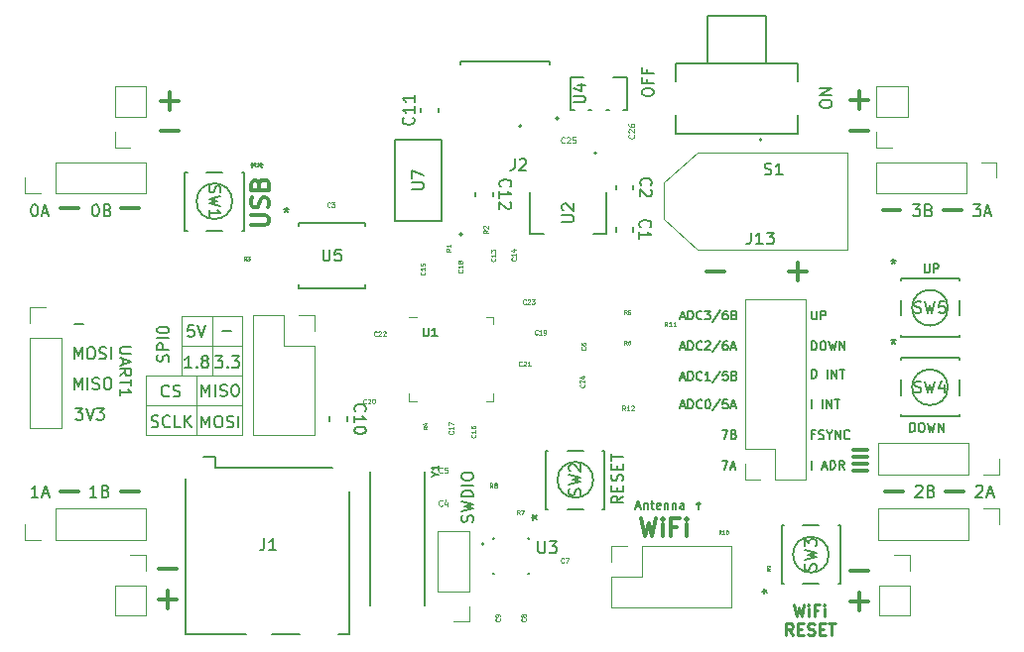
<source format=gbr>
%TF.GenerationSoftware,KiCad,Pcbnew,7.0.1*%
%TF.CreationDate,2023-05-24T15:14:26-04:00*%
%TF.ProjectId,Drone_PCB,44726f6e-655f-4504-9342-2e6b69636164,rev?*%
%TF.SameCoordinates,Original*%
%TF.FileFunction,Legend,Top*%
%TF.FilePolarity,Positive*%
%FSLAX46Y46*%
G04 Gerber Fmt 4.6, Leading zero omitted, Abs format (unit mm)*
G04 Created by KiCad (PCBNEW 7.0.1) date 2023-05-24 15:14:26*
%MOMM*%
%LPD*%
G01*
G04 APERTURE LIST*
%ADD10C,0.120000*%
%ADD11C,0.150000*%
%ADD12C,0.300000*%
%ADD13C,0.225000*%
%ADD14C,0.098425*%
%ADD15C,0.078847*%
%ADD16C,0.125000*%
%ADD17C,0.123775*%
%ADD18C,0.078850*%
%ADD19C,0.200000*%
%ADD20C,0.127000*%
%ADD21C,0.152400*%
G04 APERTURE END LIST*
D10*
X117000000Y-127100000D02*
X117000000Y-122000000D01*
X111380000Y-127100000D02*
X119600000Y-127100000D01*
X119600000Y-132200000D01*
X111380000Y-132200000D01*
X111380000Y-127100000D01*
X117000000Y-124550000D02*
X114410000Y-124550000D01*
X119600000Y-129650000D02*
X111380000Y-129650000D01*
X114400000Y-122000000D02*
X119600000Y-122000000D01*
X119600000Y-127100000D01*
X114400000Y-127100000D01*
X114400000Y-122000000D01*
X117000000Y-124550000D02*
X119590000Y-124550000D01*
X115660000Y-132180000D02*
X115660000Y-127140000D01*
D11*
X113260000Y-125909523D02*
X113307619Y-125766666D01*
X113307619Y-125766666D02*
X113307619Y-125528571D01*
X113307619Y-125528571D02*
X113260000Y-125433333D01*
X113260000Y-125433333D02*
X113212380Y-125385714D01*
X113212380Y-125385714D02*
X113117142Y-125338095D01*
X113117142Y-125338095D02*
X113021904Y-125338095D01*
X113021904Y-125338095D02*
X112926666Y-125385714D01*
X112926666Y-125385714D02*
X112879047Y-125433333D01*
X112879047Y-125433333D02*
X112831428Y-125528571D01*
X112831428Y-125528571D02*
X112783809Y-125719047D01*
X112783809Y-125719047D02*
X112736190Y-125814285D01*
X112736190Y-125814285D02*
X112688571Y-125861904D01*
X112688571Y-125861904D02*
X112593333Y-125909523D01*
X112593333Y-125909523D02*
X112498095Y-125909523D01*
X112498095Y-125909523D02*
X112402857Y-125861904D01*
X112402857Y-125861904D02*
X112355238Y-125814285D01*
X112355238Y-125814285D02*
X112307619Y-125719047D01*
X112307619Y-125719047D02*
X112307619Y-125480952D01*
X112307619Y-125480952D02*
X112355238Y-125338095D01*
X113307619Y-124909523D02*
X112307619Y-124909523D01*
X112307619Y-124909523D02*
X112307619Y-124528571D01*
X112307619Y-124528571D02*
X112355238Y-124433333D01*
X112355238Y-124433333D02*
X112402857Y-124385714D01*
X112402857Y-124385714D02*
X112498095Y-124338095D01*
X112498095Y-124338095D02*
X112640952Y-124338095D01*
X112640952Y-124338095D02*
X112736190Y-124385714D01*
X112736190Y-124385714D02*
X112783809Y-124433333D01*
X112783809Y-124433333D02*
X112831428Y-124528571D01*
X112831428Y-124528571D02*
X112831428Y-124909523D01*
X113307619Y-123909523D02*
X112307619Y-123909523D01*
X112307619Y-123242857D02*
X112307619Y-123147619D01*
X112307619Y-123147619D02*
X112355238Y-123052381D01*
X112355238Y-123052381D02*
X112402857Y-123004762D01*
X112402857Y-123004762D02*
X112498095Y-122957143D01*
X112498095Y-122957143D02*
X112688571Y-122909524D01*
X112688571Y-122909524D02*
X112926666Y-122909524D01*
X112926666Y-122909524D02*
X113117142Y-122957143D01*
X113117142Y-122957143D02*
X113212380Y-123004762D01*
X113212380Y-123004762D02*
X113260000Y-123052381D01*
X113260000Y-123052381D02*
X113307619Y-123147619D01*
X113307619Y-123147619D02*
X113307619Y-123242857D01*
X113307619Y-123242857D02*
X113260000Y-123338095D01*
X113260000Y-123338095D02*
X113212380Y-123385714D01*
X113212380Y-123385714D02*
X113117142Y-123433333D01*
X113117142Y-123433333D02*
X112926666Y-123480952D01*
X112926666Y-123480952D02*
X112688571Y-123480952D01*
X112688571Y-123480952D02*
X112498095Y-123433333D01*
X112498095Y-123433333D02*
X112402857Y-123385714D01*
X112402857Y-123385714D02*
X112355238Y-123338095D01*
X112355238Y-123338095D02*
X112307619Y-123242857D01*
X107161904Y-137477619D02*
X106590476Y-137477619D01*
X106876190Y-137477619D02*
X106876190Y-136477619D01*
X106876190Y-136477619D02*
X106780952Y-136620476D01*
X106780952Y-136620476D02*
X106685714Y-136715714D01*
X106685714Y-136715714D02*
X106590476Y-136763333D01*
X107923809Y-136953809D02*
X108066666Y-137001428D01*
X108066666Y-137001428D02*
X108114285Y-137049047D01*
X108114285Y-137049047D02*
X108161904Y-137144285D01*
X108161904Y-137144285D02*
X108161904Y-137287142D01*
X108161904Y-137287142D02*
X108114285Y-137382380D01*
X108114285Y-137382380D02*
X108066666Y-137430000D01*
X108066666Y-137430000D02*
X107971428Y-137477619D01*
X107971428Y-137477619D02*
X107590476Y-137477619D01*
X107590476Y-137477619D02*
X107590476Y-136477619D01*
X107590476Y-136477619D02*
X107923809Y-136477619D01*
X107923809Y-136477619D02*
X108019047Y-136525238D01*
X108019047Y-136525238D02*
X108066666Y-136572857D01*
X108066666Y-136572857D02*
X108114285Y-136668095D01*
X108114285Y-136668095D02*
X108114285Y-136763333D01*
X108114285Y-136763333D02*
X108066666Y-136858571D01*
X108066666Y-136858571D02*
X108019047Y-136906190D01*
X108019047Y-136906190D02*
X107923809Y-136953809D01*
X107923809Y-136953809D02*
X107590476Y-136953809D01*
D12*
X171757142Y-133445000D02*
X172900000Y-133445000D01*
X112476190Y-146193333D02*
X114000000Y-146193333D01*
X113238095Y-146955238D02*
X113238095Y-145431428D01*
X112476190Y-143593333D02*
X114000000Y-143593333D01*
X171476190Y-146393333D02*
X173000000Y-146393333D01*
X172238095Y-147155238D02*
X172238095Y-145631428D01*
X179420000Y-112993333D02*
X180943810Y-112993333D01*
D11*
X105238095Y-128277619D02*
X105238095Y-127277619D01*
X105238095Y-127277619D02*
X105571428Y-127991904D01*
X105571428Y-127991904D02*
X105904761Y-127277619D01*
X105904761Y-127277619D02*
X105904761Y-128277619D01*
X106380952Y-128277619D02*
X106380952Y-127277619D01*
X106809523Y-128230000D02*
X106952380Y-128277619D01*
X106952380Y-128277619D02*
X107190475Y-128277619D01*
X107190475Y-128277619D02*
X107285713Y-128230000D01*
X107285713Y-128230000D02*
X107333332Y-128182380D01*
X107333332Y-128182380D02*
X107380951Y-128087142D01*
X107380951Y-128087142D02*
X107380951Y-127991904D01*
X107380951Y-127991904D02*
X107333332Y-127896666D01*
X107333332Y-127896666D02*
X107285713Y-127849047D01*
X107285713Y-127849047D02*
X107190475Y-127801428D01*
X107190475Y-127801428D02*
X106999999Y-127753809D01*
X106999999Y-127753809D02*
X106904761Y-127706190D01*
X106904761Y-127706190D02*
X106857142Y-127658571D01*
X106857142Y-127658571D02*
X106809523Y-127563333D01*
X106809523Y-127563333D02*
X106809523Y-127468095D01*
X106809523Y-127468095D02*
X106857142Y-127372857D01*
X106857142Y-127372857D02*
X106904761Y-127325238D01*
X106904761Y-127325238D02*
X106999999Y-127277619D01*
X106999999Y-127277619D02*
X107238094Y-127277619D01*
X107238094Y-127277619D02*
X107380951Y-127325238D01*
X107999999Y-127277619D02*
X108190475Y-127277619D01*
X108190475Y-127277619D02*
X108285713Y-127325238D01*
X108285713Y-127325238D02*
X108380951Y-127420476D01*
X108380951Y-127420476D02*
X108428570Y-127610952D01*
X108428570Y-127610952D02*
X108428570Y-127944285D01*
X108428570Y-127944285D02*
X108380951Y-128134761D01*
X108380951Y-128134761D02*
X108285713Y-128230000D01*
X108285713Y-128230000D02*
X108190475Y-128277619D01*
X108190475Y-128277619D02*
X107999999Y-128277619D01*
X107999999Y-128277619D02*
X107904761Y-128230000D01*
X107904761Y-128230000D02*
X107809523Y-128134761D01*
X107809523Y-128134761D02*
X107761904Y-127944285D01*
X107761904Y-127944285D02*
X107761904Y-127610952D01*
X107761904Y-127610952D02*
X107809523Y-127420476D01*
X107809523Y-127420476D02*
X107904761Y-127325238D01*
X107904761Y-127325238D02*
X107999999Y-127277619D01*
X153677619Y-102971428D02*
X153677619Y-102780952D01*
X153677619Y-102780952D02*
X153725238Y-102685714D01*
X153725238Y-102685714D02*
X153820476Y-102590476D01*
X153820476Y-102590476D02*
X154010952Y-102542857D01*
X154010952Y-102542857D02*
X154344285Y-102542857D01*
X154344285Y-102542857D02*
X154534761Y-102590476D01*
X154534761Y-102590476D02*
X154630000Y-102685714D01*
X154630000Y-102685714D02*
X154677619Y-102780952D01*
X154677619Y-102780952D02*
X154677619Y-102971428D01*
X154677619Y-102971428D02*
X154630000Y-103066666D01*
X154630000Y-103066666D02*
X154534761Y-103161904D01*
X154534761Y-103161904D02*
X154344285Y-103209523D01*
X154344285Y-103209523D02*
X154010952Y-103209523D01*
X154010952Y-103209523D02*
X153820476Y-103161904D01*
X153820476Y-103161904D02*
X153725238Y-103066666D01*
X153725238Y-103066666D02*
X153677619Y-102971428D01*
X154153809Y-101780952D02*
X154153809Y-102114285D01*
X154677619Y-102114285D02*
X153677619Y-102114285D01*
X153677619Y-102114285D02*
X153677619Y-101638095D01*
X154153809Y-100923809D02*
X154153809Y-101257142D01*
X154677619Y-101257142D02*
X153677619Y-101257142D01*
X153677619Y-101257142D02*
X153677619Y-100780952D01*
X101808571Y-112477619D02*
X101903809Y-112477619D01*
X101903809Y-112477619D02*
X101999047Y-112525238D01*
X101999047Y-112525238D02*
X102046666Y-112572857D01*
X102046666Y-112572857D02*
X102094285Y-112668095D01*
X102094285Y-112668095D02*
X102141904Y-112858571D01*
X102141904Y-112858571D02*
X102141904Y-113096666D01*
X102141904Y-113096666D02*
X102094285Y-113287142D01*
X102094285Y-113287142D02*
X102046666Y-113382380D01*
X102046666Y-113382380D02*
X101999047Y-113430000D01*
X101999047Y-113430000D02*
X101903809Y-113477619D01*
X101903809Y-113477619D02*
X101808571Y-113477619D01*
X101808571Y-113477619D02*
X101713333Y-113430000D01*
X101713333Y-113430000D02*
X101665714Y-113382380D01*
X101665714Y-113382380D02*
X101618095Y-113287142D01*
X101618095Y-113287142D02*
X101570476Y-113096666D01*
X101570476Y-113096666D02*
X101570476Y-112858571D01*
X101570476Y-112858571D02*
X101618095Y-112668095D01*
X101618095Y-112668095D02*
X101665714Y-112572857D01*
X101665714Y-112572857D02*
X101713333Y-112525238D01*
X101713333Y-112525238D02*
X101808571Y-112477619D01*
X102522857Y-113191904D02*
X102999047Y-113191904D01*
X102427619Y-113477619D02*
X102760952Y-112477619D01*
X102760952Y-112477619D02*
X103094285Y-113477619D01*
X156942857Y-129693928D02*
X157300000Y-129693928D01*
X156871428Y-129908214D02*
X157121428Y-129158214D01*
X157121428Y-129158214D02*
X157371428Y-129908214D01*
X157621428Y-129908214D02*
X157621428Y-129158214D01*
X157621428Y-129158214D02*
X157799999Y-129158214D01*
X157799999Y-129158214D02*
X157907142Y-129193928D01*
X157907142Y-129193928D02*
X157978571Y-129265357D01*
X157978571Y-129265357D02*
X158014285Y-129336785D01*
X158014285Y-129336785D02*
X158049999Y-129479642D01*
X158049999Y-129479642D02*
X158049999Y-129586785D01*
X158049999Y-129586785D02*
X158014285Y-129729642D01*
X158014285Y-129729642D02*
X157978571Y-129801071D01*
X157978571Y-129801071D02*
X157907142Y-129872500D01*
X157907142Y-129872500D02*
X157799999Y-129908214D01*
X157799999Y-129908214D02*
X157621428Y-129908214D01*
X158799999Y-129836785D02*
X158764285Y-129872500D01*
X158764285Y-129872500D02*
X158657142Y-129908214D01*
X158657142Y-129908214D02*
X158585714Y-129908214D01*
X158585714Y-129908214D02*
X158478571Y-129872500D01*
X158478571Y-129872500D02*
X158407142Y-129801071D01*
X158407142Y-129801071D02*
X158371428Y-129729642D01*
X158371428Y-129729642D02*
X158335714Y-129586785D01*
X158335714Y-129586785D02*
X158335714Y-129479642D01*
X158335714Y-129479642D02*
X158371428Y-129336785D01*
X158371428Y-129336785D02*
X158407142Y-129265357D01*
X158407142Y-129265357D02*
X158478571Y-129193928D01*
X158478571Y-129193928D02*
X158585714Y-129158214D01*
X158585714Y-129158214D02*
X158657142Y-129158214D01*
X158657142Y-129158214D02*
X158764285Y-129193928D01*
X158764285Y-129193928D02*
X158799999Y-129229642D01*
X159264285Y-129158214D02*
X159335714Y-129158214D01*
X159335714Y-129158214D02*
X159407142Y-129193928D01*
X159407142Y-129193928D02*
X159442857Y-129229642D01*
X159442857Y-129229642D02*
X159478571Y-129301071D01*
X159478571Y-129301071D02*
X159514285Y-129443928D01*
X159514285Y-129443928D02*
X159514285Y-129622500D01*
X159514285Y-129622500D02*
X159478571Y-129765357D01*
X159478571Y-129765357D02*
X159442857Y-129836785D01*
X159442857Y-129836785D02*
X159407142Y-129872500D01*
X159407142Y-129872500D02*
X159335714Y-129908214D01*
X159335714Y-129908214D02*
X159264285Y-129908214D01*
X159264285Y-129908214D02*
X159192857Y-129872500D01*
X159192857Y-129872500D02*
X159157142Y-129836785D01*
X159157142Y-129836785D02*
X159121428Y-129765357D01*
X159121428Y-129765357D02*
X159085714Y-129622500D01*
X159085714Y-129622500D02*
X159085714Y-129443928D01*
X159085714Y-129443928D02*
X159121428Y-129301071D01*
X159121428Y-129301071D02*
X159157142Y-129229642D01*
X159157142Y-129229642D02*
X159192857Y-129193928D01*
X159192857Y-129193928D02*
X159264285Y-129158214D01*
X160371428Y-129122500D02*
X159728571Y-130086785D01*
X160978571Y-129158214D02*
X160621428Y-129158214D01*
X160621428Y-129158214D02*
X160585714Y-129515357D01*
X160585714Y-129515357D02*
X160621428Y-129479642D01*
X160621428Y-129479642D02*
X160692857Y-129443928D01*
X160692857Y-129443928D02*
X160871428Y-129443928D01*
X160871428Y-129443928D02*
X160942857Y-129479642D01*
X160942857Y-129479642D02*
X160978571Y-129515357D01*
X160978571Y-129515357D02*
X161014285Y-129586785D01*
X161014285Y-129586785D02*
X161014285Y-129765357D01*
X161014285Y-129765357D02*
X160978571Y-129836785D01*
X160978571Y-129836785D02*
X160942857Y-129872500D01*
X160942857Y-129872500D02*
X160871428Y-129908214D01*
X160871428Y-129908214D02*
X160692857Y-129908214D01*
X160692857Y-129908214D02*
X160621428Y-129872500D01*
X160621428Y-129872500D02*
X160585714Y-129836785D01*
X161300000Y-129693928D02*
X161657143Y-129693928D01*
X161228571Y-129908214D02*
X161478571Y-129158214D01*
X161478571Y-129158214D02*
X161728571Y-129908214D01*
D12*
X153614285Y-139316428D02*
X153971428Y-140816428D01*
X153971428Y-140816428D02*
X154257142Y-139745000D01*
X154257142Y-139745000D02*
X154542857Y-140816428D01*
X154542857Y-140816428D02*
X154900000Y-139316428D01*
X155471428Y-140816428D02*
X155471428Y-139816428D01*
X155471428Y-139316428D02*
X155400000Y-139387857D01*
X155400000Y-139387857D02*
X155471428Y-139459285D01*
X155471428Y-139459285D02*
X155542857Y-139387857D01*
X155542857Y-139387857D02*
X155471428Y-139316428D01*
X155471428Y-139316428D02*
X155471428Y-139459285D01*
X156685714Y-140030714D02*
X156185714Y-140030714D01*
X156185714Y-140816428D02*
X156185714Y-139316428D01*
X156185714Y-139316428D02*
X156900000Y-139316428D01*
X157471428Y-140816428D02*
X157471428Y-139816428D01*
X157471428Y-139316428D02*
X157400000Y-139387857D01*
X157400000Y-139387857D02*
X157471428Y-139459285D01*
X157471428Y-139459285D02*
X157542857Y-139387857D01*
X157542857Y-139387857D02*
X157471428Y-139316428D01*
X157471428Y-139316428D02*
X157471428Y-139459285D01*
D11*
X181953333Y-112477619D02*
X182572380Y-112477619D01*
X182572380Y-112477619D02*
X182239047Y-112858571D01*
X182239047Y-112858571D02*
X182381904Y-112858571D01*
X182381904Y-112858571D02*
X182477142Y-112906190D01*
X182477142Y-112906190D02*
X182524761Y-112953809D01*
X182524761Y-112953809D02*
X182572380Y-113049047D01*
X182572380Y-113049047D02*
X182572380Y-113287142D01*
X182572380Y-113287142D02*
X182524761Y-113382380D01*
X182524761Y-113382380D02*
X182477142Y-113430000D01*
X182477142Y-113430000D02*
X182381904Y-113477619D01*
X182381904Y-113477619D02*
X182096190Y-113477619D01*
X182096190Y-113477619D02*
X182000952Y-113430000D01*
X182000952Y-113430000D02*
X181953333Y-113382380D01*
X182953333Y-113191904D02*
X183429523Y-113191904D01*
X182858095Y-113477619D02*
X183191428Y-112477619D01*
X183191428Y-112477619D02*
X183524761Y-113477619D01*
X102161904Y-137477619D02*
X101590476Y-137477619D01*
X101876190Y-137477619D02*
X101876190Y-136477619D01*
X101876190Y-136477619D02*
X101780952Y-136620476D01*
X101780952Y-136620476D02*
X101685714Y-136715714D01*
X101685714Y-136715714D02*
X101590476Y-136763333D01*
X102542857Y-137191904D02*
X103019047Y-137191904D01*
X102447619Y-137477619D02*
X102780952Y-136477619D01*
X102780952Y-136477619D02*
X103114285Y-137477619D01*
X153178573Y-138293928D02*
X153535716Y-138293928D01*
X153107144Y-138508214D02*
X153357144Y-137758214D01*
X153357144Y-137758214D02*
X153607144Y-138508214D01*
X153857144Y-138008214D02*
X153857144Y-138508214D01*
X153857144Y-138079642D02*
X153892858Y-138043928D01*
X153892858Y-138043928D02*
X153964287Y-138008214D01*
X153964287Y-138008214D02*
X154071430Y-138008214D01*
X154071430Y-138008214D02*
X154142858Y-138043928D01*
X154142858Y-138043928D02*
X154178573Y-138115357D01*
X154178573Y-138115357D02*
X154178573Y-138508214D01*
X154428572Y-138008214D02*
X154714286Y-138008214D01*
X154535715Y-137758214D02*
X154535715Y-138401071D01*
X154535715Y-138401071D02*
X154571429Y-138472500D01*
X154571429Y-138472500D02*
X154642858Y-138508214D01*
X154642858Y-138508214D02*
X154714286Y-138508214D01*
X155250000Y-138472500D02*
X155178572Y-138508214D01*
X155178572Y-138508214D02*
X155035715Y-138508214D01*
X155035715Y-138508214D02*
X154964286Y-138472500D01*
X154964286Y-138472500D02*
X154928572Y-138401071D01*
X154928572Y-138401071D02*
X154928572Y-138115357D01*
X154928572Y-138115357D02*
X154964286Y-138043928D01*
X154964286Y-138043928D02*
X155035715Y-138008214D01*
X155035715Y-138008214D02*
X155178572Y-138008214D01*
X155178572Y-138008214D02*
X155250000Y-138043928D01*
X155250000Y-138043928D02*
X155285715Y-138115357D01*
X155285715Y-138115357D02*
X155285715Y-138186785D01*
X155285715Y-138186785D02*
X154928572Y-138258214D01*
X155607143Y-138008214D02*
X155607143Y-138508214D01*
X155607143Y-138079642D02*
X155642857Y-138043928D01*
X155642857Y-138043928D02*
X155714286Y-138008214D01*
X155714286Y-138008214D02*
X155821429Y-138008214D01*
X155821429Y-138008214D02*
X155892857Y-138043928D01*
X155892857Y-138043928D02*
X155928572Y-138115357D01*
X155928572Y-138115357D02*
X155928572Y-138508214D01*
X156285714Y-138008214D02*
X156285714Y-138508214D01*
X156285714Y-138079642D02*
X156321428Y-138043928D01*
X156321428Y-138043928D02*
X156392857Y-138008214D01*
X156392857Y-138008214D02*
X156500000Y-138008214D01*
X156500000Y-138008214D02*
X156571428Y-138043928D01*
X156571428Y-138043928D02*
X156607143Y-138115357D01*
X156607143Y-138115357D02*
X156607143Y-138508214D01*
X157285714Y-138508214D02*
X157285714Y-138115357D01*
X157285714Y-138115357D02*
X157249999Y-138043928D01*
X157249999Y-138043928D02*
X157178571Y-138008214D01*
X157178571Y-138008214D02*
X157035714Y-138008214D01*
X157035714Y-138008214D02*
X156964285Y-138043928D01*
X157285714Y-138472500D02*
X157214285Y-138508214D01*
X157214285Y-138508214D02*
X157035714Y-138508214D01*
X157035714Y-138508214D02*
X156964285Y-138472500D01*
X156964285Y-138472500D02*
X156928571Y-138401071D01*
X156928571Y-138401071D02*
X156928571Y-138329642D01*
X156928571Y-138329642D02*
X156964285Y-138258214D01*
X156964285Y-138258214D02*
X157035714Y-138222500D01*
X157035714Y-138222500D02*
X157214285Y-138222500D01*
X157214285Y-138222500D02*
X157285714Y-138186785D01*
X158499999Y-138508214D02*
X158499999Y-137936785D01*
X158357142Y-138079642D02*
X158499999Y-137936785D01*
X158499999Y-137936785D02*
X158642856Y-138079642D01*
X105238095Y-125677619D02*
X105238095Y-124677619D01*
X105238095Y-124677619D02*
X105571428Y-125391904D01*
X105571428Y-125391904D02*
X105904761Y-124677619D01*
X105904761Y-124677619D02*
X105904761Y-125677619D01*
X106571428Y-124677619D02*
X106761904Y-124677619D01*
X106761904Y-124677619D02*
X106857142Y-124725238D01*
X106857142Y-124725238D02*
X106952380Y-124820476D01*
X106952380Y-124820476D02*
X106999999Y-125010952D01*
X106999999Y-125010952D02*
X106999999Y-125344285D01*
X106999999Y-125344285D02*
X106952380Y-125534761D01*
X106952380Y-125534761D02*
X106857142Y-125630000D01*
X106857142Y-125630000D02*
X106761904Y-125677619D01*
X106761904Y-125677619D02*
X106571428Y-125677619D01*
X106571428Y-125677619D02*
X106476190Y-125630000D01*
X106476190Y-125630000D02*
X106380952Y-125534761D01*
X106380952Y-125534761D02*
X106333333Y-125344285D01*
X106333333Y-125344285D02*
X106333333Y-125010952D01*
X106333333Y-125010952D02*
X106380952Y-124820476D01*
X106380952Y-124820476D02*
X106476190Y-124725238D01*
X106476190Y-124725238D02*
X106571428Y-124677619D01*
X107380952Y-125630000D02*
X107523809Y-125677619D01*
X107523809Y-125677619D02*
X107761904Y-125677619D01*
X107761904Y-125677619D02*
X107857142Y-125630000D01*
X107857142Y-125630000D02*
X107904761Y-125582380D01*
X107904761Y-125582380D02*
X107952380Y-125487142D01*
X107952380Y-125487142D02*
X107952380Y-125391904D01*
X107952380Y-125391904D02*
X107904761Y-125296666D01*
X107904761Y-125296666D02*
X107857142Y-125249047D01*
X107857142Y-125249047D02*
X107761904Y-125201428D01*
X107761904Y-125201428D02*
X107571428Y-125153809D01*
X107571428Y-125153809D02*
X107476190Y-125106190D01*
X107476190Y-125106190D02*
X107428571Y-125058571D01*
X107428571Y-125058571D02*
X107380952Y-124963333D01*
X107380952Y-124963333D02*
X107380952Y-124868095D01*
X107380952Y-124868095D02*
X107428571Y-124772857D01*
X107428571Y-124772857D02*
X107476190Y-124725238D01*
X107476190Y-124725238D02*
X107571428Y-124677619D01*
X107571428Y-124677619D02*
X107809523Y-124677619D01*
X107809523Y-124677619D02*
X107952380Y-124725238D01*
X108380952Y-125677619D02*
X108380952Y-124677619D01*
X160507142Y-131758214D02*
X161007142Y-131758214D01*
X161007142Y-131758214D02*
X160685714Y-132508214D01*
X161542857Y-132115357D02*
X161650000Y-132151071D01*
X161650000Y-132151071D02*
X161685714Y-132186785D01*
X161685714Y-132186785D02*
X161721428Y-132258214D01*
X161721428Y-132258214D02*
X161721428Y-132365357D01*
X161721428Y-132365357D02*
X161685714Y-132436785D01*
X161685714Y-132436785D02*
X161650000Y-132472500D01*
X161650000Y-132472500D02*
X161578571Y-132508214D01*
X161578571Y-132508214D02*
X161292857Y-132508214D01*
X161292857Y-132508214D02*
X161292857Y-131758214D01*
X161292857Y-131758214D02*
X161542857Y-131758214D01*
X161542857Y-131758214D02*
X161614286Y-131793928D01*
X161614286Y-131793928D02*
X161650000Y-131829642D01*
X161650000Y-131829642D02*
X161685714Y-131901071D01*
X161685714Y-131901071D02*
X161685714Y-131972500D01*
X161685714Y-131972500D02*
X161650000Y-132043928D01*
X161650000Y-132043928D02*
X161614286Y-132079642D01*
X161614286Y-132079642D02*
X161542857Y-132115357D01*
X161542857Y-132115357D02*
X161292857Y-132115357D01*
X168178571Y-127308214D02*
X168178571Y-126558214D01*
X168178571Y-126558214D02*
X168357142Y-126558214D01*
X168357142Y-126558214D02*
X168464285Y-126593928D01*
X168464285Y-126593928D02*
X168535714Y-126665357D01*
X168535714Y-126665357D02*
X168571428Y-126736785D01*
X168571428Y-126736785D02*
X168607142Y-126879642D01*
X168607142Y-126879642D02*
X168607142Y-126986785D01*
X168607142Y-126986785D02*
X168571428Y-127129642D01*
X168571428Y-127129642D02*
X168535714Y-127201071D01*
X168535714Y-127201071D02*
X168464285Y-127272500D01*
X168464285Y-127272500D02*
X168357142Y-127308214D01*
X168357142Y-127308214D02*
X168178571Y-127308214D01*
X169500000Y-127308214D02*
X169500000Y-126558214D01*
X169857143Y-127308214D02*
X169857143Y-126558214D01*
X169857143Y-126558214D02*
X170285714Y-127308214D01*
X170285714Y-127308214D02*
X170285714Y-126558214D01*
X170535714Y-126558214D02*
X170964286Y-126558214D01*
X170750000Y-127308214D02*
X170750000Y-126558214D01*
X117878095Y-123316666D02*
X118640000Y-123316666D01*
D12*
X109256190Y-112793333D02*
X110780000Y-112793333D01*
D11*
X105238095Y-122696666D02*
X106000000Y-122696666D01*
X182180952Y-136572857D02*
X182228571Y-136525238D01*
X182228571Y-136525238D02*
X182323809Y-136477619D01*
X182323809Y-136477619D02*
X182561904Y-136477619D01*
X182561904Y-136477619D02*
X182657142Y-136525238D01*
X182657142Y-136525238D02*
X182704761Y-136572857D01*
X182704761Y-136572857D02*
X182752380Y-136668095D01*
X182752380Y-136668095D02*
X182752380Y-136763333D01*
X182752380Y-136763333D02*
X182704761Y-136906190D01*
X182704761Y-136906190D02*
X182133333Y-137477619D01*
X182133333Y-137477619D02*
X182752380Y-137477619D01*
X183133333Y-137191904D02*
X183609523Y-137191904D01*
X183038095Y-137477619D02*
X183371428Y-136477619D01*
X183371428Y-136477619D02*
X183704761Y-137477619D01*
D12*
X171757142Y-135245000D02*
X172900000Y-135245000D01*
X171476190Y-106193333D02*
X173000000Y-106193333D01*
D11*
X168428571Y-132115357D02*
X168178571Y-132115357D01*
X168178571Y-132508214D02*
X168178571Y-131758214D01*
X168178571Y-131758214D02*
X168535714Y-131758214D01*
X168785714Y-132472500D02*
X168892857Y-132508214D01*
X168892857Y-132508214D02*
X169071428Y-132508214D01*
X169071428Y-132508214D02*
X169142857Y-132472500D01*
X169142857Y-132472500D02*
X169178571Y-132436785D01*
X169178571Y-132436785D02*
X169214285Y-132365357D01*
X169214285Y-132365357D02*
X169214285Y-132293928D01*
X169214285Y-132293928D02*
X169178571Y-132222500D01*
X169178571Y-132222500D02*
X169142857Y-132186785D01*
X169142857Y-132186785D02*
X169071428Y-132151071D01*
X169071428Y-132151071D02*
X168928571Y-132115357D01*
X168928571Y-132115357D02*
X168857142Y-132079642D01*
X168857142Y-132079642D02*
X168821428Y-132043928D01*
X168821428Y-132043928D02*
X168785714Y-131972500D01*
X168785714Y-131972500D02*
X168785714Y-131901071D01*
X168785714Y-131901071D02*
X168821428Y-131829642D01*
X168821428Y-131829642D02*
X168857142Y-131793928D01*
X168857142Y-131793928D02*
X168928571Y-131758214D01*
X168928571Y-131758214D02*
X169107142Y-131758214D01*
X169107142Y-131758214D02*
X169214285Y-131793928D01*
X169678571Y-132151071D02*
X169678571Y-132508214D01*
X169428571Y-131758214D02*
X169678571Y-132151071D01*
X169678571Y-132151071D02*
X169928571Y-131758214D01*
X170178571Y-132508214D02*
X170178571Y-131758214D01*
X170178571Y-131758214D02*
X170607142Y-132508214D01*
X170607142Y-132508214D02*
X170607142Y-131758214D01*
X171392856Y-132436785D02*
X171357142Y-132472500D01*
X171357142Y-132472500D02*
X171249999Y-132508214D01*
X171249999Y-132508214D02*
X171178571Y-132508214D01*
X171178571Y-132508214D02*
X171071428Y-132472500D01*
X171071428Y-132472500D02*
X170999999Y-132401071D01*
X170999999Y-132401071D02*
X170964285Y-132329642D01*
X170964285Y-132329642D02*
X170928571Y-132186785D01*
X170928571Y-132186785D02*
X170928571Y-132079642D01*
X170928571Y-132079642D02*
X170964285Y-131936785D01*
X170964285Y-131936785D02*
X170999999Y-131865357D01*
X170999999Y-131865357D02*
X171071428Y-131793928D01*
X171071428Y-131793928D02*
X171178571Y-131758214D01*
X171178571Y-131758214D02*
X171249999Y-131758214D01*
X171249999Y-131758214D02*
X171357142Y-131793928D01*
X171357142Y-131793928D02*
X171392856Y-131829642D01*
D12*
X171757142Y-134045000D02*
X172900000Y-134045000D01*
D11*
X177778571Y-117558214D02*
X177778571Y-118165357D01*
X177778571Y-118165357D02*
X177814285Y-118236785D01*
X177814285Y-118236785D02*
X177850000Y-118272500D01*
X177850000Y-118272500D02*
X177921428Y-118308214D01*
X177921428Y-118308214D02*
X178064285Y-118308214D01*
X178064285Y-118308214D02*
X178135714Y-118272500D01*
X178135714Y-118272500D02*
X178171428Y-118236785D01*
X178171428Y-118236785D02*
X178207142Y-118165357D01*
X178207142Y-118165357D02*
X178207142Y-117558214D01*
X178564285Y-118308214D02*
X178564285Y-117558214D01*
X178564285Y-117558214D02*
X178849999Y-117558214D01*
X178849999Y-117558214D02*
X178921428Y-117593928D01*
X178921428Y-117593928D02*
X178957142Y-117629642D01*
X178957142Y-117629642D02*
X178992856Y-117701071D01*
X178992856Y-117701071D02*
X178992856Y-117808214D01*
X178992856Y-117808214D02*
X178957142Y-117879642D01*
X178957142Y-117879642D02*
X178921428Y-117915357D01*
X178921428Y-117915357D02*
X178849999Y-117951071D01*
X178849999Y-117951071D02*
X178564285Y-117951071D01*
D12*
X174400000Y-136993333D02*
X175923810Y-136993333D01*
D11*
X116128095Y-128857619D02*
X116128095Y-127857619D01*
X116128095Y-127857619D02*
X116461428Y-128571904D01*
X116461428Y-128571904D02*
X116794761Y-127857619D01*
X116794761Y-127857619D02*
X116794761Y-128857619D01*
X117270952Y-128857619D02*
X117270952Y-127857619D01*
X117699523Y-128810000D02*
X117842380Y-128857619D01*
X117842380Y-128857619D02*
X118080475Y-128857619D01*
X118080475Y-128857619D02*
X118175713Y-128810000D01*
X118175713Y-128810000D02*
X118223332Y-128762380D01*
X118223332Y-128762380D02*
X118270951Y-128667142D01*
X118270951Y-128667142D02*
X118270951Y-128571904D01*
X118270951Y-128571904D02*
X118223332Y-128476666D01*
X118223332Y-128476666D02*
X118175713Y-128429047D01*
X118175713Y-128429047D02*
X118080475Y-128381428D01*
X118080475Y-128381428D02*
X117889999Y-128333809D01*
X117889999Y-128333809D02*
X117794761Y-128286190D01*
X117794761Y-128286190D02*
X117747142Y-128238571D01*
X117747142Y-128238571D02*
X117699523Y-128143333D01*
X117699523Y-128143333D02*
X117699523Y-128048095D01*
X117699523Y-128048095D02*
X117747142Y-127952857D01*
X117747142Y-127952857D02*
X117794761Y-127905238D01*
X117794761Y-127905238D02*
X117889999Y-127857619D01*
X117889999Y-127857619D02*
X118128094Y-127857619D01*
X118128094Y-127857619D02*
X118270951Y-127905238D01*
X118889999Y-127857619D02*
X119080475Y-127857619D01*
X119080475Y-127857619D02*
X119175713Y-127905238D01*
X119175713Y-127905238D02*
X119270951Y-128000476D01*
X119270951Y-128000476D02*
X119318570Y-128190952D01*
X119318570Y-128190952D02*
X119318570Y-128524285D01*
X119318570Y-128524285D02*
X119270951Y-128714761D01*
X119270951Y-128714761D02*
X119175713Y-128810000D01*
X119175713Y-128810000D02*
X119080475Y-128857619D01*
X119080475Y-128857619D02*
X118889999Y-128857619D01*
X118889999Y-128857619D02*
X118794761Y-128810000D01*
X118794761Y-128810000D02*
X118699523Y-128714761D01*
X118699523Y-128714761D02*
X118651904Y-128524285D01*
X118651904Y-128524285D02*
X118651904Y-128190952D01*
X118651904Y-128190952D02*
X118699523Y-128000476D01*
X118699523Y-128000476D02*
X118794761Y-127905238D01*
X118794761Y-127905238D02*
X118889999Y-127857619D01*
X115434285Y-122797619D02*
X114958095Y-122797619D01*
X114958095Y-122797619D02*
X114910476Y-123273809D01*
X114910476Y-123273809D02*
X114958095Y-123226190D01*
X114958095Y-123226190D02*
X115053333Y-123178571D01*
X115053333Y-123178571D02*
X115291428Y-123178571D01*
X115291428Y-123178571D02*
X115386666Y-123226190D01*
X115386666Y-123226190D02*
X115434285Y-123273809D01*
X115434285Y-123273809D02*
X115481904Y-123369047D01*
X115481904Y-123369047D02*
X115481904Y-123607142D01*
X115481904Y-123607142D02*
X115434285Y-123702380D01*
X115434285Y-123702380D02*
X115386666Y-123750000D01*
X115386666Y-123750000D02*
X115291428Y-123797619D01*
X115291428Y-123797619D02*
X115053333Y-123797619D01*
X115053333Y-123797619D02*
X114958095Y-123750000D01*
X114958095Y-123750000D02*
X114910476Y-123702380D01*
X115767619Y-122797619D02*
X116100952Y-123797619D01*
X116100952Y-123797619D02*
X116434285Y-122797619D01*
D12*
X171476190Y-103593333D02*
X173000000Y-103593333D01*
X172238095Y-104355238D02*
X172238095Y-102831428D01*
D11*
X177038095Y-136572857D02*
X177085714Y-136525238D01*
X177085714Y-136525238D02*
X177180952Y-136477619D01*
X177180952Y-136477619D02*
X177419047Y-136477619D01*
X177419047Y-136477619D02*
X177514285Y-136525238D01*
X177514285Y-136525238D02*
X177561904Y-136572857D01*
X177561904Y-136572857D02*
X177609523Y-136668095D01*
X177609523Y-136668095D02*
X177609523Y-136763333D01*
X177609523Y-136763333D02*
X177561904Y-136906190D01*
X177561904Y-136906190D02*
X176990476Y-137477619D01*
X176990476Y-137477619D02*
X177609523Y-137477619D01*
X178371428Y-136953809D02*
X178514285Y-137001428D01*
X178514285Y-137001428D02*
X178561904Y-137049047D01*
X178561904Y-137049047D02*
X178609523Y-137144285D01*
X178609523Y-137144285D02*
X178609523Y-137287142D01*
X178609523Y-137287142D02*
X178561904Y-137382380D01*
X178561904Y-137382380D02*
X178514285Y-137430000D01*
X178514285Y-137430000D02*
X178419047Y-137477619D01*
X178419047Y-137477619D02*
X178038095Y-137477619D01*
X178038095Y-137477619D02*
X178038095Y-136477619D01*
X178038095Y-136477619D02*
X178371428Y-136477619D01*
X178371428Y-136477619D02*
X178466666Y-136525238D01*
X178466666Y-136525238D02*
X178514285Y-136572857D01*
X178514285Y-136572857D02*
X178561904Y-136668095D01*
X178561904Y-136668095D02*
X178561904Y-136763333D01*
X178561904Y-136763333D02*
X178514285Y-136858571D01*
X178514285Y-136858571D02*
X178466666Y-136906190D01*
X178466666Y-136906190D02*
X178371428Y-136953809D01*
X178371428Y-136953809D02*
X178038095Y-136953809D01*
X111830476Y-131460000D02*
X111973333Y-131507619D01*
X111973333Y-131507619D02*
X112211428Y-131507619D01*
X112211428Y-131507619D02*
X112306666Y-131460000D01*
X112306666Y-131460000D02*
X112354285Y-131412380D01*
X112354285Y-131412380D02*
X112401904Y-131317142D01*
X112401904Y-131317142D02*
X112401904Y-131221904D01*
X112401904Y-131221904D02*
X112354285Y-131126666D01*
X112354285Y-131126666D02*
X112306666Y-131079047D01*
X112306666Y-131079047D02*
X112211428Y-131031428D01*
X112211428Y-131031428D02*
X112020952Y-130983809D01*
X112020952Y-130983809D02*
X111925714Y-130936190D01*
X111925714Y-130936190D02*
X111878095Y-130888571D01*
X111878095Y-130888571D02*
X111830476Y-130793333D01*
X111830476Y-130793333D02*
X111830476Y-130698095D01*
X111830476Y-130698095D02*
X111878095Y-130602857D01*
X111878095Y-130602857D02*
X111925714Y-130555238D01*
X111925714Y-130555238D02*
X112020952Y-130507619D01*
X112020952Y-130507619D02*
X112259047Y-130507619D01*
X112259047Y-130507619D02*
X112401904Y-130555238D01*
X113401904Y-131412380D02*
X113354285Y-131460000D01*
X113354285Y-131460000D02*
X113211428Y-131507619D01*
X113211428Y-131507619D02*
X113116190Y-131507619D01*
X113116190Y-131507619D02*
X112973333Y-131460000D01*
X112973333Y-131460000D02*
X112878095Y-131364761D01*
X112878095Y-131364761D02*
X112830476Y-131269523D01*
X112830476Y-131269523D02*
X112782857Y-131079047D01*
X112782857Y-131079047D02*
X112782857Y-130936190D01*
X112782857Y-130936190D02*
X112830476Y-130745714D01*
X112830476Y-130745714D02*
X112878095Y-130650476D01*
X112878095Y-130650476D02*
X112973333Y-130555238D01*
X112973333Y-130555238D02*
X113116190Y-130507619D01*
X113116190Y-130507619D02*
X113211428Y-130507619D01*
X113211428Y-130507619D02*
X113354285Y-130555238D01*
X113354285Y-130555238D02*
X113401904Y-130602857D01*
X114306666Y-131507619D02*
X113830476Y-131507619D01*
X113830476Y-131507619D02*
X113830476Y-130507619D01*
X114640000Y-131507619D02*
X114640000Y-130507619D01*
X115211428Y-131507619D02*
X114782857Y-130936190D01*
X115211428Y-130507619D02*
X114640000Y-131079047D01*
X110122380Y-124638095D02*
X109312857Y-124638095D01*
X109312857Y-124638095D02*
X109217619Y-124685714D01*
X109217619Y-124685714D02*
X109170000Y-124733333D01*
X109170000Y-124733333D02*
X109122380Y-124828571D01*
X109122380Y-124828571D02*
X109122380Y-125019047D01*
X109122380Y-125019047D02*
X109170000Y-125114285D01*
X109170000Y-125114285D02*
X109217619Y-125161904D01*
X109217619Y-125161904D02*
X109312857Y-125209523D01*
X109312857Y-125209523D02*
X110122380Y-125209523D01*
X109408095Y-125638095D02*
X109408095Y-126114285D01*
X109122380Y-125542857D02*
X110122380Y-125876190D01*
X110122380Y-125876190D02*
X109122380Y-126209523D01*
X109122380Y-127114285D02*
X109598571Y-126780952D01*
X109122380Y-126542857D02*
X110122380Y-126542857D01*
X110122380Y-126542857D02*
X110122380Y-126923809D01*
X110122380Y-126923809D02*
X110074761Y-127019047D01*
X110074761Y-127019047D02*
X110027142Y-127066666D01*
X110027142Y-127066666D02*
X109931904Y-127114285D01*
X109931904Y-127114285D02*
X109789047Y-127114285D01*
X109789047Y-127114285D02*
X109693809Y-127066666D01*
X109693809Y-127066666D02*
X109646190Y-127019047D01*
X109646190Y-127019047D02*
X109598571Y-126923809D01*
X109598571Y-126923809D02*
X109598571Y-126542857D01*
X110122380Y-127400000D02*
X110122380Y-127971428D01*
X109122380Y-127685714D02*
X110122380Y-127685714D01*
X109122380Y-128828571D02*
X109122380Y-128257143D01*
X109122380Y-128542857D02*
X110122380Y-128542857D01*
X110122380Y-128542857D02*
X109979523Y-128447619D01*
X109979523Y-128447619D02*
X109884285Y-128352381D01*
X109884285Y-128352381D02*
X109836666Y-128257143D01*
X107008571Y-112477619D02*
X107103809Y-112477619D01*
X107103809Y-112477619D02*
X107199047Y-112525238D01*
X107199047Y-112525238D02*
X107246666Y-112572857D01*
X107246666Y-112572857D02*
X107294285Y-112668095D01*
X107294285Y-112668095D02*
X107341904Y-112858571D01*
X107341904Y-112858571D02*
X107341904Y-113096666D01*
X107341904Y-113096666D02*
X107294285Y-113287142D01*
X107294285Y-113287142D02*
X107246666Y-113382380D01*
X107246666Y-113382380D02*
X107199047Y-113430000D01*
X107199047Y-113430000D02*
X107103809Y-113477619D01*
X107103809Y-113477619D02*
X107008571Y-113477619D01*
X107008571Y-113477619D02*
X106913333Y-113430000D01*
X106913333Y-113430000D02*
X106865714Y-113382380D01*
X106865714Y-113382380D02*
X106818095Y-113287142D01*
X106818095Y-113287142D02*
X106770476Y-113096666D01*
X106770476Y-113096666D02*
X106770476Y-112858571D01*
X106770476Y-112858571D02*
X106818095Y-112668095D01*
X106818095Y-112668095D02*
X106865714Y-112572857D01*
X106865714Y-112572857D02*
X106913333Y-112525238D01*
X106913333Y-112525238D02*
X107008571Y-112477619D01*
X108103809Y-112953809D02*
X108246666Y-113001428D01*
X108246666Y-113001428D02*
X108294285Y-113049047D01*
X108294285Y-113049047D02*
X108341904Y-113144285D01*
X108341904Y-113144285D02*
X108341904Y-113287142D01*
X108341904Y-113287142D02*
X108294285Y-113382380D01*
X108294285Y-113382380D02*
X108246666Y-113430000D01*
X108246666Y-113430000D02*
X108151428Y-113477619D01*
X108151428Y-113477619D02*
X107770476Y-113477619D01*
X107770476Y-113477619D02*
X107770476Y-112477619D01*
X107770476Y-112477619D02*
X108103809Y-112477619D01*
X108103809Y-112477619D02*
X108199047Y-112525238D01*
X108199047Y-112525238D02*
X108246666Y-112572857D01*
X108246666Y-112572857D02*
X108294285Y-112668095D01*
X108294285Y-112668095D02*
X108294285Y-112763333D01*
X108294285Y-112763333D02*
X108246666Y-112858571D01*
X108246666Y-112858571D02*
X108199047Y-112906190D01*
X108199047Y-112906190D02*
X108103809Y-112953809D01*
X108103809Y-112953809D02*
X107770476Y-112953809D01*
X105342857Y-129877619D02*
X105961904Y-129877619D01*
X105961904Y-129877619D02*
X105628571Y-130258571D01*
X105628571Y-130258571D02*
X105771428Y-130258571D01*
X105771428Y-130258571D02*
X105866666Y-130306190D01*
X105866666Y-130306190D02*
X105914285Y-130353809D01*
X105914285Y-130353809D02*
X105961904Y-130449047D01*
X105961904Y-130449047D02*
X105961904Y-130687142D01*
X105961904Y-130687142D02*
X105914285Y-130782380D01*
X105914285Y-130782380D02*
X105866666Y-130830000D01*
X105866666Y-130830000D02*
X105771428Y-130877619D01*
X105771428Y-130877619D02*
X105485714Y-130877619D01*
X105485714Y-130877619D02*
X105390476Y-130830000D01*
X105390476Y-130830000D02*
X105342857Y-130782380D01*
X106247619Y-129877619D02*
X106580952Y-130877619D01*
X106580952Y-130877619D02*
X106914285Y-129877619D01*
X107152381Y-129877619D02*
X107771428Y-129877619D01*
X107771428Y-129877619D02*
X107438095Y-130258571D01*
X107438095Y-130258571D02*
X107580952Y-130258571D01*
X107580952Y-130258571D02*
X107676190Y-130306190D01*
X107676190Y-130306190D02*
X107723809Y-130353809D01*
X107723809Y-130353809D02*
X107771428Y-130449047D01*
X107771428Y-130449047D02*
X107771428Y-130687142D01*
X107771428Y-130687142D02*
X107723809Y-130782380D01*
X107723809Y-130782380D02*
X107676190Y-130830000D01*
X107676190Y-130830000D02*
X107580952Y-130877619D01*
X107580952Y-130877619D02*
X107295238Y-130877619D01*
X107295238Y-130877619D02*
X107200000Y-130830000D01*
X107200000Y-130830000D02*
X107152381Y-130782380D01*
X176810476Y-112477619D02*
X177429523Y-112477619D01*
X177429523Y-112477619D02*
X177096190Y-112858571D01*
X177096190Y-112858571D02*
X177239047Y-112858571D01*
X177239047Y-112858571D02*
X177334285Y-112906190D01*
X177334285Y-112906190D02*
X177381904Y-112953809D01*
X177381904Y-112953809D02*
X177429523Y-113049047D01*
X177429523Y-113049047D02*
X177429523Y-113287142D01*
X177429523Y-113287142D02*
X177381904Y-113382380D01*
X177381904Y-113382380D02*
X177334285Y-113430000D01*
X177334285Y-113430000D02*
X177239047Y-113477619D01*
X177239047Y-113477619D02*
X176953333Y-113477619D01*
X176953333Y-113477619D02*
X176858095Y-113430000D01*
X176858095Y-113430000D02*
X176810476Y-113382380D01*
X178191428Y-112953809D02*
X178334285Y-113001428D01*
X178334285Y-113001428D02*
X178381904Y-113049047D01*
X178381904Y-113049047D02*
X178429523Y-113144285D01*
X178429523Y-113144285D02*
X178429523Y-113287142D01*
X178429523Y-113287142D02*
X178381904Y-113382380D01*
X178381904Y-113382380D02*
X178334285Y-113430000D01*
X178334285Y-113430000D02*
X178239047Y-113477619D01*
X178239047Y-113477619D02*
X177858095Y-113477619D01*
X177858095Y-113477619D02*
X177858095Y-112477619D01*
X177858095Y-112477619D02*
X178191428Y-112477619D01*
X178191428Y-112477619D02*
X178286666Y-112525238D01*
X178286666Y-112525238D02*
X178334285Y-112572857D01*
X178334285Y-112572857D02*
X178381904Y-112668095D01*
X178381904Y-112668095D02*
X178381904Y-112763333D01*
X178381904Y-112763333D02*
X178334285Y-112858571D01*
X178334285Y-112858571D02*
X178286666Y-112906190D01*
X178286666Y-112906190D02*
X178191428Y-112953809D01*
X178191428Y-112953809D02*
X177858095Y-112953809D01*
D12*
X171757142Y-134645000D02*
X172900000Y-134645000D01*
D11*
X116128095Y-131527619D02*
X116128095Y-130527619D01*
X116128095Y-130527619D02*
X116461428Y-131241904D01*
X116461428Y-131241904D02*
X116794761Y-130527619D01*
X116794761Y-130527619D02*
X116794761Y-131527619D01*
X117461428Y-130527619D02*
X117651904Y-130527619D01*
X117651904Y-130527619D02*
X117747142Y-130575238D01*
X117747142Y-130575238D02*
X117842380Y-130670476D01*
X117842380Y-130670476D02*
X117889999Y-130860952D01*
X117889999Y-130860952D02*
X117889999Y-131194285D01*
X117889999Y-131194285D02*
X117842380Y-131384761D01*
X117842380Y-131384761D02*
X117747142Y-131480000D01*
X117747142Y-131480000D02*
X117651904Y-131527619D01*
X117651904Y-131527619D02*
X117461428Y-131527619D01*
X117461428Y-131527619D02*
X117366190Y-131480000D01*
X117366190Y-131480000D02*
X117270952Y-131384761D01*
X117270952Y-131384761D02*
X117223333Y-131194285D01*
X117223333Y-131194285D02*
X117223333Y-130860952D01*
X117223333Y-130860952D02*
X117270952Y-130670476D01*
X117270952Y-130670476D02*
X117366190Y-130575238D01*
X117366190Y-130575238D02*
X117461428Y-130527619D01*
X118270952Y-131480000D02*
X118413809Y-131527619D01*
X118413809Y-131527619D02*
X118651904Y-131527619D01*
X118651904Y-131527619D02*
X118747142Y-131480000D01*
X118747142Y-131480000D02*
X118794761Y-131432380D01*
X118794761Y-131432380D02*
X118842380Y-131337142D01*
X118842380Y-131337142D02*
X118842380Y-131241904D01*
X118842380Y-131241904D02*
X118794761Y-131146666D01*
X118794761Y-131146666D02*
X118747142Y-131099047D01*
X118747142Y-131099047D02*
X118651904Y-131051428D01*
X118651904Y-131051428D02*
X118461428Y-131003809D01*
X118461428Y-131003809D02*
X118366190Y-130956190D01*
X118366190Y-130956190D02*
X118318571Y-130908571D01*
X118318571Y-130908571D02*
X118270952Y-130813333D01*
X118270952Y-130813333D02*
X118270952Y-130718095D01*
X118270952Y-130718095D02*
X118318571Y-130622857D01*
X118318571Y-130622857D02*
X118366190Y-130575238D01*
X118366190Y-130575238D02*
X118461428Y-130527619D01*
X118461428Y-130527619D02*
X118699523Y-130527619D01*
X118699523Y-130527619D02*
X118842380Y-130575238D01*
X119270952Y-131527619D02*
X119270952Y-130527619D01*
D13*
X166666667Y-146657619D02*
X166904762Y-147657619D01*
X166904762Y-147657619D02*
X167095238Y-146943333D01*
X167095238Y-146943333D02*
X167285714Y-147657619D01*
X167285714Y-147657619D02*
X167523810Y-146657619D01*
X167904762Y-147657619D02*
X167904762Y-146990952D01*
X167904762Y-146657619D02*
X167857143Y-146705238D01*
X167857143Y-146705238D02*
X167904762Y-146752857D01*
X167904762Y-146752857D02*
X167952381Y-146705238D01*
X167952381Y-146705238D02*
X167904762Y-146657619D01*
X167904762Y-146657619D02*
X167904762Y-146752857D01*
X168714285Y-147133809D02*
X168380952Y-147133809D01*
X168380952Y-147657619D02*
X168380952Y-146657619D01*
X168380952Y-146657619D02*
X168857142Y-146657619D01*
X169238095Y-147657619D02*
X169238095Y-146990952D01*
X169238095Y-146657619D02*
X169190476Y-146705238D01*
X169190476Y-146705238D02*
X169238095Y-146752857D01*
X169238095Y-146752857D02*
X169285714Y-146705238D01*
X169285714Y-146705238D02*
X169238095Y-146657619D01*
X169238095Y-146657619D02*
X169238095Y-146752857D01*
X166547618Y-149277619D02*
X166214285Y-148801428D01*
X165976190Y-149277619D02*
X165976190Y-148277619D01*
X165976190Y-148277619D02*
X166357142Y-148277619D01*
X166357142Y-148277619D02*
X166452380Y-148325238D01*
X166452380Y-148325238D02*
X166499999Y-148372857D01*
X166499999Y-148372857D02*
X166547618Y-148468095D01*
X166547618Y-148468095D02*
X166547618Y-148610952D01*
X166547618Y-148610952D02*
X166499999Y-148706190D01*
X166499999Y-148706190D02*
X166452380Y-148753809D01*
X166452380Y-148753809D02*
X166357142Y-148801428D01*
X166357142Y-148801428D02*
X165976190Y-148801428D01*
X166976190Y-148753809D02*
X167309523Y-148753809D01*
X167452380Y-149277619D02*
X166976190Y-149277619D01*
X166976190Y-149277619D02*
X166976190Y-148277619D01*
X166976190Y-148277619D02*
X167452380Y-148277619D01*
X167833333Y-149230000D02*
X167976190Y-149277619D01*
X167976190Y-149277619D02*
X168214285Y-149277619D01*
X168214285Y-149277619D02*
X168309523Y-149230000D01*
X168309523Y-149230000D02*
X168357142Y-149182380D01*
X168357142Y-149182380D02*
X168404761Y-149087142D01*
X168404761Y-149087142D02*
X168404761Y-148991904D01*
X168404761Y-148991904D02*
X168357142Y-148896666D01*
X168357142Y-148896666D02*
X168309523Y-148849047D01*
X168309523Y-148849047D02*
X168214285Y-148801428D01*
X168214285Y-148801428D02*
X168023809Y-148753809D01*
X168023809Y-148753809D02*
X167928571Y-148706190D01*
X167928571Y-148706190D02*
X167880952Y-148658571D01*
X167880952Y-148658571D02*
X167833333Y-148563333D01*
X167833333Y-148563333D02*
X167833333Y-148468095D01*
X167833333Y-148468095D02*
X167880952Y-148372857D01*
X167880952Y-148372857D02*
X167928571Y-148325238D01*
X167928571Y-148325238D02*
X168023809Y-148277619D01*
X168023809Y-148277619D02*
X168261904Y-148277619D01*
X168261904Y-148277619D02*
X168404761Y-148325238D01*
X168833333Y-148753809D02*
X169166666Y-148753809D01*
X169309523Y-149277619D02*
X168833333Y-149277619D01*
X168833333Y-149277619D02*
X168833333Y-148277619D01*
X168833333Y-148277619D02*
X169309523Y-148277619D01*
X169595238Y-148277619D02*
X170166666Y-148277619D01*
X169880952Y-149277619D02*
X169880952Y-148277619D01*
D11*
X168178571Y-124908214D02*
X168178571Y-124158214D01*
X168178571Y-124158214D02*
X168357142Y-124158214D01*
X168357142Y-124158214D02*
X168464285Y-124193928D01*
X168464285Y-124193928D02*
X168535714Y-124265357D01*
X168535714Y-124265357D02*
X168571428Y-124336785D01*
X168571428Y-124336785D02*
X168607142Y-124479642D01*
X168607142Y-124479642D02*
X168607142Y-124586785D01*
X168607142Y-124586785D02*
X168571428Y-124729642D01*
X168571428Y-124729642D02*
X168535714Y-124801071D01*
X168535714Y-124801071D02*
X168464285Y-124872500D01*
X168464285Y-124872500D02*
X168357142Y-124908214D01*
X168357142Y-124908214D02*
X168178571Y-124908214D01*
X169071428Y-124158214D02*
X169214285Y-124158214D01*
X169214285Y-124158214D02*
X169285714Y-124193928D01*
X169285714Y-124193928D02*
X169357142Y-124265357D01*
X169357142Y-124265357D02*
X169392857Y-124408214D01*
X169392857Y-124408214D02*
X169392857Y-124658214D01*
X169392857Y-124658214D02*
X169357142Y-124801071D01*
X169357142Y-124801071D02*
X169285714Y-124872500D01*
X169285714Y-124872500D02*
X169214285Y-124908214D01*
X169214285Y-124908214D02*
X169071428Y-124908214D01*
X169071428Y-124908214D02*
X169000000Y-124872500D01*
X169000000Y-124872500D02*
X168928571Y-124801071D01*
X168928571Y-124801071D02*
X168892857Y-124658214D01*
X168892857Y-124658214D02*
X168892857Y-124408214D01*
X168892857Y-124408214D02*
X168928571Y-124265357D01*
X168928571Y-124265357D02*
X169000000Y-124193928D01*
X169000000Y-124193928D02*
X169071428Y-124158214D01*
X169642856Y-124158214D02*
X169821428Y-124908214D01*
X169821428Y-124908214D02*
X169964285Y-124372500D01*
X169964285Y-124372500D02*
X170107142Y-124908214D01*
X170107142Y-124908214D02*
X170285714Y-124158214D01*
X170571428Y-124908214D02*
X170571428Y-124158214D01*
X170571428Y-124158214D02*
X170999999Y-124908214D01*
X170999999Y-124908214D02*
X170999999Y-124158214D01*
X168877619Y-103971428D02*
X168877619Y-103780952D01*
X168877619Y-103780952D02*
X168925238Y-103685714D01*
X168925238Y-103685714D02*
X169020476Y-103590476D01*
X169020476Y-103590476D02*
X169210952Y-103542857D01*
X169210952Y-103542857D02*
X169544285Y-103542857D01*
X169544285Y-103542857D02*
X169734761Y-103590476D01*
X169734761Y-103590476D02*
X169830000Y-103685714D01*
X169830000Y-103685714D02*
X169877619Y-103780952D01*
X169877619Y-103780952D02*
X169877619Y-103971428D01*
X169877619Y-103971428D02*
X169830000Y-104066666D01*
X169830000Y-104066666D02*
X169734761Y-104161904D01*
X169734761Y-104161904D02*
X169544285Y-104209523D01*
X169544285Y-104209523D02*
X169210952Y-104209523D01*
X169210952Y-104209523D02*
X169020476Y-104161904D01*
X169020476Y-104161904D02*
X168925238Y-104066666D01*
X168925238Y-104066666D02*
X168877619Y-103971428D01*
X169877619Y-103114285D02*
X168877619Y-103114285D01*
X168877619Y-103114285D02*
X169877619Y-102542857D01*
X169877619Y-102542857D02*
X168877619Y-102542857D01*
X113319523Y-128812380D02*
X113271904Y-128860000D01*
X113271904Y-128860000D02*
X113129047Y-128907619D01*
X113129047Y-128907619D02*
X113033809Y-128907619D01*
X113033809Y-128907619D02*
X112890952Y-128860000D01*
X112890952Y-128860000D02*
X112795714Y-128764761D01*
X112795714Y-128764761D02*
X112748095Y-128669523D01*
X112748095Y-128669523D02*
X112700476Y-128479047D01*
X112700476Y-128479047D02*
X112700476Y-128336190D01*
X112700476Y-128336190D02*
X112748095Y-128145714D01*
X112748095Y-128145714D02*
X112795714Y-128050476D01*
X112795714Y-128050476D02*
X112890952Y-127955238D01*
X112890952Y-127955238D02*
X113033809Y-127907619D01*
X113033809Y-127907619D02*
X113129047Y-127907619D01*
X113129047Y-127907619D02*
X113271904Y-127955238D01*
X113271904Y-127955238D02*
X113319523Y-128002857D01*
X113700476Y-128860000D02*
X113843333Y-128907619D01*
X113843333Y-128907619D02*
X114081428Y-128907619D01*
X114081428Y-128907619D02*
X114176666Y-128860000D01*
X114176666Y-128860000D02*
X114224285Y-128812380D01*
X114224285Y-128812380D02*
X114271904Y-128717142D01*
X114271904Y-128717142D02*
X114271904Y-128621904D01*
X114271904Y-128621904D02*
X114224285Y-128526666D01*
X114224285Y-128526666D02*
X114176666Y-128479047D01*
X114176666Y-128479047D02*
X114081428Y-128431428D01*
X114081428Y-128431428D02*
X113890952Y-128383809D01*
X113890952Y-128383809D02*
X113795714Y-128336190D01*
X113795714Y-128336190D02*
X113748095Y-128288571D01*
X113748095Y-128288571D02*
X113700476Y-128193333D01*
X113700476Y-128193333D02*
X113700476Y-128098095D01*
X113700476Y-128098095D02*
X113748095Y-128002857D01*
X113748095Y-128002857D02*
X113795714Y-127955238D01*
X113795714Y-127955238D02*
X113890952Y-127907619D01*
X113890952Y-127907619D02*
X114129047Y-127907619D01*
X114129047Y-127907619D02*
X114271904Y-127955238D01*
D12*
X179600000Y-136993333D02*
X181123810Y-136993333D01*
D11*
X176578571Y-131908214D02*
X176578571Y-131158214D01*
X176578571Y-131158214D02*
X176757142Y-131158214D01*
X176757142Y-131158214D02*
X176864285Y-131193928D01*
X176864285Y-131193928D02*
X176935714Y-131265357D01*
X176935714Y-131265357D02*
X176971428Y-131336785D01*
X176971428Y-131336785D02*
X177007142Y-131479642D01*
X177007142Y-131479642D02*
X177007142Y-131586785D01*
X177007142Y-131586785D02*
X176971428Y-131729642D01*
X176971428Y-131729642D02*
X176935714Y-131801071D01*
X176935714Y-131801071D02*
X176864285Y-131872500D01*
X176864285Y-131872500D02*
X176757142Y-131908214D01*
X176757142Y-131908214D02*
X176578571Y-131908214D01*
X177471428Y-131158214D02*
X177614285Y-131158214D01*
X177614285Y-131158214D02*
X177685714Y-131193928D01*
X177685714Y-131193928D02*
X177757142Y-131265357D01*
X177757142Y-131265357D02*
X177792857Y-131408214D01*
X177792857Y-131408214D02*
X177792857Y-131658214D01*
X177792857Y-131658214D02*
X177757142Y-131801071D01*
X177757142Y-131801071D02*
X177685714Y-131872500D01*
X177685714Y-131872500D02*
X177614285Y-131908214D01*
X177614285Y-131908214D02*
X177471428Y-131908214D01*
X177471428Y-131908214D02*
X177400000Y-131872500D01*
X177400000Y-131872500D02*
X177328571Y-131801071D01*
X177328571Y-131801071D02*
X177292857Y-131658214D01*
X177292857Y-131658214D02*
X177292857Y-131408214D01*
X177292857Y-131408214D02*
X177328571Y-131265357D01*
X177328571Y-131265357D02*
X177400000Y-131193928D01*
X177400000Y-131193928D02*
X177471428Y-131158214D01*
X178042856Y-131158214D02*
X178221428Y-131908214D01*
X178221428Y-131908214D02*
X178364285Y-131372500D01*
X178364285Y-131372500D02*
X178507142Y-131908214D01*
X178507142Y-131908214D02*
X178685714Y-131158214D01*
X178971428Y-131908214D02*
X178971428Y-131158214D01*
X178971428Y-131158214D02*
X179399999Y-131908214D01*
X179399999Y-131908214D02*
X179399999Y-131158214D01*
X156942857Y-127293928D02*
X157300000Y-127293928D01*
X156871428Y-127508214D02*
X157121428Y-126758214D01*
X157121428Y-126758214D02*
X157371428Y-127508214D01*
X157621428Y-127508214D02*
X157621428Y-126758214D01*
X157621428Y-126758214D02*
X157799999Y-126758214D01*
X157799999Y-126758214D02*
X157907142Y-126793928D01*
X157907142Y-126793928D02*
X157978571Y-126865357D01*
X157978571Y-126865357D02*
X158014285Y-126936785D01*
X158014285Y-126936785D02*
X158049999Y-127079642D01*
X158049999Y-127079642D02*
X158049999Y-127186785D01*
X158049999Y-127186785D02*
X158014285Y-127329642D01*
X158014285Y-127329642D02*
X157978571Y-127401071D01*
X157978571Y-127401071D02*
X157907142Y-127472500D01*
X157907142Y-127472500D02*
X157799999Y-127508214D01*
X157799999Y-127508214D02*
X157621428Y-127508214D01*
X158799999Y-127436785D02*
X158764285Y-127472500D01*
X158764285Y-127472500D02*
X158657142Y-127508214D01*
X158657142Y-127508214D02*
X158585714Y-127508214D01*
X158585714Y-127508214D02*
X158478571Y-127472500D01*
X158478571Y-127472500D02*
X158407142Y-127401071D01*
X158407142Y-127401071D02*
X158371428Y-127329642D01*
X158371428Y-127329642D02*
X158335714Y-127186785D01*
X158335714Y-127186785D02*
X158335714Y-127079642D01*
X158335714Y-127079642D02*
X158371428Y-126936785D01*
X158371428Y-126936785D02*
X158407142Y-126865357D01*
X158407142Y-126865357D02*
X158478571Y-126793928D01*
X158478571Y-126793928D02*
X158585714Y-126758214D01*
X158585714Y-126758214D02*
X158657142Y-126758214D01*
X158657142Y-126758214D02*
X158764285Y-126793928D01*
X158764285Y-126793928D02*
X158799999Y-126829642D01*
X159514285Y-127508214D02*
X159085714Y-127508214D01*
X159299999Y-127508214D02*
X159299999Y-126758214D01*
X159299999Y-126758214D02*
X159228571Y-126865357D01*
X159228571Y-126865357D02*
X159157142Y-126936785D01*
X159157142Y-126936785D02*
X159085714Y-126972500D01*
X160371428Y-126722500D02*
X159728571Y-127686785D01*
X160978571Y-126758214D02*
X160621428Y-126758214D01*
X160621428Y-126758214D02*
X160585714Y-127115357D01*
X160585714Y-127115357D02*
X160621428Y-127079642D01*
X160621428Y-127079642D02*
X160692857Y-127043928D01*
X160692857Y-127043928D02*
X160871428Y-127043928D01*
X160871428Y-127043928D02*
X160942857Y-127079642D01*
X160942857Y-127079642D02*
X160978571Y-127115357D01*
X160978571Y-127115357D02*
X161014285Y-127186785D01*
X161014285Y-127186785D02*
X161014285Y-127365357D01*
X161014285Y-127365357D02*
X160978571Y-127436785D01*
X160978571Y-127436785D02*
X160942857Y-127472500D01*
X160942857Y-127472500D02*
X160871428Y-127508214D01*
X160871428Y-127508214D02*
X160692857Y-127508214D01*
X160692857Y-127508214D02*
X160621428Y-127472500D01*
X160621428Y-127472500D02*
X160585714Y-127436785D01*
X161585714Y-127115357D02*
X161692857Y-127151071D01*
X161692857Y-127151071D02*
X161728571Y-127186785D01*
X161728571Y-127186785D02*
X161764285Y-127258214D01*
X161764285Y-127258214D02*
X161764285Y-127365357D01*
X161764285Y-127365357D02*
X161728571Y-127436785D01*
X161728571Y-127436785D02*
X161692857Y-127472500D01*
X161692857Y-127472500D02*
X161621428Y-127508214D01*
X161621428Y-127508214D02*
X161335714Y-127508214D01*
X161335714Y-127508214D02*
X161335714Y-126758214D01*
X161335714Y-126758214D02*
X161585714Y-126758214D01*
X161585714Y-126758214D02*
X161657143Y-126793928D01*
X161657143Y-126793928D02*
X161692857Y-126829642D01*
X161692857Y-126829642D02*
X161728571Y-126901071D01*
X161728571Y-126901071D02*
X161728571Y-126972500D01*
X161728571Y-126972500D02*
X161692857Y-127043928D01*
X161692857Y-127043928D02*
X161657143Y-127079642D01*
X161657143Y-127079642D02*
X161585714Y-127115357D01*
X161585714Y-127115357D02*
X161335714Y-127115357D01*
D12*
X114123809Y-103606666D02*
X112600000Y-103606666D01*
X113361904Y-102844761D02*
X113361904Y-104368571D01*
D11*
X152077619Y-137390476D02*
X151601428Y-137723809D01*
X152077619Y-137961904D02*
X151077619Y-137961904D01*
X151077619Y-137961904D02*
X151077619Y-137580952D01*
X151077619Y-137580952D02*
X151125238Y-137485714D01*
X151125238Y-137485714D02*
X151172857Y-137438095D01*
X151172857Y-137438095D02*
X151268095Y-137390476D01*
X151268095Y-137390476D02*
X151410952Y-137390476D01*
X151410952Y-137390476D02*
X151506190Y-137438095D01*
X151506190Y-137438095D02*
X151553809Y-137485714D01*
X151553809Y-137485714D02*
X151601428Y-137580952D01*
X151601428Y-137580952D02*
X151601428Y-137961904D01*
X151553809Y-136961904D02*
X151553809Y-136628571D01*
X152077619Y-136485714D02*
X152077619Y-136961904D01*
X152077619Y-136961904D02*
X151077619Y-136961904D01*
X151077619Y-136961904D02*
X151077619Y-136485714D01*
X152030000Y-136104761D02*
X152077619Y-135961904D01*
X152077619Y-135961904D02*
X152077619Y-135723809D01*
X152077619Y-135723809D02*
X152030000Y-135628571D01*
X152030000Y-135628571D02*
X151982380Y-135580952D01*
X151982380Y-135580952D02*
X151887142Y-135533333D01*
X151887142Y-135533333D02*
X151791904Y-135533333D01*
X151791904Y-135533333D02*
X151696666Y-135580952D01*
X151696666Y-135580952D02*
X151649047Y-135628571D01*
X151649047Y-135628571D02*
X151601428Y-135723809D01*
X151601428Y-135723809D02*
X151553809Y-135914285D01*
X151553809Y-135914285D02*
X151506190Y-136009523D01*
X151506190Y-136009523D02*
X151458571Y-136057142D01*
X151458571Y-136057142D02*
X151363333Y-136104761D01*
X151363333Y-136104761D02*
X151268095Y-136104761D01*
X151268095Y-136104761D02*
X151172857Y-136057142D01*
X151172857Y-136057142D02*
X151125238Y-136009523D01*
X151125238Y-136009523D02*
X151077619Y-135914285D01*
X151077619Y-135914285D02*
X151077619Y-135676190D01*
X151077619Y-135676190D02*
X151125238Y-135533333D01*
X151553809Y-135104761D02*
X151553809Y-134771428D01*
X152077619Y-134628571D02*
X152077619Y-135104761D01*
X152077619Y-135104761D02*
X151077619Y-135104761D01*
X151077619Y-135104761D02*
X151077619Y-134628571D01*
X151077619Y-134342856D02*
X151077619Y-133771428D01*
X152077619Y-134057142D02*
X151077619Y-134057142D01*
X156942857Y-122093928D02*
X157300000Y-122093928D01*
X156871428Y-122308214D02*
X157121428Y-121558214D01*
X157121428Y-121558214D02*
X157371428Y-122308214D01*
X157621428Y-122308214D02*
X157621428Y-121558214D01*
X157621428Y-121558214D02*
X157799999Y-121558214D01*
X157799999Y-121558214D02*
X157907142Y-121593928D01*
X157907142Y-121593928D02*
X157978571Y-121665357D01*
X157978571Y-121665357D02*
X158014285Y-121736785D01*
X158014285Y-121736785D02*
X158049999Y-121879642D01*
X158049999Y-121879642D02*
X158049999Y-121986785D01*
X158049999Y-121986785D02*
X158014285Y-122129642D01*
X158014285Y-122129642D02*
X157978571Y-122201071D01*
X157978571Y-122201071D02*
X157907142Y-122272500D01*
X157907142Y-122272500D02*
X157799999Y-122308214D01*
X157799999Y-122308214D02*
X157621428Y-122308214D01*
X158799999Y-122236785D02*
X158764285Y-122272500D01*
X158764285Y-122272500D02*
X158657142Y-122308214D01*
X158657142Y-122308214D02*
X158585714Y-122308214D01*
X158585714Y-122308214D02*
X158478571Y-122272500D01*
X158478571Y-122272500D02*
X158407142Y-122201071D01*
X158407142Y-122201071D02*
X158371428Y-122129642D01*
X158371428Y-122129642D02*
X158335714Y-121986785D01*
X158335714Y-121986785D02*
X158335714Y-121879642D01*
X158335714Y-121879642D02*
X158371428Y-121736785D01*
X158371428Y-121736785D02*
X158407142Y-121665357D01*
X158407142Y-121665357D02*
X158478571Y-121593928D01*
X158478571Y-121593928D02*
X158585714Y-121558214D01*
X158585714Y-121558214D02*
X158657142Y-121558214D01*
X158657142Y-121558214D02*
X158764285Y-121593928D01*
X158764285Y-121593928D02*
X158799999Y-121629642D01*
X159049999Y-121558214D02*
X159514285Y-121558214D01*
X159514285Y-121558214D02*
X159264285Y-121843928D01*
X159264285Y-121843928D02*
X159371428Y-121843928D01*
X159371428Y-121843928D02*
X159442857Y-121879642D01*
X159442857Y-121879642D02*
X159478571Y-121915357D01*
X159478571Y-121915357D02*
X159514285Y-121986785D01*
X159514285Y-121986785D02*
X159514285Y-122165357D01*
X159514285Y-122165357D02*
X159478571Y-122236785D01*
X159478571Y-122236785D02*
X159442857Y-122272500D01*
X159442857Y-122272500D02*
X159371428Y-122308214D01*
X159371428Y-122308214D02*
X159157142Y-122308214D01*
X159157142Y-122308214D02*
X159085714Y-122272500D01*
X159085714Y-122272500D02*
X159049999Y-122236785D01*
X160371428Y-121522500D02*
X159728571Y-122486785D01*
X160942857Y-121558214D02*
X160799999Y-121558214D01*
X160799999Y-121558214D02*
X160728571Y-121593928D01*
X160728571Y-121593928D02*
X160692857Y-121629642D01*
X160692857Y-121629642D02*
X160621428Y-121736785D01*
X160621428Y-121736785D02*
X160585714Y-121879642D01*
X160585714Y-121879642D02*
X160585714Y-122165357D01*
X160585714Y-122165357D02*
X160621428Y-122236785D01*
X160621428Y-122236785D02*
X160657142Y-122272500D01*
X160657142Y-122272500D02*
X160728571Y-122308214D01*
X160728571Y-122308214D02*
X160871428Y-122308214D01*
X160871428Y-122308214D02*
X160942857Y-122272500D01*
X160942857Y-122272500D02*
X160978571Y-122236785D01*
X160978571Y-122236785D02*
X161014285Y-122165357D01*
X161014285Y-122165357D02*
X161014285Y-121986785D01*
X161014285Y-121986785D02*
X160978571Y-121915357D01*
X160978571Y-121915357D02*
X160942857Y-121879642D01*
X160942857Y-121879642D02*
X160871428Y-121843928D01*
X160871428Y-121843928D02*
X160728571Y-121843928D01*
X160728571Y-121843928D02*
X160657142Y-121879642D01*
X160657142Y-121879642D02*
X160621428Y-121915357D01*
X160621428Y-121915357D02*
X160585714Y-121986785D01*
X161585714Y-121915357D02*
X161692857Y-121951071D01*
X161692857Y-121951071D02*
X161728571Y-121986785D01*
X161728571Y-121986785D02*
X161764285Y-122058214D01*
X161764285Y-122058214D02*
X161764285Y-122165357D01*
X161764285Y-122165357D02*
X161728571Y-122236785D01*
X161728571Y-122236785D02*
X161692857Y-122272500D01*
X161692857Y-122272500D02*
X161621428Y-122308214D01*
X161621428Y-122308214D02*
X161335714Y-122308214D01*
X161335714Y-122308214D02*
X161335714Y-121558214D01*
X161335714Y-121558214D02*
X161585714Y-121558214D01*
X161585714Y-121558214D02*
X161657143Y-121593928D01*
X161657143Y-121593928D02*
X161692857Y-121629642D01*
X161692857Y-121629642D02*
X161728571Y-121701071D01*
X161728571Y-121701071D02*
X161728571Y-121772500D01*
X161728571Y-121772500D02*
X161692857Y-121843928D01*
X161692857Y-121843928D02*
X161657143Y-121879642D01*
X161657143Y-121879642D02*
X161585714Y-121915357D01*
X161585714Y-121915357D02*
X161335714Y-121915357D01*
D12*
X109276190Y-136993333D02*
X110800000Y-136993333D01*
D11*
X117262857Y-125437619D02*
X117881904Y-125437619D01*
X117881904Y-125437619D02*
X117548571Y-125818571D01*
X117548571Y-125818571D02*
X117691428Y-125818571D01*
X117691428Y-125818571D02*
X117786666Y-125866190D01*
X117786666Y-125866190D02*
X117834285Y-125913809D01*
X117834285Y-125913809D02*
X117881904Y-126009047D01*
X117881904Y-126009047D02*
X117881904Y-126247142D01*
X117881904Y-126247142D02*
X117834285Y-126342380D01*
X117834285Y-126342380D02*
X117786666Y-126390000D01*
X117786666Y-126390000D02*
X117691428Y-126437619D01*
X117691428Y-126437619D02*
X117405714Y-126437619D01*
X117405714Y-126437619D02*
X117310476Y-126390000D01*
X117310476Y-126390000D02*
X117262857Y-126342380D01*
X118310476Y-126342380D02*
X118358095Y-126390000D01*
X118358095Y-126390000D02*
X118310476Y-126437619D01*
X118310476Y-126437619D02*
X118262857Y-126390000D01*
X118262857Y-126390000D02*
X118310476Y-126342380D01*
X118310476Y-126342380D02*
X118310476Y-126437619D01*
X118691428Y-125437619D02*
X119310475Y-125437619D01*
X119310475Y-125437619D02*
X118977142Y-125818571D01*
X118977142Y-125818571D02*
X119119999Y-125818571D01*
X119119999Y-125818571D02*
X119215237Y-125866190D01*
X119215237Y-125866190D02*
X119262856Y-125913809D01*
X119262856Y-125913809D02*
X119310475Y-126009047D01*
X119310475Y-126009047D02*
X119310475Y-126247142D01*
X119310475Y-126247142D02*
X119262856Y-126342380D01*
X119262856Y-126342380D02*
X119215237Y-126390000D01*
X119215237Y-126390000D02*
X119119999Y-126437619D01*
X119119999Y-126437619D02*
X118834285Y-126437619D01*
X118834285Y-126437619D02*
X118739047Y-126390000D01*
X118739047Y-126390000D02*
X118691428Y-126342380D01*
X156942857Y-124693928D02*
X157300000Y-124693928D01*
X156871428Y-124908214D02*
X157121428Y-124158214D01*
X157121428Y-124158214D02*
X157371428Y-124908214D01*
X157621428Y-124908214D02*
X157621428Y-124158214D01*
X157621428Y-124158214D02*
X157799999Y-124158214D01*
X157799999Y-124158214D02*
X157907142Y-124193928D01*
X157907142Y-124193928D02*
X157978571Y-124265357D01*
X157978571Y-124265357D02*
X158014285Y-124336785D01*
X158014285Y-124336785D02*
X158049999Y-124479642D01*
X158049999Y-124479642D02*
X158049999Y-124586785D01*
X158049999Y-124586785D02*
X158014285Y-124729642D01*
X158014285Y-124729642D02*
X157978571Y-124801071D01*
X157978571Y-124801071D02*
X157907142Y-124872500D01*
X157907142Y-124872500D02*
X157799999Y-124908214D01*
X157799999Y-124908214D02*
X157621428Y-124908214D01*
X158799999Y-124836785D02*
X158764285Y-124872500D01*
X158764285Y-124872500D02*
X158657142Y-124908214D01*
X158657142Y-124908214D02*
X158585714Y-124908214D01*
X158585714Y-124908214D02*
X158478571Y-124872500D01*
X158478571Y-124872500D02*
X158407142Y-124801071D01*
X158407142Y-124801071D02*
X158371428Y-124729642D01*
X158371428Y-124729642D02*
X158335714Y-124586785D01*
X158335714Y-124586785D02*
X158335714Y-124479642D01*
X158335714Y-124479642D02*
X158371428Y-124336785D01*
X158371428Y-124336785D02*
X158407142Y-124265357D01*
X158407142Y-124265357D02*
X158478571Y-124193928D01*
X158478571Y-124193928D02*
X158585714Y-124158214D01*
X158585714Y-124158214D02*
X158657142Y-124158214D01*
X158657142Y-124158214D02*
X158764285Y-124193928D01*
X158764285Y-124193928D02*
X158799999Y-124229642D01*
X159085714Y-124229642D02*
X159121428Y-124193928D01*
X159121428Y-124193928D02*
X159192857Y-124158214D01*
X159192857Y-124158214D02*
X159371428Y-124158214D01*
X159371428Y-124158214D02*
X159442857Y-124193928D01*
X159442857Y-124193928D02*
X159478571Y-124229642D01*
X159478571Y-124229642D02*
X159514285Y-124301071D01*
X159514285Y-124301071D02*
X159514285Y-124372500D01*
X159514285Y-124372500D02*
X159478571Y-124479642D01*
X159478571Y-124479642D02*
X159049999Y-124908214D01*
X159049999Y-124908214D02*
X159514285Y-124908214D01*
X160371428Y-124122500D02*
X159728571Y-125086785D01*
X160942857Y-124158214D02*
X160799999Y-124158214D01*
X160799999Y-124158214D02*
X160728571Y-124193928D01*
X160728571Y-124193928D02*
X160692857Y-124229642D01*
X160692857Y-124229642D02*
X160621428Y-124336785D01*
X160621428Y-124336785D02*
X160585714Y-124479642D01*
X160585714Y-124479642D02*
X160585714Y-124765357D01*
X160585714Y-124765357D02*
X160621428Y-124836785D01*
X160621428Y-124836785D02*
X160657142Y-124872500D01*
X160657142Y-124872500D02*
X160728571Y-124908214D01*
X160728571Y-124908214D02*
X160871428Y-124908214D01*
X160871428Y-124908214D02*
X160942857Y-124872500D01*
X160942857Y-124872500D02*
X160978571Y-124836785D01*
X160978571Y-124836785D02*
X161014285Y-124765357D01*
X161014285Y-124765357D02*
X161014285Y-124586785D01*
X161014285Y-124586785D02*
X160978571Y-124515357D01*
X160978571Y-124515357D02*
X160942857Y-124479642D01*
X160942857Y-124479642D02*
X160871428Y-124443928D01*
X160871428Y-124443928D02*
X160728571Y-124443928D01*
X160728571Y-124443928D02*
X160657142Y-124479642D01*
X160657142Y-124479642D02*
X160621428Y-124515357D01*
X160621428Y-124515357D02*
X160585714Y-124586785D01*
X161300000Y-124693928D02*
X161657143Y-124693928D01*
X161228571Y-124908214D02*
X161478571Y-124158214D01*
X161478571Y-124158214D02*
X161728571Y-124908214D01*
X168178571Y-135108214D02*
X168178571Y-134358214D01*
X169071429Y-134893928D02*
X169428572Y-134893928D01*
X169000000Y-135108214D02*
X169250000Y-134358214D01*
X169250000Y-134358214D02*
X169500000Y-135108214D01*
X169750000Y-135108214D02*
X169750000Y-134358214D01*
X169750000Y-134358214D02*
X169928571Y-134358214D01*
X169928571Y-134358214D02*
X170035714Y-134393928D01*
X170035714Y-134393928D02*
X170107143Y-134465357D01*
X170107143Y-134465357D02*
X170142857Y-134536785D01*
X170142857Y-134536785D02*
X170178571Y-134679642D01*
X170178571Y-134679642D02*
X170178571Y-134786785D01*
X170178571Y-134786785D02*
X170142857Y-134929642D01*
X170142857Y-134929642D02*
X170107143Y-135001071D01*
X170107143Y-135001071D02*
X170035714Y-135072500D01*
X170035714Y-135072500D02*
X169928571Y-135108214D01*
X169928571Y-135108214D02*
X169750000Y-135108214D01*
X170928571Y-135108214D02*
X170678571Y-134751071D01*
X170500000Y-135108214D02*
X170500000Y-134358214D01*
X170500000Y-134358214D02*
X170785714Y-134358214D01*
X170785714Y-134358214D02*
X170857143Y-134393928D01*
X170857143Y-134393928D02*
X170892857Y-134429642D01*
X170892857Y-134429642D02*
X170928571Y-134501071D01*
X170928571Y-134501071D02*
X170928571Y-134608214D01*
X170928571Y-134608214D02*
X170892857Y-134679642D01*
X170892857Y-134679642D02*
X170857143Y-134715357D01*
X170857143Y-134715357D02*
X170785714Y-134751071D01*
X170785714Y-134751071D02*
X170500000Y-134751071D01*
X139230000Y-139609523D02*
X139277619Y-139466666D01*
X139277619Y-139466666D02*
X139277619Y-139228571D01*
X139277619Y-139228571D02*
X139230000Y-139133333D01*
X139230000Y-139133333D02*
X139182380Y-139085714D01*
X139182380Y-139085714D02*
X139087142Y-139038095D01*
X139087142Y-139038095D02*
X138991904Y-139038095D01*
X138991904Y-139038095D02*
X138896666Y-139085714D01*
X138896666Y-139085714D02*
X138849047Y-139133333D01*
X138849047Y-139133333D02*
X138801428Y-139228571D01*
X138801428Y-139228571D02*
X138753809Y-139419047D01*
X138753809Y-139419047D02*
X138706190Y-139514285D01*
X138706190Y-139514285D02*
X138658571Y-139561904D01*
X138658571Y-139561904D02*
X138563333Y-139609523D01*
X138563333Y-139609523D02*
X138468095Y-139609523D01*
X138468095Y-139609523D02*
X138372857Y-139561904D01*
X138372857Y-139561904D02*
X138325238Y-139514285D01*
X138325238Y-139514285D02*
X138277619Y-139419047D01*
X138277619Y-139419047D02*
X138277619Y-139180952D01*
X138277619Y-139180952D02*
X138325238Y-139038095D01*
X138277619Y-138704761D02*
X139277619Y-138466666D01*
X139277619Y-138466666D02*
X138563333Y-138276190D01*
X138563333Y-138276190D02*
X139277619Y-138085714D01*
X139277619Y-138085714D02*
X138277619Y-137847619D01*
X139277619Y-137466666D02*
X138277619Y-137466666D01*
X138277619Y-137466666D02*
X138277619Y-137228571D01*
X138277619Y-137228571D02*
X138325238Y-137085714D01*
X138325238Y-137085714D02*
X138420476Y-136990476D01*
X138420476Y-136990476D02*
X138515714Y-136942857D01*
X138515714Y-136942857D02*
X138706190Y-136895238D01*
X138706190Y-136895238D02*
X138849047Y-136895238D01*
X138849047Y-136895238D02*
X139039523Y-136942857D01*
X139039523Y-136942857D02*
X139134761Y-136990476D01*
X139134761Y-136990476D02*
X139230000Y-137085714D01*
X139230000Y-137085714D02*
X139277619Y-137228571D01*
X139277619Y-137228571D02*
X139277619Y-137466666D01*
X139277619Y-136466666D02*
X138277619Y-136466666D01*
X138277619Y-135800000D02*
X138277619Y-135609524D01*
X138277619Y-135609524D02*
X138325238Y-135514286D01*
X138325238Y-135514286D02*
X138420476Y-135419048D01*
X138420476Y-135419048D02*
X138610952Y-135371429D01*
X138610952Y-135371429D02*
X138944285Y-135371429D01*
X138944285Y-135371429D02*
X139134761Y-135419048D01*
X139134761Y-135419048D02*
X139230000Y-135514286D01*
X139230000Y-135514286D02*
X139277619Y-135609524D01*
X139277619Y-135609524D02*
X139277619Y-135800000D01*
X139277619Y-135800000D02*
X139230000Y-135895238D01*
X139230000Y-135895238D02*
X139134761Y-135990476D01*
X139134761Y-135990476D02*
X138944285Y-136038095D01*
X138944285Y-136038095D02*
X138610952Y-136038095D01*
X138610952Y-136038095D02*
X138420476Y-135990476D01*
X138420476Y-135990476D02*
X138325238Y-135895238D01*
X138325238Y-135895238D02*
X138277619Y-135800000D01*
D12*
X171476190Y-143793333D02*
X173000000Y-143793333D01*
X104076190Y-136993333D02*
X105600000Y-136993333D01*
X114123809Y-106206666D02*
X112600000Y-106206666D01*
D11*
X168178571Y-121558214D02*
X168178571Y-122165357D01*
X168178571Y-122165357D02*
X168214285Y-122236785D01*
X168214285Y-122236785D02*
X168250000Y-122272500D01*
X168250000Y-122272500D02*
X168321428Y-122308214D01*
X168321428Y-122308214D02*
X168464285Y-122308214D01*
X168464285Y-122308214D02*
X168535714Y-122272500D01*
X168535714Y-122272500D02*
X168571428Y-122236785D01*
X168571428Y-122236785D02*
X168607142Y-122165357D01*
X168607142Y-122165357D02*
X168607142Y-121558214D01*
X168964285Y-122308214D02*
X168964285Y-121558214D01*
X168964285Y-121558214D02*
X169249999Y-121558214D01*
X169249999Y-121558214D02*
X169321428Y-121593928D01*
X169321428Y-121593928D02*
X169357142Y-121629642D01*
X169357142Y-121629642D02*
X169392856Y-121701071D01*
X169392856Y-121701071D02*
X169392856Y-121808214D01*
X169392856Y-121808214D02*
X169357142Y-121879642D01*
X169357142Y-121879642D02*
X169321428Y-121915357D01*
X169321428Y-121915357D02*
X169249999Y-121951071D01*
X169249999Y-121951071D02*
X168964285Y-121951071D01*
D12*
X160723809Y-118206666D02*
X159200000Y-118206666D01*
X174220000Y-112993333D02*
X175743810Y-112993333D01*
X104056190Y-112793333D02*
X105580000Y-112793333D01*
D11*
X115251904Y-126437619D02*
X114680476Y-126437619D01*
X114966190Y-126437619D02*
X114966190Y-125437619D01*
X114966190Y-125437619D02*
X114870952Y-125580476D01*
X114870952Y-125580476D02*
X114775714Y-125675714D01*
X114775714Y-125675714D02*
X114680476Y-125723333D01*
X115680476Y-126342380D02*
X115728095Y-126390000D01*
X115728095Y-126390000D02*
X115680476Y-126437619D01*
X115680476Y-126437619D02*
X115632857Y-126390000D01*
X115632857Y-126390000D02*
X115680476Y-126342380D01*
X115680476Y-126342380D02*
X115680476Y-126437619D01*
X116299523Y-125866190D02*
X116204285Y-125818571D01*
X116204285Y-125818571D02*
X116156666Y-125770952D01*
X116156666Y-125770952D02*
X116109047Y-125675714D01*
X116109047Y-125675714D02*
X116109047Y-125628095D01*
X116109047Y-125628095D02*
X116156666Y-125532857D01*
X116156666Y-125532857D02*
X116204285Y-125485238D01*
X116204285Y-125485238D02*
X116299523Y-125437619D01*
X116299523Y-125437619D02*
X116489999Y-125437619D01*
X116489999Y-125437619D02*
X116585237Y-125485238D01*
X116585237Y-125485238D02*
X116632856Y-125532857D01*
X116632856Y-125532857D02*
X116680475Y-125628095D01*
X116680475Y-125628095D02*
X116680475Y-125675714D01*
X116680475Y-125675714D02*
X116632856Y-125770952D01*
X116632856Y-125770952D02*
X116585237Y-125818571D01*
X116585237Y-125818571D02*
X116489999Y-125866190D01*
X116489999Y-125866190D02*
X116299523Y-125866190D01*
X116299523Y-125866190D02*
X116204285Y-125913809D01*
X116204285Y-125913809D02*
X116156666Y-125961428D01*
X116156666Y-125961428D02*
X116109047Y-126056666D01*
X116109047Y-126056666D02*
X116109047Y-126247142D01*
X116109047Y-126247142D02*
X116156666Y-126342380D01*
X116156666Y-126342380D02*
X116204285Y-126390000D01*
X116204285Y-126390000D02*
X116299523Y-126437619D01*
X116299523Y-126437619D02*
X116489999Y-126437619D01*
X116489999Y-126437619D02*
X116585237Y-126390000D01*
X116585237Y-126390000D02*
X116632856Y-126342380D01*
X116632856Y-126342380D02*
X116680475Y-126247142D01*
X116680475Y-126247142D02*
X116680475Y-126056666D01*
X116680475Y-126056666D02*
X116632856Y-125961428D01*
X116632856Y-125961428D02*
X116585237Y-125913809D01*
X116585237Y-125913809D02*
X116489999Y-125866190D01*
X160507142Y-134358214D02*
X161007142Y-134358214D01*
X161007142Y-134358214D02*
X160685714Y-135108214D01*
X161257143Y-134893928D02*
X161614286Y-134893928D01*
X161185714Y-135108214D02*
X161435714Y-134358214D01*
X161435714Y-134358214D02*
X161685714Y-135108214D01*
D12*
X120316428Y-114242857D02*
X121530714Y-114242857D01*
X121530714Y-114242857D02*
X121673571Y-114171428D01*
X121673571Y-114171428D02*
X121745000Y-114100000D01*
X121745000Y-114100000D02*
X121816428Y-113957142D01*
X121816428Y-113957142D02*
X121816428Y-113671428D01*
X121816428Y-113671428D02*
X121745000Y-113528571D01*
X121745000Y-113528571D02*
X121673571Y-113457142D01*
X121673571Y-113457142D02*
X121530714Y-113385714D01*
X121530714Y-113385714D02*
X120316428Y-113385714D01*
X121745000Y-112742856D02*
X121816428Y-112528571D01*
X121816428Y-112528571D02*
X121816428Y-112171428D01*
X121816428Y-112171428D02*
X121745000Y-112028571D01*
X121745000Y-112028571D02*
X121673571Y-111957142D01*
X121673571Y-111957142D02*
X121530714Y-111885713D01*
X121530714Y-111885713D02*
X121387857Y-111885713D01*
X121387857Y-111885713D02*
X121245000Y-111957142D01*
X121245000Y-111957142D02*
X121173571Y-112028571D01*
X121173571Y-112028571D02*
X121102142Y-112171428D01*
X121102142Y-112171428D02*
X121030714Y-112457142D01*
X121030714Y-112457142D02*
X120959285Y-112599999D01*
X120959285Y-112599999D02*
X120887857Y-112671428D01*
X120887857Y-112671428D02*
X120745000Y-112742856D01*
X120745000Y-112742856D02*
X120602142Y-112742856D01*
X120602142Y-112742856D02*
X120459285Y-112671428D01*
X120459285Y-112671428D02*
X120387857Y-112599999D01*
X120387857Y-112599999D02*
X120316428Y-112457142D01*
X120316428Y-112457142D02*
X120316428Y-112099999D01*
X120316428Y-112099999D02*
X120387857Y-111885713D01*
X121030714Y-110742857D02*
X121102142Y-110528571D01*
X121102142Y-110528571D02*
X121173571Y-110457142D01*
X121173571Y-110457142D02*
X121316428Y-110385714D01*
X121316428Y-110385714D02*
X121530714Y-110385714D01*
X121530714Y-110385714D02*
X121673571Y-110457142D01*
X121673571Y-110457142D02*
X121745000Y-110528571D01*
X121745000Y-110528571D02*
X121816428Y-110671428D01*
X121816428Y-110671428D02*
X121816428Y-111242857D01*
X121816428Y-111242857D02*
X120316428Y-111242857D01*
X120316428Y-111242857D02*
X120316428Y-110742857D01*
X120316428Y-110742857D02*
X120387857Y-110600000D01*
X120387857Y-110600000D02*
X120459285Y-110528571D01*
X120459285Y-110528571D02*
X120602142Y-110457142D01*
X120602142Y-110457142D02*
X120745000Y-110457142D01*
X120745000Y-110457142D02*
X120887857Y-110528571D01*
X120887857Y-110528571D02*
X120959285Y-110600000D01*
X120959285Y-110600000D02*
X121030714Y-110742857D01*
X121030714Y-110742857D02*
X121030714Y-111242857D01*
D11*
X168178571Y-129908214D02*
X168178571Y-129158214D01*
X169107143Y-129908214D02*
X169107143Y-129158214D01*
X169464286Y-129908214D02*
X169464286Y-129158214D01*
X169464286Y-129158214D02*
X169892857Y-129908214D01*
X169892857Y-129908214D02*
X169892857Y-129158214D01*
X170142857Y-129158214D02*
X170571429Y-129158214D01*
X170357143Y-129908214D02*
X170357143Y-129158214D01*
D12*
X167723809Y-118206666D02*
X166200000Y-118206666D01*
X166961904Y-117444761D02*
X166961904Y-118968571D01*
D14*
%TO.C,C3*%
X127064383Y-112644638D02*
X127045635Y-112663386D01*
X127045635Y-112663386D02*
X126989392Y-112682133D01*
X126989392Y-112682133D02*
X126951897Y-112682133D01*
X126951897Y-112682133D02*
X126895654Y-112663386D01*
X126895654Y-112663386D02*
X126858159Y-112625890D01*
X126858159Y-112625890D02*
X126839411Y-112588395D01*
X126839411Y-112588395D02*
X126820663Y-112513404D01*
X126820663Y-112513404D02*
X126820663Y-112457161D01*
X126820663Y-112457161D02*
X126839411Y-112382171D01*
X126839411Y-112382171D02*
X126858159Y-112344675D01*
X126858159Y-112344675D02*
X126895654Y-112307180D01*
X126895654Y-112307180D02*
X126951897Y-112288432D01*
X126951897Y-112288432D02*
X126989392Y-112288432D01*
X126989392Y-112288432D02*
X127045635Y-112307180D01*
X127045635Y-112307180D02*
X127064383Y-112325928D01*
X127195617Y-112288432D02*
X127439336Y-112288432D01*
X127439336Y-112288432D02*
X127308103Y-112438414D01*
X127308103Y-112438414D02*
X127364346Y-112438414D01*
X127364346Y-112438414D02*
X127401841Y-112457161D01*
X127401841Y-112457161D02*
X127420589Y-112475909D01*
X127420589Y-112475909D02*
X127439336Y-112513404D01*
X127439336Y-112513404D02*
X127439336Y-112607143D01*
X127439336Y-112607143D02*
X127420589Y-112644638D01*
X127420589Y-112644638D02*
X127401841Y-112663386D01*
X127401841Y-112663386D02*
X127364346Y-112682133D01*
X127364346Y-112682133D02*
X127251860Y-112682133D01*
X127251860Y-112682133D02*
X127214364Y-112663386D01*
X127214364Y-112663386D02*
X127195617Y-112644638D01*
D15*
%TO.C,R10*%
X160432570Y-140632109D02*
X160327441Y-140481924D01*
X160252348Y-140632109D02*
X160252348Y-140316720D01*
X160252348Y-140316720D02*
X160372496Y-140316720D01*
X160372496Y-140316720D02*
X160402533Y-140331739D01*
X160402533Y-140331739D02*
X160417552Y-140346757D01*
X160417552Y-140346757D02*
X160432570Y-140376794D01*
X160432570Y-140376794D02*
X160432570Y-140421850D01*
X160432570Y-140421850D02*
X160417552Y-140451887D01*
X160417552Y-140451887D02*
X160402533Y-140466905D01*
X160402533Y-140466905D02*
X160372496Y-140481924D01*
X160372496Y-140481924D02*
X160252348Y-140481924D01*
X160732941Y-140632109D02*
X160552719Y-140632109D01*
X160642830Y-140632109D02*
X160642830Y-140316720D01*
X160642830Y-140316720D02*
X160612793Y-140361776D01*
X160612793Y-140361776D02*
X160582756Y-140391813D01*
X160582756Y-140391813D02*
X160552719Y-140406831D01*
X160928181Y-140316720D02*
X160958218Y-140316720D01*
X160958218Y-140316720D02*
X160988255Y-140331739D01*
X160988255Y-140331739D02*
X161003274Y-140346757D01*
X161003274Y-140346757D02*
X161018292Y-140376794D01*
X161018292Y-140376794D02*
X161033311Y-140436868D01*
X161033311Y-140436868D02*
X161033311Y-140511961D01*
X161033311Y-140511961D02*
X161018292Y-140572035D01*
X161018292Y-140572035D02*
X161003274Y-140602072D01*
X161003274Y-140602072D02*
X160988255Y-140617091D01*
X160988255Y-140617091D02*
X160958218Y-140632109D01*
X160958218Y-140632109D02*
X160928181Y-140632109D01*
X160928181Y-140632109D02*
X160898144Y-140617091D01*
X160898144Y-140617091D02*
X160883126Y-140602072D01*
X160883126Y-140602072D02*
X160868107Y-140572035D01*
X160868107Y-140572035D02*
X160853089Y-140511961D01*
X160853089Y-140511961D02*
X160853089Y-140436868D01*
X160853089Y-140436868D02*
X160868107Y-140376794D01*
X160868107Y-140376794D02*
X160883126Y-140346757D01*
X160883126Y-140346757D02*
X160898144Y-140331739D01*
X160898144Y-140331739D02*
X160928181Y-140316720D01*
D14*
%TO.C,C8*%
X143744638Y-147865616D02*
X143763386Y-147884364D01*
X143763386Y-147884364D02*
X143782133Y-147940607D01*
X143782133Y-147940607D02*
X143782133Y-147978102D01*
X143782133Y-147978102D02*
X143763386Y-148034345D01*
X143763386Y-148034345D02*
X143725890Y-148071841D01*
X143725890Y-148071841D02*
X143688395Y-148090588D01*
X143688395Y-148090588D02*
X143613404Y-148109336D01*
X143613404Y-148109336D02*
X143557161Y-148109336D01*
X143557161Y-148109336D02*
X143482171Y-148090588D01*
X143482171Y-148090588D02*
X143444675Y-148071841D01*
X143444675Y-148071841D02*
X143407180Y-148034345D01*
X143407180Y-148034345D02*
X143388432Y-147978102D01*
X143388432Y-147978102D02*
X143388432Y-147940607D01*
X143388432Y-147940607D02*
X143407180Y-147884364D01*
X143407180Y-147884364D02*
X143425928Y-147865616D01*
X143557161Y-147640644D02*
X143538414Y-147678140D01*
X143538414Y-147678140D02*
X143519666Y-147696887D01*
X143519666Y-147696887D02*
X143482171Y-147715635D01*
X143482171Y-147715635D02*
X143463423Y-147715635D01*
X143463423Y-147715635D02*
X143425928Y-147696887D01*
X143425928Y-147696887D02*
X143407180Y-147678140D01*
X143407180Y-147678140D02*
X143388432Y-147640644D01*
X143388432Y-147640644D02*
X143388432Y-147565654D01*
X143388432Y-147565654D02*
X143407180Y-147528158D01*
X143407180Y-147528158D02*
X143425928Y-147509411D01*
X143425928Y-147509411D02*
X143463423Y-147490663D01*
X143463423Y-147490663D02*
X143482171Y-147490663D01*
X143482171Y-147490663D02*
X143519666Y-147509411D01*
X143519666Y-147509411D02*
X143538414Y-147528158D01*
X143538414Y-147528158D02*
X143557161Y-147565654D01*
X143557161Y-147565654D02*
X143557161Y-147640644D01*
X143557161Y-147640644D02*
X143575909Y-147678140D01*
X143575909Y-147678140D02*
X143594657Y-147696887D01*
X143594657Y-147696887D02*
X143632152Y-147715635D01*
X143632152Y-147715635D02*
X143707143Y-147715635D01*
X143707143Y-147715635D02*
X143744638Y-147696887D01*
X143744638Y-147696887D02*
X143763386Y-147678140D01*
X143763386Y-147678140D02*
X143782133Y-147640644D01*
X143782133Y-147640644D02*
X143782133Y-147565654D01*
X143782133Y-147565654D02*
X143763386Y-147528158D01*
X143763386Y-147528158D02*
X143744638Y-147509411D01*
X143744638Y-147509411D02*
X143707143Y-147490663D01*
X143707143Y-147490663D02*
X143632152Y-147490663D01*
X143632152Y-147490663D02*
X143594657Y-147509411D01*
X143594657Y-147509411D02*
X143575909Y-147528158D01*
X143575909Y-147528158D02*
X143557161Y-147565654D01*
D11*
%TO.C,J13*%
X162990476Y-114862619D02*
X162990476Y-115576904D01*
X162990476Y-115576904D02*
X162942857Y-115719761D01*
X162942857Y-115719761D02*
X162847619Y-115815000D01*
X162847619Y-115815000D02*
X162704762Y-115862619D01*
X162704762Y-115862619D02*
X162609524Y-115862619D01*
X163990476Y-115862619D02*
X163419048Y-115862619D01*
X163704762Y-115862619D02*
X163704762Y-114862619D01*
X163704762Y-114862619D02*
X163609524Y-115005476D01*
X163609524Y-115005476D02*
X163514286Y-115100714D01*
X163514286Y-115100714D02*
X163419048Y-115148333D01*
X164323810Y-114862619D02*
X164942857Y-114862619D01*
X164942857Y-114862619D02*
X164609524Y-115243571D01*
X164609524Y-115243571D02*
X164752381Y-115243571D01*
X164752381Y-115243571D02*
X164847619Y-115291190D01*
X164847619Y-115291190D02*
X164895238Y-115338809D01*
X164895238Y-115338809D02*
X164942857Y-115434047D01*
X164942857Y-115434047D02*
X164942857Y-115672142D01*
X164942857Y-115672142D02*
X164895238Y-115767380D01*
X164895238Y-115767380D02*
X164847619Y-115815000D01*
X164847619Y-115815000D02*
X164752381Y-115862619D01*
X164752381Y-115862619D02*
X164466667Y-115862619D01*
X164466667Y-115862619D02*
X164371429Y-115815000D01*
X164371429Y-115815000D02*
X164323810Y-115767380D01*
%TO.C,U2*%
X146862619Y-113961904D02*
X147672142Y-113961904D01*
X147672142Y-113961904D02*
X147767380Y-113914285D01*
X147767380Y-113914285D02*
X147815000Y-113866666D01*
X147815000Y-113866666D02*
X147862619Y-113771428D01*
X147862619Y-113771428D02*
X147862619Y-113580952D01*
X147862619Y-113580952D02*
X147815000Y-113485714D01*
X147815000Y-113485714D02*
X147767380Y-113438095D01*
X147767380Y-113438095D02*
X147672142Y-113390476D01*
X147672142Y-113390476D02*
X146862619Y-113390476D01*
X146957857Y-112961904D02*
X146910238Y-112914285D01*
X146910238Y-112914285D02*
X146862619Y-112819047D01*
X146862619Y-112819047D02*
X146862619Y-112580952D01*
X146862619Y-112580952D02*
X146910238Y-112485714D01*
X146910238Y-112485714D02*
X146957857Y-112438095D01*
X146957857Y-112438095D02*
X147053095Y-112390476D01*
X147053095Y-112390476D02*
X147148333Y-112390476D01*
X147148333Y-112390476D02*
X147291190Y-112438095D01*
X147291190Y-112438095D02*
X147862619Y-113009523D01*
X147862619Y-113009523D02*
X147862619Y-112390476D01*
%TO.C,Y1*%
X136047714Y-135536761D02*
X136352476Y-135536761D01*
X135712476Y-135750094D02*
X136047714Y-135536761D01*
X136047714Y-135536761D02*
X135712476Y-135323427D01*
X136352476Y-134774856D02*
X136352476Y-135140571D01*
X136352476Y-134957714D02*
X135712476Y-134957714D01*
X135712476Y-134957714D02*
X135803904Y-135018666D01*
X135803904Y-135018666D02*
X135864857Y-135079618D01*
X135864857Y-135079618D02*
X135895333Y-135140571D01*
%TO.C,SW5*%
X176924167Y-121715000D02*
X177067024Y-121762619D01*
X177067024Y-121762619D02*
X177305119Y-121762619D01*
X177305119Y-121762619D02*
X177400357Y-121715000D01*
X177400357Y-121715000D02*
X177447976Y-121667380D01*
X177447976Y-121667380D02*
X177495595Y-121572142D01*
X177495595Y-121572142D02*
X177495595Y-121476904D01*
X177495595Y-121476904D02*
X177447976Y-121381666D01*
X177447976Y-121381666D02*
X177400357Y-121334047D01*
X177400357Y-121334047D02*
X177305119Y-121286428D01*
X177305119Y-121286428D02*
X177114643Y-121238809D01*
X177114643Y-121238809D02*
X177019405Y-121191190D01*
X177019405Y-121191190D02*
X176971786Y-121143571D01*
X176971786Y-121143571D02*
X176924167Y-121048333D01*
X176924167Y-121048333D02*
X176924167Y-120953095D01*
X176924167Y-120953095D02*
X176971786Y-120857857D01*
X176971786Y-120857857D02*
X177019405Y-120810238D01*
X177019405Y-120810238D02*
X177114643Y-120762619D01*
X177114643Y-120762619D02*
X177352738Y-120762619D01*
X177352738Y-120762619D02*
X177495595Y-120810238D01*
X177828929Y-120762619D02*
X178067024Y-121762619D01*
X178067024Y-121762619D02*
X178257500Y-121048333D01*
X178257500Y-121048333D02*
X178447976Y-121762619D01*
X178447976Y-121762619D02*
X178686072Y-120762619D01*
X179543214Y-120762619D02*
X179067024Y-120762619D01*
X179067024Y-120762619D02*
X179019405Y-121238809D01*
X179019405Y-121238809D02*
X179067024Y-121191190D01*
X179067024Y-121191190D02*
X179162262Y-121143571D01*
X179162262Y-121143571D02*
X179400357Y-121143571D01*
X179400357Y-121143571D02*
X179495595Y-121191190D01*
X179495595Y-121191190D02*
X179543214Y-121238809D01*
X179543214Y-121238809D02*
X179590833Y-121334047D01*
X179590833Y-121334047D02*
X179590833Y-121572142D01*
X179590833Y-121572142D02*
X179543214Y-121667380D01*
X179543214Y-121667380D02*
X179495595Y-121715000D01*
X179495595Y-121715000D02*
X179400357Y-121762619D01*
X179400357Y-121762619D02*
X179162262Y-121762619D01*
X179162262Y-121762619D02*
X179067024Y-121715000D01*
X179067024Y-121715000D02*
X179019405Y-121667380D01*
X175146000Y-117129019D02*
X175146000Y-117367114D01*
X174907905Y-117271876D02*
X175146000Y-117367114D01*
X175146000Y-117367114D02*
X175384095Y-117271876D01*
X175003143Y-117557590D02*
X175146000Y-117367114D01*
X175146000Y-117367114D02*
X175288857Y-117557590D01*
X175146000Y-117129019D02*
X175146000Y-117367114D01*
X174907905Y-117271876D02*
X175146000Y-117367114D01*
X175146000Y-117367114D02*
X175384095Y-117271876D01*
X175003143Y-117557590D02*
X175146000Y-117367114D01*
X175146000Y-117367114D02*
X175288857Y-117557590D01*
%TO.C,SW2*%
X148415000Y-137333332D02*
X148462619Y-137190475D01*
X148462619Y-137190475D02*
X148462619Y-136952380D01*
X148462619Y-136952380D02*
X148415000Y-136857142D01*
X148415000Y-136857142D02*
X148367380Y-136809523D01*
X148367380Y-136809523D02*
X148272142Y-136761904D01*
X148272142Y-136761904D02*
X148176904Y-136761904D01*
X148176904Y-136761904D02*
X148081666Y-136809523D01*
X148081666Y-136809523D02*
X148034047Y-136857142D01*
X148034047Y-136857142D02*
X147986428Y-136952380D01*
X147986428Y-136952380D02*
X147938809Y-137142856D01*
X147938809Y-137142856D02*
X147891190Y-137238094D01*
X147891190Y-137238094D02*
X147843571Y-137285713D01*
X147843571Y-137285713D02*
X147748333Y-137333332D01*
X147748333Y-137333332D02*
X147653095Y-137333332D01*
X147653095Y-137333332D02*
X147557857Y-137285713D01*
X147557857Y-137285713D02*
X147510238Y-137238094D01*
X147510238Y-137238094D02*
X147462619Y-137142856D01*
X147462619Y-137142856D02*
X147462619Y-136904761D01*
X147462619Y-136904761D02*
X147510238Y-136761904D01*
X147462619Y-136428570D02*
X148462619Y-136190475D01*
X148462619Y-136190475D02*
X147748333Y-135999999D01*
X147748333Y-135999999D02*
X148462619Y-135809523D01*
X148462619Y-135809523D02*
X147462619Y-135571428D01*
X147557857Y-135238094D02*
X147510238Y-135190475D01*
X147510238Y-135190475D02*
X147462619Y-135095237D01*
X147462619Y-135095237D02*
X147462619Y-134857142D01*
X147462619Y-134857142D02*
X147510238Y-134761904D01*
X147510238Y-134761904D02*
X147557857Y-134714285D01*
X147557857Y-134714285D02*
X147653095Y-134666666D01*
X147653095Y-134666666D02*
X147748333Y-134666666D01*
X147748333Y-134666666D02*
X147891190Y-134714285D01*
X147891190Y-134714285D02*
X148462619Y-135285713D01*
X148462619Y-135285713D02*
X148462619Y-134666666D01*
X144262619Y-139199999D02*
X144500714Y-139199999D01*
X144405476Y-139438094D02*
X144500714Y-139199999D01*
X144500714Y-139199999D02*
X144405476Y-138961904D01*
X144691190Y-139342856D02*
X144500714Y-139199999D01*
X144500714Y-139199999D02*
X144691190Y-139057142D01*
D14*
%TO.C,C6*%
X148844638Y-124665616D02*
X148863386Y-124684364D01*
X148863386Y-124684364D02*
X148882133Y-124740607D01*
X148882133Y-124740607D02*
X148882133Y-124778102D01*
X148882133Y-124778102D02*
X148863386Y-124834345D01*
X148863386Y-124834345D02*
X148825890Y-124871841D01*
X148825890Y-124871841D02*
X148788395Y-124890588D01*
X148788395Y-124890588D02*
X148713404Y-124909336D01*
X148713404Y-124909336D02*
X148657161Y-124909336D01*
X148657161Y-124909336D02*
X148582171Y-124890588D01*
X148582171Y-124890588D02*
X148544675Y-124871841D01*
X148544675Y-124871841D02*
X148507180Y-124834345D01*
X148507180Y-124834345D02*
X148488432Y-124778102D01*
X148488432Y-124778102D02*
X148488432Y-124740607D01*
X148488432Y-124740607D02*
X148507180Y-124684364D01*
X148507180Y-124684364D02*
X148525928Y-124665616D01*
X148488432Y-124328158D02*
X148488432Y-124403149D01*
X148488432Y-124403149D02*
X148507180Y-124440644D01*
X148507180Y-124440644D02*
X148525928Y-124459392D01*
X148525928Y-124459392D02*
X148582171Y-124496887D01*
X148582171Y-124496887D02*
X148657161Y-124515635D01*
X148657161Y-124515635D02*
X148807143Y-124515635D01*
X148807143Y-124515635D02*
X148844638Y-124496887D01*
X148844638Y-124496887D02*
X148863386Y-124478140D01*
X148863386Y-124478140D02*
X148882133Y-124440644D01*
X148882133Y-124440644D02*
X148882133Y-124365654D01*
X148882133Y-124365654D02*
X148863386Y-124328158D01*
X148863386Y-124328158D02*
X148844638Y-124309411D01*
X148844638Y-124309411D02*
X148807143Y-124290663D01*
X148807143Y-124290663D02*
X148713404Y-124290663D01*
X148713404Y-124290663D02*
X148675909Y-124309411D01*
X148675909Y-124309411D02*
X148657161Y-124328158D01*
X148657161Y-124328158D02*
X148638414Y-124365654D01*
X148638414Y-124365654D02*
X148638414Y-124440644D01*
X148638414Y-124440644D02*
X148657161Y-124478140D01*
X148657161Y-124478140D02*
X148675909Y-124496887D01*
X148675909Y-124496887D02*
X148713404Y-124515635D01*
D15*
%TO.C,R6*%
X152382755Y-124432109D02*
X152277626Y-124281924D01*
X152202533Y-124432109D02*
X152202533Y-124116720D01*
X152202533Y-124116720D02*
X152322681Y-124116720D01*
X152322681Y-124116720D02*
X152352718Y-124131739D01*
X152352718Y-124131739D02*
X152367737Y-124146757D01*
X152367737Y-124146757D02*
X152382755Y-124176794D01*
X152382755Y-124176794D02*
X152382755Y-124221850D01*
X152382755Y-124221850D02*
X152367737Y-124251887D01*
X152367737Y-124251887D02*
X152352718Y-124266905D01*
X152352718Y-124266905D02*
X152322681Y-124281924D01*
X152322681Y-124281924D02*
X152202533Y-124281924D01*
X152653089Y-124116720D02*
X152593015Y-124116720D01*
X152593015Y-124116720D02*
X152562978Y-124131739D01*
X152562978Y-124131739D02*
X152547959Y-124146757D01*
X152547959Y-124146757D02*
X152517922Y-124191813D01*
X152517922Y-124191813D02*
X152502904Y-124251887D01*
X152502904Y-124251887D02*
X152502904Y-124372035D01*
X152502904Y-124372035D02*
X152517922Y-124402072D01*
X152517922Y-124402072D02*
X152532941Y-124417091D01*
X152532941Y-124417091D02*
X152562978Y-124432109D01*
X152562978Y-124432109D02*
X152623052Y-124432109D01*
X152623052Y-124432109D02*
X152653089Y-124417091D01*
X152653089Y-124417091D02*
X152668107Y-124402072D01*
X152668107Y-124402072D02*
X152683126Y-124372035D01*
X152683126Y-124372035D02*
X152683126Y-124296942D01*
X152683126Y-124296942D02*
X152668107Y-124266905D01*
X152668107Y-124266905D02*
X152653089Y-124251887D01*
X152653089Y-124251887D02*
X152623052Y-124236868D01*
X152623052Y-124236868D02*
X152562978Y-124236868D01*
X152562978Y-124236868D02*
X152532941Y-124251887D01*
X152532941Y-124251887D02*
X152517922Y-124266905D01*
X152517922Y-124266905D02*
X152502904Y-124296942D01*
D11*
%TO.C,U1*%
X135028571Y-122996964D02*
X135028571Y-123604107D01*
X135028571Y-123604107D02*
X135064285Y-123675535D01*
X135064285Y-123675535D02*
X135100000Y-123711250D01*
X135100000Y-123711250D02*
X135171428Y-123746964D01*
X135171428Y-123746964D02*
X135314285Y-123746964D01*
X135314285Y-123746964D02*
X135385714Y-123711250D01*
X135385714Y-123711250D02*
X135421428Y-123675535D01*
X135421428Y-123675535D02*
X135457142Y-123604107D01*
X135457142Y-123604107D02*
X135457142Y-122996964D01*
X136207142Y-123746964D02*
X135778571Y-123746964D01*
X135992856Y-123746964D02*
X135992856Y-122996964D01*
X135992856Y-122996964D02*
X135921428Y-123104107D01*
X135921428Y-123104107D02*
X135849999Y-123175535D01*
X135849999Y-123175535D02*
X135778571Y-123211250D01*
%TO.C,S1*%
X164145595Y-109900000D02*
X164288452Y-109947619D01*
X164288452Y-109947619D02*
X164526547Y-109947619D01*
X164526547Y-109947619D02*
X164621785Y-109900000D01*
X164621785Y-109900000D02*
X164669404Y-109852380D01*
X164669404Y-109852380D02*
X164717023Y-109757142D01*
X164717023Y-109757142D02*
X164717023Y-109661904D01*
X164717023Y-109661904D02*
X164669404Y-109566666D01*
X164669404Y-109566666D02*
X164621785Y-109519047D01*
X164621785Y-109519047D02*
X164526547Y-109471428D01*
X164526547Y-109471428D02*
X164336071Y-109423809D01*
X164336071Y-109423809D02*
X164240833Y-109376190D01*
X164240833Y-109376190D02*
X164193214Y-109328571D01*
X164193214Y-109328571D02*
X164145595Y-109233333D01*
X164145595Y-109233333D02*
X164145595Y-109138095D01*
X164145595Y-109138095D02*
X164193214Y-109042857D01*
X164193214Y-109042857D02*
X164240833Y-108995238D01*
X164240833Y-108995238D02*
X164336071Y-108947619D01*
X164336071Y-108947619D02*
X164574166Y-108947619D01*
X164574166Y-108947619D02*
X164717023Y-108995238D01*
X165669404Y-109947619D02*
X165097976Y-109947619D01*
X165383690Y-109947619D02*
X165383690Y-108947619D01*
X165383690Y-108947619D02*
X165288452Y-109090476D01*
X165288452Y-109090476D02*
X165193214Y-109185714D01*
X165193214Y-109185714D02*
X165097976Y-109233333D01*
D14*
%TO.C,C23*%
X143766907Y-120944638D02*
X143748159Y-120963386D01*
X143748159Y-120963386D02*
X143691916Y-120982133D01*
X143691916Y-120982133D02*
X143654421Y-120982133D01*
X143654421Y-120982133D02*
X143598178Y-120963386D01*
X143598178Y-120963386D02*
X143560683Y-120925890D01*
X143560683Y-120925890D02*
X143541935Y-120888395D01*
X143541935Y-120888395D02*
X143523187Y-120813404D01*
X143523187Y-120813404D02*
X143523187Y-120757161D01*
X143523187Y-120757161D02*
X143541935Y-120682171D01*
X143541935Y-120682171D02*
X143560683Y-120644675D01*
X143560683Y-120644675D02*
X143598178Y-120607180D01*
X143598178Y-120607180D02*
X143654421Y-120588432D01*
X143654421Y-120588432D02*
X143691916Y-120588432D01*
X143691916Y-120588432D02*
X143748159Y-120607180D01*
X143748159Y-120607180D02*
X143766907Y-120625928D01*
X143916888Y-120625928D02*
X143935636Y-120607180D01*
X143935636Y-120607180D02*
X143973131Y-120588432D01*
X143973131Y-120588432D02*
X144066870Y-120588432D01*
X144066870Y-120588432D02*
X144104365Y-120607180D01*
X144104365Y-120607180D02*
X144123113Y-120625928D01*
X144123113Y-120625928D02*
X144141860Y-120663423D01*
X144141860Y-120663423D02*
X144141860Y-120700918D01*
X144141860Y-120700918D02*
X144123113Y-120757161D01*
X144123113Y-120757161D02*
X143898141Y-120982133D01*
X143898141Y-120982133D02*
X144141860Y-120982133D01*
X144273094Y-120588432D02*
X144516813Y-120588432D01*
X144516813Y-120588432D02*
X144385580Y-120738414D01*
X144385580Y-120738414D02*
X144441823Y-120738414D01*
X144441823Y-120738414D02*
X144479318Y-120757161D01*
X144479318Y-120757161D02*
X144498066Y-120775909D01*
X144498066Y-120775909D02*
X144516813Y-120813404D01*
X144516813Y-120813404D02*
X144516813Y-120907143D01*
X144516813Y-120907143D02*
X144498066Y-120944638D01*
X144498066Y-120944638D02*
X144479318Y-120963386D01*
X144479318Y-120963386D02*
X144441823Y-120982133D01*
X144441823Y-120982133D02*
X144329337Y-120982133D01*
X144329337Y-120982133D02*
X144291841Y-120963386D01*
X144291841Y-120963386D02*
X144273094Y-120944638D01*
%TO.C,C20*%
X130146907Y-129444638D02*
X130128159Y-129463386D01*
X130128159Y-129463386D02*
X130071916Y-129482133D01*
X130071916Y-129482133D02*
X130034421Y-129482133D01*
X130034421Y-129482133D02*
X129978178Y-129463386D01*
X129978178Y-129463386D02*
X129940683Y-129425890D01*
X129940683Y-129425890D02*
X129921935Y-129388395D01*
X129921935Y-129388395D02*
X129903187Y-129313404D01*
X129903187Y-129313404D02*
X129903187Y-129257161D01*
X129903187Y-129257161D02*
X129921935Y-129182171D01*
X129921935Y-129182171D02*
X129940683Y-129144675D01*
X129940683Y-129144675D02*
X129978178Y-129107180D01*
X129978178Y-129107180D02*
X130034421Y-129088432D01*
X130034421Y-129088432D02*
X130071916Y-129088432D01*
X130071916Y-129088432D02*
X130128159Y-129107180D01*
X130128159Y-129107180D02*
X130146907Y-129125928D01*
X130296888Y-129125928D02*
X130315636Y-129107180D01*
X130315636Y-129107180D02*
X130353131Y-129088432D01*
X130353131Y-129088432D02*
X130446870Y-129088432D01*
X130446870Y-129088432D02*
X130484365Y-129107180D01*
X130484365Y-129107180D02*
X130503113Y-129125928D01*
X130503113Y-129125928D02*
X130521860Y-129163423D01*
X130521860Y-129163423D02*
X130521860Y-129200918D01*
X130521860Y-129200918D02*
X130503113Y-129257161D01*
X130503113Y-129257161D02*
X130278141Y-129482133D01*
X130278141Y-129482133D02*
X130521860Y-129482133D01*
X130765580Y-129088432D02*
X130803075Y-129088432D01*
X130803075Y-129088432D02*
X130840570Y-129107180D01*
X130840570Y-129107180D02*
X130859318Y-129125928D01*
X130859318Y-129125928D02*
X130878066Y-129163423D01*
X130878066Y-129163423D02*
X130896813Y-129238414D01*
X130896813Y-129238414D02*
X130896813Y-129332152D01*
X130896813Y-129332152D02*
X130878066Y-129407143D01*
X130878066Y-129407143D02*
X130859318Y-129444638D01*
X130859318Y-129444638D02*
X130840570Y-129463386D01*
X130840570Y-129463386D02*
X130803075Y-129482133D01*
X130803075Y-129482133D02*
X130765580Y-129482133D01*
X130765580Y-129482133D02*
X130728084Y-129463386D01*
X130728084Y-129463386D02*
X130709337Y-129444638D01*
X130709337Y-129444638D02*
X130690589Y-129407143D01*
X130690589Y-129407143D02*
X130671841Y-129332152D01*
X130671841Y-129332152D02*
X130671841Y-129238414D01*
X130671841Y-129238414D02*
X130690589Y-129163423D01*
X130690589Y-129163423D02*
X130709337Y-129125928D01*
X130709337Y-129125928D02*
X130728084Y-129107180D01*
X130728084Y-129107180D02*
X130765580Y-129088432D01*
%TO.C,C14*%
X142894638Y-117055592D02*
X142913386Y-117074340D01*
X142913386Y-117074340D02*
X142932133Y-117130583D01*
X142932133Y-117130583D02*
X142932133Y-117168078D01*
X142932133Y-117168078D02*
X142913386Y-117224321D01*
X142913386Y-117224321D02*
X142875890Y-117261817D01*
X142875890Y-117261817D02*
X142838395Y-117280564D01*
X142838395Y-117280564D02*
X142763404Y-117299312D01*
X142763404Y-117299312D02*
X142707161Y-117299312D01*
X142707161Y-117299312D02*
X142632171Y-117280564D01*
X142632171Y-117280564D02*
X142594675Y-117261817D01*
X142594675Y-117261817D02*
X142557180Y-117224321D01*
X142557180Y-117224321D02*
X142538432Y-117168078D01*
X142538432Y-117168078D02*
X142538432Y-117130583D01*
X142538432Y-117130583D02*
X142557180Y-117074340D01*
X142557180Y-117074340D02*
X142575928Y-117055592D01*
X142932133Y-116680639D02*
X142932133Y-116905611D01*
X142932133Y-116793125D02*
X142538432Y-116793125D01*
X142538432Y-116793125D02*
X142594675Y-116830620D01*
X142594675Y-116830620D02*
X142632171Y-116868116D01*
X142632171Y-116868116D02*
X142650918Y-116905611D01*
X142669666Y-116343181D02*
X142932133Y-116343181D01*
X142519685Y-116436920D02*
X142800900Y-116530658D01*
X142800900Y-116530658D02*
X142800900Y-116286938D01*
%TO.C,C16*%
X139444638Y-132143092D02*
X139463386Y-132161840D01*
X139463386Y-132161840D02*
X139482133Y-132218083D01*
X139482133Y-132218083D02*
X139482133Y-132255578D01*
X139482133Y-132255578D02*
X139463386Y-132311821D01*
X139463386Y-132311821D02*
X139425890Y-132349317D01*
X139425890Y-132349317D02*
X139388395Y-132368064D01*
X139388395Y-132368064D02*
X139313404Y-132386812D01*
X139313404Y-132386812D02*
X139257161Y-132386812D01*
X139257161Y-132386812D02*
X139182171Y-132368064D01*
X139182171Y-132368064D02*
X139144675Y-132349317D01*
X139144675Y-132349317D02*
X139107180Y-132311821D01*
X139107180Y-132311821D02*
X139088432Y-132255578D01*
X139088432Y-132255578D02*
X139088432Y-132218083D01*
X139088432Y-132218083D02*
X139107180Y-132161840D01*
X139107180Y-132161840D02*
X139125928Y-132143092D01*
X139482133Y-131768139D02*
X139482133Y-131993111D01*
X139482133Y-131880625D02*
X139088432Y-131880625D01*
X139088432Y-131880625D02*
X139144675Y-131918120D01*
X139144675Y-131918120D02*
X139182171Y-131955616D01*
X139182171Y-131955616D02*
X139200918Y-131993111D01*
X139088432Y-131430681D02*
X139088432Y-131505672D01*
X139088432Y-131505672D02*
X139107180Y-131543167D01*
X139107180Y-131543167D02*
X139125928Y-131561915D01*
X139125928Y-131561915D02*
X139182171Y-131599410D01*
X139182171Y-131599410D02*
X139257161Y-131618158D01*
X139257161Y-131618158D02*
X139407143Y-131618158D01*
X139407143Y-131618158D02*
X139444638Y-131599410D01*
X139444638Y-131599410D02*
X139463386Y-131580663D01*
X139463386Y-131580663D02*
X139482133Y-131543167D01*
X139482133Y-131543167D02*
X139482133Y-131468177D01*
X139482133Y-131468177D02*
X139463386Y-131430681D01*
X139463386Y-131430681D02*
X139444638Y-131411934D01*
X139444638Y-131411934D02*
X139407143Y-131393186D01*
X139407143Y-131393186D02*
X139313404Y-131393186D01*
X139313404Y-131393186D02*
X139275909Y-131411934D01*
X139275909Y-131411934D02*
X139257161Y-131430681D01*
X139257161Y-131430681D02*
X139238414Y-131468177D01*
X139238414Y-131468177D02*
X139238414Y-131543167D01*
X139238414Y-131543167D02*
X139257161Y-131580663D01*
X139257161Y-131580663D02*
X139275909Y-131599410D01*
X139275909Y-131599410D02*
X139313404Y-131618158D01*
D16*
%TO.C,C26*%
X152983690Y-106521428D02*
X153007500Y-106545237D01*
X153007500Y-106545237D02*
X153031309Y-106616666D01*
X153031309Y-106616666D02*
X153031309Y-106664285D01*
X153031309Y-106664285D02*
X153007500Y-106735713D01*
X153007500Y-106735713D02*
X152959880Y-106783332D01*
X152959880Y-106783332D02*
X152912261Y-106807142D01*
X152912261Y-106807142D02*
X152817023Y-106830951D01*
X152817023Y-106830951D02*
X152745595Y-106830951D01*
X152745595Y-106830951D02*
X152650357Y-106807142D01*
X152650357Y-106807142D02*
X152602738Y-106783332D01*
X152602738Y-106783332D02*
X152555119Y-106735713D01*
X152555119Y-106735713D02*
X152531309Y-106664285D01*
X152531309Y-106664285D02*
X152531309Y-106616666D01*
X152531309Y-106616666D02*
X152555119Y-106545237D01*
X152555119Y-106545237D02*
X152578928Y-106521428D01*
X152578928Y-106330951D02*
X152555119Y-106307142D01*
X152555119Y-106307142D02*
X152531309Y-106259523D01*
X152531309Y-106259523D02*
X152531309Y-106140475D01*
X152531309Y-106140475D02*
X152555119Y-106092856D01*
X152555119Y-106092856D02*
X152578928Y-106069047D01*
X152578928Y-106069047D02*
X152626547Y-106045237D01*
X152626547Y-106045237D02*
X152674166Y-106045237D01*
X152674166Y-106045237D02*
X152745595Y-106069047D01*
X152745595Y-106069047D02*
X153031309Y-106354761D01*
X153031309Y-106354761D02*
X153031309Y-106045237D01*
X152531309Y-105616666D02*
X152531309Y-105711904D01*
X152531309Y-105711904D02*
X152555119Y-105759523D01*
X152555119Y-105759523D02*
X152578928Y-105783333D01*
X152578928Y-105783333D02*
X152650357Y-105830952D01*
X152650357Y-105830952D02*
X152745595Y-105854761D01*
X152745595Y-105854761D02*
X152936071Y-105854761D01*
X152936071Y-105854761D02*
X152983690Y-105830952D01*
X152983690Y-105830952D02*
X153007500Y-105807142D01*
X153007500Y-105807142D02*
X153031309Y-105759523D01*
X153031309Y-105759523D02*
X153031309Y-105664285D01*
X153031309Y-105664285D02*
X153007500Y-105616666D01*
X153007500Y-105616666D02*
X152983690Y-105592857D01*
X152983690Y-105592857D02*
X152936071Y-105569047D01*
X152936071Y-105569047D02*
X152817023Y-105569047D01*
X152817023Y-105569047D02*
X152769404Y-105592857D01*
X152769404Y-105592857D02*
X152745595Y-105616666D01*
X152745595Y-105616666D02*
X152721785Y-105664285D01*
X152721785Y-105664285D02*
X152721785Y-105759523D01*
X152721785Y-105759523D02*
X152745595Y-105807142D01*
X152745595Y-105807142D02*
X152769404Y-105830952D01*
X152769404Y-105830952D02*
X152817023Y-105854761D01*
D11*
%TO.C,U5*%
X126475595Y-116300119D02*
X126475595Y-117109642D01*
X126475595Y-117109642D02*
X126523214Y-117204880D01*
X126523214Y-117204880D02*
X126570833Y-117252500D01*
X126570833Y-117252500D02*
X126666071Y-117300119D01*
X126666071Y-117300119D02*
X126856547Y-117300119D01*
X126856547Y-117300119D02*
X126951785Y-117252500D01*
X126951785Y-117252500D02*
X126999404Y-117204880D01*
X126999404Y-117204880D02*
X127047023Y-117109642D01*
X127047023Y-117109642D02*
X127047023Y-116300119D01*
X127999404Y-116300119D02*
X127523214Y-116300119D01*
X127523214Y-116300119D02*
X127475595Y-116776309D01*
X127475595Y-116776309D02*
X127523214Y-116728690D01*
X127523214Y-116728690D02*
X127618452Y-116681071D01*
X127618452Y-116681071D02*
X127856547Y-116681071D01*
X127856547Y-116681071D02*
X127951785Y-116728690D01*
X127951785Y-116728690D02*
X127999404Y-116776309D01*
X127999404Y-116776309D02*
X128047023Y-116871547D01*
X128047023Y-116871547D02*
X128047023Y-117109642D01*
X128047023Y-117109642D02*
X127999404Y-117204880D01*
X127999404Y-117204880D02*
X127951785Y-117252500D01*
X127951785Y-117252500D02*
X127856547Y-117300119D01*
X127856547Y-117300119D02*
X127618452Y-117300119D01*
X127618452Y-117300119D02*
X127523214Y-117252500D01*
X127523214Y-117252500D02*
X127475595Y-117204880D01*
X123338600Y-112718719D02*
X123338600Y-112956814D01*
X123100505Y-112861576D02*
X123338600Y-112956814D01*
X123338600Y-112956814D02*
X123576695Y-112861576D01*
X123195743Y-113147290D02*
X123338600Y-112956814D01*
X123338600Y-112956814D02*
X123481457Y-113147290D01*
X123338600Y-112718719D02*
X123338600Y-112956814D01*
X123100505Y-112861576D02*
X123338600Y-112956814D01*
X123338600Y-112956814D02*
X123576695Y-112861576D01*
X123195743Y-113147290D02*
X123338600Y-112956814D01*
X123338600Y-112956814D02*
X123481457Y-113147290D01*
%TO.C,C11*%
X134168780Y-105042857D02*
X134216400Y-105090476D01*
X134216400Y-105090476D02*
X134264019Y-105233333D01*
X134264019Y-105233333D02*
X134264019Y-105328571D01*
X134264019Y-105328571D02*
X134216400Y-105471428D01*
X134216400Y-105471428D02*
X134121161Y-105566666D01*
X134121161Y-105566666D02*
X134025923Y-105614285D01*
X134025923Y-105614285D02*
X133835447Y-105661904D01*
X133835447Y-105661904D02*
X133692590Y-105661904D01*
X133692590Y-105661904D02*
X133502114Y-105614285D01*
X133502114Y-105614285D02*
X133406876Y-105566666D01*
X133406876Y-105566666D02*
X133311638Y-105471428D01*
X133311638Y-105471428D02*
X133264019Y-105328571D01*
X133264019Y-105328571D02*
X133264019Y-105233333D01*
X133264019Y-105233333D02*
X133311638Y-105090476D01*
X133311638Y-105090476D02*
X133359257Y-105042857D01*
X134264019Y-104090476D02*
X134264019Y-104661904D01*
X134264019Y-104376190D02*
X133264019Y-104376190D01*
X133264019Y-104376190D02*
X133406876Y-104471428D01*
X133406876Y-104471428D02*
X133502114Y-104566666D01*
X133502114Y-104566666D02*
X133549733Y-104661904D01*
X134264019Y-103138095D02*
X134264019Y-103709523D01*
X134264019Y-103423809D02*
X133264019Y-103423809D01*
X133264019Y-103423809D02*
X133406876Y-103519047D01*
X133406876Y-103519047D02*
X133502114Y-103614285D01*
X133502114Y-103614285D02*
X133549733Y-103709523D01*
D14*
%TO.C,C13*%
X141144638Y-117073092D02*
X141163386Y-117091840D01*
X141163386Y-117091840D02*
X141182133Y-117148083D01*
X141182133Y-117148083D02*
X141182133Y-117185578D01*
X141182133Y-117185578D02*
X141163386Y-117241821D01*
X141163386Y-117241821D02*
X141125890Y-117279317D01*
X141125890Y-117279317D02*
X141088395Y-117298064D01*
X141088395Y-117298064D02*
X141013404Y-117316812D01*
X141013404Y-117316812D02*
X140957161Y-117316812D01*
X140957161Y-117316812D02*
X140882171Y-117298064D01*
X140882171Y-117298064D02*
X140844675Y-117279317D01*
X140844675Y-117279317D02*
X140807180Y-117241821D01*
X140807180Y-117241821D02*
X140788432Y-117185578D01*
X140788432Y-117185578D02*
X140788432Y-117148083D01*
X140788432Y-117148083D02*
X140807180Y-117091840D01*
X140807180Y-117091840D02*
X140825928Y-117073092D01*
X141182133Y-116698139D02*
X141182133Y-116923111D01*
X141182133Y-116810625D02*
X140788432Y-116810625D01*
X140788432Y-116810625D02*
X140844675Y-116848120D01*
X140844675Y-116848120D02*
X140882171Y-116885616D01*
X140882171Y-116885616D02*
X140900918Y-116923111D01*
X140788432Y-116566906D02*
X140788432Y-116323186D01*
X140788432Y-116323186D02*
X140938414Y-116454420D01*
X140938414Y-116454420D02*
X140938414Y-116398177D01*
X140938414Y-116398177D02*
X140957161Y-116360681D01*
X140957161Y-116360681D02*
X140975909Y-116341934D01*
X140975909Y-116341934D02*
X141013404Y-116323186D01*
X141013404Y-116323186D02*
X141107143Y-116323186D01*
X141107143Y-116323186D02*
X141144638Y-116341934D01*
X141144638Y-116341934D02*
X141163386Y-116360681D01*
X141163386Y-116360681D02*
X141182133Y-116398177D01*
X141182133Y-116398177D02*
X141182133Y-116510663D01*
X141182133Y-116510663D02*
X141163386Y-116548158D01*
X141163386Y-116548158D02*
X141144638Y-116566906D01*
D11*
%TO.C,SW1*%
X116785000Y-110866667D02*
X116737380Y-111009524D01*
X116737380Y-111009524D02*
X116737380Y-111247619D01*
X116737380Y-111247619D02*
X116785000Y-111342857D01*
X116785000Y-111342857D02*
X116832619Y-111390476D01*
X116832619Y-111390476D02*
X116927857Y-111438095D01*
X116927857Y-111438095D02*
X117023095Y-111438095D01*
X117023095Y-111438095D02*
X117118333Y-111390476D01*
X117118333Y-111390476D02*
X117165952Y-111342857D01*
X117165952Y-111342857D02*
X117213571Y-111247619D01*
X117213571Y-111247619D02*
X117261190Y-111057143D01*
X117261190Y-111057143D02*
X117308809Y-110961905D01*
X117308809Y-110961905D02*
X117356428Y-110914286D01*
X117356428Y-110914286D02*
X117451666Y-110866667D01*
X117451666Y-110866667D02*
X117546904Y-110866667D01*
X117546904Y-110866667D02*
X117642142Y-110914286D01*
X117642142Y-110914286D02*
X117689761Y-110961905D01*
X117689761Y-110961905D02*
X117737380Y-111057143D01*
X117737380Y-111057143D02*
X117737380Y-111295238D01*
X117737380Y-111295238D02*
X117689761Y-111438095D01*
X117737380Y-111771429D02*
X116737380Y-112009524D01*
X116737380Y-112009524D02*
X117451666Y-112200000D01*
X117451666Y-112200000D02*
X116737380Y-112390476D01*
X116737380Y-112390476D02*
X117737380Y-112628572D01*
X116737380Y-113533333D02*
X116737380Y-112961905D01*
X116737380Y-113247619D02*
X117737380Y-113247619D01*
X117737380Y-113247619D02*
X117594523Y-113152381D01*
X117594523Y-113152381D02*
X117499285Y-113057143D01*
X117499285Y-113057143D02*
X117451666Y-112961905D01*
X120296219Y-109088499D02*
X120534314Y-109088499D01*
X120439076Y-109326594D02*
X120534314Y-109088499D01*
X120534314Y-109088499D02*
X120439076Y-108850404D01*
X120724790Y-109231356D02*
X120534314Y-109088499D01*
X120534314Y-109088499D02*
X120724790Y-108945642D01*
X121370980Y-109088500D02*
X121132885Y-109088500D01*
X121228123Y-108850405D02*
X121132885Y-109088500D01*
X121132885Y-109088500D02*
X121228123Y-109326595D01*
X120942409Y-108945643D02*
X121132885Y-109088500D01*
X121132885Y-109088500D02*
X120942409Y-109231357D01*
D14*
%TO.C,R12*%
X152246907Y-130062133D02*
X152115673Y-129874657D01*
X152021935Y-130062133D02*
X152021935Y-129668432D01*
X152021935Y-129668432D02*
X152171916Y-129668432D01*
X152171916Y-129668432D02*
X152209412Y-129687180D01*
X152209412Y-129687180D02*
X152228159Y-129705928D01*
X152228159Y-129705928D02*
X152246907Y-129743423D01*
X152246907Y-129743423D02*
X152246907Y-129799666D01*
X152246907Y-129799666D02*
X152228159Y-129837161D01*
X152228159Y-129837161D02*
X152209412Y-129855909D01*
X152209412Y-129855909D02*
X152171916Y-129874657D01*
X152171916Y-129874657D02*
X152021935Y-129874657D01*
X152621860Y-130062133D02*
X152396888Y-130062133D01*
X152509374Y-130062133D02*
X152509374Y-129668432D01*
X152509374Y-129668432D02*
X152471879Y-129724675D01*
X152471879Y-129724675D02*
X152434384Y-129762171D01*
X152434384Y-129762171D02*
X152396888Y-129780918D01*
X152771841Y-129705928D02*
X152790589Y-129687180D01*
X152790589Y-129687180D02*
X152828084Y-129668432D01*
X152828084Y-129668432D02*
X152921823Y-129668432D01*
X152921823Y-129668432D02*
X152959318Y-129687180D01*
X152959318Y-129687180D02*
X152978066Y-129705928D01*
X152978066Y-129705928D02*
X152996813Y-129743423D01*
X152996813Y-129743423D02*
X152996813Y-129780918D01*
X152996813Y-129780918D02*
X152978066Y-129837161D01*
X152978066Y-129837161D02*
X152753094Y-130062133D01*
X152753094Y-130062133D02*
X152996813Y-130062133D01*
%TO.C,C18*%
X138344638Y-118053092D02*
X138363386Y-118071840D01*
X138363386Y-118071840D02*
X138382133Y-118128083D01*
X138382133Y-118128083D02*
X138382133Y-118165578D01*
X138382133Y-118165578D02*
X138363386Y-118221821D01*
X138363386Y-118221821D02*
X138325890Y-118259317D01*
X138325890Y-118259317D02*
X138288395Y-118278064D01*
X138288395Y-118278064D02*
X138213404Y-118296812D01*
X138213404Y-118296812D02*
X138157161Y-118296812D01*
X138157161Y-118296812D02*
X138082171Y-118278064D01*
X138082171Y-118278064D02*
X138044675Y-118259317D01*
X138044675Y-118259317D02*
X138007180Y-118221821D01*
X138007180Y-118221821D02*
X137988432Y-118165578D01*
X137988432Y-118165578D02*
X137988432Y-118128083D01*
X137988432Y-118128083D02*
X138007180Y-118071840D01*
X138007180Y-118071840D02*
X138025928Y-118053092D01*
X138382133Y-117678139D02*
X138382133Y-117903111D01*
X138382133Y-117790625D02*
X137988432Y-117790625D01*
X137988432Y-117790625D02*
X138044675Y-117828120D01*
X138044675Y-117828120D02*
X138082171Y-117865616D01*
X138082171Y-117865616D02*
X138100918Y-117903111D01*
X138157161Y-117453167D02*
X138138414Y-117490663D01*
X138138414Y-117490663D02*
X138119666Y-117509410D01*
X138119666Y-117509410D02*
X138082171Y-117528158D01*
X138082171Y-117528158D02*
X138063423Y-117528158D01*
X138063423Y-117528158D02*
X138025928Y-117509410D01*
X138025928Y-117509410D02*
X138007180Y-117490663D01*
X138007180Y-117490663D02*
X137988432Y-117453167D01*
X137988432Y-117453167D02*
X137988432Y-117378177D01*
X137988432Y-117378177D02*
X138007180Y-117340681D01*
X138007180Y-117340681D02*
X138025928Y-117321934D01*
X138025928Y-117321934D02*
X138063423Y-117303186D01*
X138063423Y-117303186D02*
X138082171Y-117303186D01*
X138082171Y-117303186D02*
X138119666Y-117321934D01*
X138119666Y-117321934D02*
X138138414Y-117340681D01*
X138138414Y-117340681D02*
X138157161Y-117378177D01*
X138157161Y-117378177D02*
X138157161Y-117453167D01*
X138157161Y-117453167D02*
X138175909Y-117490663D01*
X138175909Y-117490663D02*
X138194657Y-117509410D01*
X138194657Y-117509410D02*
X138232152Y-117528158D01*
X138232152Y-117528158D02*
X138307143Y-117528158D01*
X138307143Y-117528158D02*
X138344638Y-117509410D01*
X138344638Y-117509410D02*
X138363386Y-117490663D01*
X138363386Y-117490663D02*
X138382133Y-117453167D01*
X138382133Y-117453167D02*
X138382133Y-117378177D01*
X138382133Y-117378177D02*
X138363386Y-117340681D01*
X138363386Y-117340681D02*
X138344638Y-117321934D01*
X138344638Y-117321934D02*
X138307143Y-117303186D01*
X138307143Y-117303186D02*
X138232152Y-117303186D01*
X138232152Y-117303186D02*
X138194657Y-117321934D01*
X138194657Y-117321934D02*
X138175909Y-117340681D01*
X138175909Y-117340681D02*
X138157161Y-117378177D01*
D17*
%TO.C,C4*%
X136639118Y-138181889D02*
X136615542Y-138205466D01*
X136615542Y-138205466D02*
X136544814Y-138229042D01*
X136544814Y-138229042D02*
X136497662Y-138229042D01*
X136497662Y-138229042D02*
X136426933Y-138205466D01*
X136426933Y-138205466D02*
X136379781Y-138158313D01*
X136379781Y-138158313D02*
X136356205Y-138111161D01*
X136356205Y-138111161D02*
X136332629Y-138016857D01*
X136332629Y-138016857D02*
X136332629Y-137946128D01*
X136332629Y-137946128D02*
X136356205Y-137851824D01*
X136356205Y-137851824D02*
X136379781Y-137804672D01*
X136379781Y-137804672D02*
X136426933Y-137757520D01*
X136426933Y-137757520D02*
X136497662Y-137733944D01*
X136497662Y-137733944D02*
X136544814Y-137733944D01*
X136544814Y-137733944D02*
X136615542Y-137757520D01*
X136615542Y-137757520D02*
X136639118Y-137781096D01*
X137063488Y-137898976D02*
X137063488Y-138229042D01*
X136945607Y-137710368D02*
X136827727Y-138064009D01*
X136827727Y-138064009D02*
X137134216Y-138064009D01*
D14*
%TO.C,R11*%
X155846907Y-122902133D02*
X155715673Y-122714657D01*
X155621935Y-122902133D02*
X155621935Y-122508432D01*
X155621935Y-122508432D02*
X155771916Y-122508432D01*
X155771916Y-122508432D02*
X155809412Y-122527180D01*
X155809412Y-122527180D02*
X155828159Y-122545928D01*
X155828159Y-122545928D02*
X155846907Y-122583423D01*
X155846907Y-122583423D02*
X155846907Y-122639666D01*
X155846907Y-122639666D02*
X155828159Y-122677161D01*
X155828159Y-122677161D02*
X155809412Y-122695909D01*
X155809412Y-122695909D02*
X155771916Y-122714657D01*
X155771916Y-122714657D02*
X155621935Y-122714657D01*
X156221860Y-122902133D02*
X155996888Y-122902133D01*
X156109374Y-122902133D02*
X156109374Y-122508432D01*
X156109374Y-122508432D02*
X156071879Y-122564675D01*
X156071879Y-122564675D02*
X156034384Y-122602171D01*
X156034384Y-122602171D02*
X155996888Y-122620918D01*
X156596813Y-122902133D02*
X156371841Y-122902133D01*
X156484327Y-122902133D02*
X156484327Y-122508432D01*
X156484327Y-122508432D02*
X156446832Y-122564675D01*
X156446832Y-122564675D02*
X156409337Y-122602171D01*
X156409337Y-122602171D02*
X156371841Y-122620918D01*
%TO.C,C9*%
X141544638Y-147865616D02*
X141563386Y-147884364D01*
X141563386Y-147884364D02*
X141582133Y-147940607D01*
X141582133Y-147940607D02*
X141582133Y-147978102D01*
X141582133Y-147978102D02*
X141563386Y-148034345D01*
X141563386Y-148034345D02*
X141525890Y-148071841D01*
X141525890Y-148071841D02*
X141488395Y-148090588D01*
X141488395Y-148090588D02*
X141413404Y-148109336D01*
X141413404Y-148109336D02*
X141357161Y-148109336D01*
X141357161Y-148109336D02*
X141282171Y-148090588D01*
X141282171Y-148090588D02*
X141244675Y-148071841D01*
X141244675Y-148071841D02*
X141207180Y-148034345D01*
X141207180Y-148034345D02*
X141188432Y-147978102D01*
X141188432Y-147978102D02*
X141188432Y-147940607D01*
X141188432Y-147940607D02*
X141207180Y-147884364D01*
X141207180Y-147884364D02*
X141225928Y-147865616D01*
X141582133Y-147678140D02*
X141582133Y-147603149D01*
X141582133Y-147603149D02*
X141563386Y-147565654D01*
X141563386Y-147565654D02*
X141544638Y-147546906D01*
X141544638Y-147546906D02*
X141488395Y-147509411D01*
X141488395Y-147509411D02*
X141413404Y-147490663D01*
X141413404Y-147490663D02*
X141263423Y-147490663D01*
X141263423Y-147490663D02*
X141225928Y-147509411D01*
X141225928Y-147509411D02*
X141207180Y-147528158D01*
X141207180Y-147528158D02*
X141188432Y-147565654D01*
X141188432Y-147565654D02*
X141188432Y-147640644D01*
X141188432Y-147640644D02*
X141207180Y-147678140D01*
X141207180Y-147678140D02*
X141225928Y-147696887D01*
X141225928Y-147696887D02*
X141263423Y-147715635D01*
X141263423Y-147715635D02*
X141357161Y-147715635D01*
X141357161Y-147715635D02*
X141394657Y-147696887D01*
X141394657Y-147696887D02*
X141413404Y-147678140D01*
X141413404Y-147678140D02*
X141432152Y-147640644D01*
X141432152Y-147640644D02*
X141432152Y-147565654D01*
X141432152Y-147565654D02*
X141413404Y-147528158D01*
X141413404Y-147528158D02*
X141394657Y-147509411D01*
X141394657Y-147509411D02*
X141357161Y-147490663D01*
%TO.C,C15*%
X135144638Y-118253092D02*
X135163386Y-118271840D01*
X135163386Y-118271840D02*
X135182133Y-118328083D01*
X135182133Y-118328083D02*
X135182133Y-118365578D01*
X135182133Y-118365578D02*
X135163386Y-118421821D01*
X135163386Y-118421821D02*
X135125890Y-118459317D01*
X135125890Y-118459317D02*
X135088395Y-118478064D01*
X135088395Y-118478064D02*
X135013404Y-118496812D01*
X135013404Y-118496812D02*
X134957161Y-118496812D01*
X134957161Y-118496812D02*
X134882171Y-118478064D01*
X134882171Y-118478064D02*
X134844675Y-118459317D01*
X134844675Y-118459317D02*
X134807180Y-118421821D01*
X134807180Y-118421821D02*
X134788432Y-118365578D01*
X134788432Y-118365578D02*
X134788432Y-118328083D01*
X134788432Y-118328083D02*
X134807180Y-118271840D01*
X134807180Y-118271840D02*
X134825928Y-118253092D01*
X135182133Y-117878139D02*
X135182133Y-118103111D01*
X135182133Y-117990625D02*
X134788432Y-117990625D01*
X134788432Y-117990625D02*
X134844675Y-118028120D01*
X134844675Y-118028120D02*
X134882171Y-118065616D01*
X134882171Y-118065616D02*
X134900918Y-118103111D01*
X134788432Y-117521934D02*
X134788432Y-117709410D01*
X134788432Y-117709410D02*
X134975909Y-117728158D01*
X134975909Y-117728158D02*
X134957161Y-117709410D01*
X134957161Y-117709410D02*
X134938414Y-117671915D01*
X134938414Y-117671915D02*
X134938414Y-117578177D01*
X134938414Y-117578177D02*
X134957161Y-117540681D01*
X134957161Y-117540681D02*
X134975909Y-117521934D01*
X134975909Y-117521934D02*
X135013404Y-117503186D01*
X135013404Y-117503186D02*
X135107143Y-117503186D01*
X135107143Y-117503186D02*
X135144638Y-117521934D01*
X135144638Y-117521934D02*
X135163386Y-117540681D01*
X135163386Y-117540681D02*
X135182133Y-117578177D01*
X135182133Y-117578177D02*
X135182133Y-117671915D01*
X135182133Y-117671915D02*
X135163386Y-117709410D01*
X135163386Y-117709410D02*
X135144638Y-117728158D01*
%TO.C,C24*%
X148744638Y-127853092D02*
X148763386Y-127871840D01*
X148763386Y-127871840D02*
X148782133Y-127928083D01*
X148782133Y-127928083D02*
X148782133Y-127965578D01*
X148782133Y-127965578D02*
X148763386Y-128021821D01*
X148763386Y-128021821D02*
X148725890Y-128059317D01*
X148725890Y-128059317D02*
X148688395Y-128078064D01*
X148688395Y-128078064D02*
X148613404Y-128096812D01*
X148613404Y-128096812D02*
X148557161Y-128096812D01*
X148557161Y-128096812D02*
X148482171Y-128078064D01*
X148482171Y-128078064D02*
X148444675Y-128059317D01*
X148444675Y-128059317D02*
X148407180Y-128021821D01*
X148407180Y-128021821D02*
X148388432Y-127965578D01*
X148388432Y-127965578D02*
X148388432Y-127928083D01*
X148388432Y-127928083D02*
X148407180Y-127871840D01*
X148407180Y-127871840D02*
X148425928Y-127853092D01*
X148425928Y-127703111D02*
X148407180Y-127684363D01*
X148407180Y-127684363D02*
X148388432Y-127646868D01*
X148388432Y-127646868D02*
X148388432Y-127553130D01*
X148388432Y-127553130D02*
X148407180Y-127515634D01*
X148407180Y-127515634D02*
X148425928Y-127496887D01*
X148425928Y-127496887D02*
X148463423Y-127478139D01*
X148463423Y-127478139D02*
X148500918Y-127478139D01*
X148500918Y-127478139D02*
X148557161Y-127496887D01*
X148557161Y-127496887D02*
X148782133Y-127721859D01*
X148782133Y-127721859D02*
X148782133Y-127478139D01*
X148519666Y-127140681D02*
X148782133Y-127140681D01*
X148369685Y-127234420D02*
X148650900Y-127328158D01*
X148650900Y-127328158D02*
X148650900Y-127084438D01*
D18*
%TO.C,R3*%
X119912106Y-117259678D02*
X119806973Y-117109488D01*
X119731878Y-117259678D02*
X119731878Y-116944279D01*
X119731878Y-116944279D02*
X119852030Y-116944279D01*
X119852030Y-116944279D02*
X119882068Y-116959298D01*
X119882068Y-116959298D02*
X119897087Y-116974317D01*
X119897087Y-116974317D02*
X119912106Y-117004355D01*
X119912106Y-117004355D02*
X119912106Y-117049412D01*
X119912106Y-117049412D02*
X119897087Y-117079450D01*
X119897087Y-117079450D02*
X119882068Y-117094469D01*
X119882068Y-117094469D02*
X119852030Y-117109488D01*
X119852030Y-117109488D02*
X119731878Y-117109488D01*
X120017239Y-116944279D02*
X120212486Y-116944279D01*
X120212486Y-116944279D02*
X120107353Y-117064431D01*
X120107353Y-117064431D02*
X120152410Y-117064431D01*
X120152410Y-117064431D02*
X120182448Y-117079450D01*
X120182448Y-117079450D02*
X120197467Y-117094469D01*
X120197467Y-117094469D02*
X120212486Y-117124507D01*
X120212486Y-117124507D02*
X120212486Y-117199602D01*
X120212486Y-117199602D02*
X120197467Y-117229640D01*
X120197467Y-117229640D02*
X120182448Y-117244659D01*
X120182448Y-117244659D02*
X120152410Y-117259678D01*
X120152410Y-117259678D02*
X120062296Y-117259678D01*
X120062296Y-117259678D02*
X120032258Y-117244659D01*
X120032258Y-117244659D02*
X120017239Y-117229640D01*
D14*
%TO.C,C22*%
X131056907Y-123682138D02*
X131038159Y-123700886D01*
X131038159Y-123700886D02*
X130981916Y-123719633D01*
X130981916Y-123719633D02*
X130944421Y-123719633D01*
X130944421Y-123719633D02*
X130888178Y-123700886D01*
X130888178Y-123700886D02*
X130850683Y-123663390D01*
X130850683Y-123663390D02*
X130831935Y-123625895D01*
X130831935Y-123625895D02*
X130813187Y-123550904D01*
X130813187Y-123550904D02*
X130813187Y-123494661D01*
X130813187Y-123494661D02*
X130831935Y-123419671D01*
X130831935Y-123419671D02*
X130850683Y-123382175D01*
X130850683Y-123382175D02*
X130888178Y-123344680D01*
X130888178Y-123344680D02*
X130944421Y-123325932D01*
X130944421Y-123325932D02*
X130981916Y-123325932D01*
X130981916Y-123325932D02*
X131038159Y-123344680D01*
X131038159Y-123344680D02*
X131056907Y-123363428D01*
X131206888Y-123363428D02*
X131225636Y-123344680D01*
X131225636Y-123344680D02*
X131263131Y-123325932D01*
X131263131Y-123325932D02*
X131356870Y-123325932D01*
X131356870Y-123325932D02*
X131394365Y-123344680D01*
X131394365Y-123344680D02*
X131413113Y-123363428D01*
X131413113Y-123363428D02*
X131431860Y-123400923D01*
X131431860Y-123400923D02*
X131431860Y-123438418D01*
X131431860Y-123438418D02*
X131413113Y-123494661D01*
X131413113Y-123494661D02*
X131188141Y-123719633D01*
X131188141Y-123719633D02*
X131431860Y-123719633D01*
X131581841Y-123363428D02*
X131600589Y-123344680D01*
X131600589Y-123344680D02*
X131638084Y-123325932D01*
X131638084Y-123325932D02*
X131731823Y-123325932D01*
X131731823Y-123325932D02*
X131769318Y-123344680D01*
X131769318Y-123344680D02*
X131788066Y-123363428D01*
X131788066Y-123363428D02*
X131806813Y-123400923D01*
X131806813Y-123400923D02*
X131806813Y-123438418D01*
X131806813Y-123438418D02*
X131788066Y-123494661D01*
X131788066Y-123494661D02*
X131563094Y-123719633D01*
X131563094Y-123719633D02*
X131806813Y-123719633D01*
D16*
%TO.C,C25*%
X147078571Y-107183690D02*
X147054762Y-107207500D01*
X147054762Y-107207500D02*
X146983333Y-107231309D01*
X146983333Y-107231309D02*
X146935714Y-107231309D01*
X146935714Y-107231309D02*
X146864286Y-107207500D01*
X146864286Y-107207500D02*
X146816667Y-107159880D01*
X146816667Y-107159880D02*
X146792857Y-107112261D01*
X146792857Y-107112261D02*
X146769048Y-107017023D01*
X146769048Y-107017023D02*
X146769048Y-106945595D01*
X146769048Y-106945595D02*
X146792857Y-106850357D01*
X146792857Y-106850357D02*
X146816667Y-106802738D01*
X146816667Y-106802738D02*
X146864286Y-106755119D01*
X146864286Y-106755119D02*
X146935714Y-106731309D01*
X146935714Y-106731309D02*
X146983333Y-106731309D01*
X146983333Y-106731309D02*
X147054762Y-106755119D01*
X147054762Y-106755119D02*
X147078571Y-106778928D01*
X147269048Y-106778928D02*
X147292857Y-106755119D01*
X147292857Y-106755119D02*
X147340476Y-106731309D01*
X147340476Y-106731309D02*
X147459524Y-106731309D01*
X147459524Y-106731309D02*
X147507143Y-106755119D01*
X147507143Y-106755119D02*
X147530952Y-106778928D01*
X147530952Y-106778928D02*
X147554762Y-106826547D01*
X147554762Y-106826547D02*
X147554762Y-106874166D01*
X147554762Y-106874166D02*
X147530952Y-106945595D01*
X147530952Y-106945595D02*
X147245238Y-107231309D01*
X147245238Y-107231309D02*
X147554762Y-107231309D01*
X148007142Y-106731309D02*
X147769047Y-106731309D01*
X147769047Y-106731309D02*
X147745238Y-106969404D01*
X147745238Y-106969404D02*
X147769047Y-106945595D01*
X147769047Y-106945595D02*
X147816666Y-106921785D01*
X147816666Y-106921785D02*
X147935714Y-106921785D01*
X147935714Y-106921785D02*
X147983333Y-106945595D01*
X147983333Y-106945595D02*
X148007142Y-106969404D01*
X148007142Y-106969404D02*
X148030952Y-107017023D01*
X148030952Y-107017023D02*
X148030952Y-107136071D01*
X148030952Y-107136071D02*
X148007142Y-107183690D01*
X148007142Y-107183690D02*
X147983333Y-107207500D01*
X147983333Y-107207500D02*
X147935714Y-107231309D01*
X147935714Y-107231309D02*
X147816666Y-107231309D01*
X147816666Y-107231309D02*
X147769047Y-107207500D01*
X147769047Y-107207500D02*
X147745238Y-107183690D01*
D17*
%TO.C,C5*%
X136639118Y-135381889D02*
X136615542Y-135405466D01*
X136615542Y-135405466D02*
X136544814Y-135429042D01*
X136544814Y-135429042D02*
X136497662Y-135429042D01*
X136497662Y-135429042D02*
X136426933Y-135405466D01*
X136426933Y-135405466D02*
X136379781Y-135358313D01*
X136379781Y-135358313D02*
X136356205Y-135311161D01*
X136356205Y-135311161D02*
X136332629Y-135216857D01*
X136332629Y-135216857D02*
X136332629Y-135146128D01*
X136332629Y-135146128D02*
X136356205Y-135051824D01*
X136356205Y-135051824D02*
X136379781Y-135004672D01*
X136379781Y-135004672D02*
X136426933Y-134957520D01*
X136426933Y-134957520D02*
X136497662Y-134933944D01*
X136497662Y-134933944D02*
X136544814Y-134933944D01*
X136544814Y-134933944D02*
X136615542Y-134957520D01*
X136615542Y-134957520D02*
X136639118Y-134981096D01*
X137087064Y-134933944D02*
X136851303Y-134933944D01*
X136851303Y-134933944D02*
X136827727Y-135169705D01*
X136827727Y-135169705D02*
X136851303Y-135146128D01*
X136851303Y-135146128D02*
X136898455Y-135122552D01*
X136898455Y-135122552D02*
X137016336Y-135122552D01*
X137016336Y-135122552D02*
X137063488Y-135146128D01*
X137063488Y-135146128D02*
X137087064Y-135169705D01*
X137087064Y-135169705D02*
X137110640Y-135216857D01*
X137110640Y-135216857D02*
X137110640Y-135334737D01*
X137110640Y-135334737D02*
X137087064Y-135381889D01*
X137087064Y-135381889D02*
X137063488Y-135405466D01*
X137063488Y-135405466D02*
X137016336Y-135429042D01*
X137016336Y-135429042D02*
X136898455Y-135429042D01*
X136898455Y-135429042D02*
X136851303Y-135405466D01*
X136851303Y-135405466D02*
X136827727Y-135381889D01*
D15*
%TO.C,R5*%
X152382755Y-121832109D02*
X152277626Y-121681924D01*
X152202533Y-121832109D02*
X152202533Y-121516720D01*
X152202533Y-121516720D02*
X152322681Y-121516720D01*
X152322681Y-121516720D02*
X152352718Y-121531739D01*
X152352718Y-121531739D02*
X152367737Y-121546757D01*
X152367737Y-121546757D02*
X152382755Y-121576794D01*
X152382755Y-121576794D02*
X152382755Y-121621850D01*
X152382755Y-121621850D02*
X152367737Y-121651887D01*
X152367737Y-121651887D02*
X152352718Y-121666905D01*
X152352718Y-121666905D02*
X152322681Y-121681924D01*
X152322681Y-121681924D02*
X152202533Y-121681924D01*
X152668107Y-121516720D02*
X152517922Y-121516720D01*
X152517922Y-121516720D02*
X152502904Y-121666905D01*
X152502904Y-121666905D02*
X152517922Y-121651887D01*
X152517922Y-121651887D02*
X152547959Y-121636868D01*
X152547959Y-121636868D02*
X152623052Y-121636868D01*
X152623052Y-121636868D02*
X152653089Y-121651887D01*
X152653089Y-121651887D02*
X152668107Y-121666905D01*
X152668107Y-121666905D02*
X152683126Y-121696942D01*
X152683126Y-121696942D02*
X152683126Y-121772035D01*
X152683126Y-121772035D02*
X152668107Y-121802072D01*
X152668107Y-121802072D02*
X152653089Y-121817091D01*
X152653089Y-121817091D02*
X152623052Y-121832109D01*
X152623052Y-121832109D02*
X152547959Y-121832109D01*
X152547959Y-121832109D02*
X152517922Y-121817091D01*
X152517922Y-121817091D02*
X152502904Y-121802072D01*
D11*
%TO.C,U3*%
X144838095Y-141262619D02*
X144838095Y-142072142D01*
X144838095Y-142072142D02*
X144885714Y-142167380D01*
X144885714Y-142167380D02*
X144933333Y-142215000D01*
X144933333Y-142215000D02*
X145028571Y-142262619D01*
X145028571Y-142262619D02*
X145219047Y-142262619D01*
X145219047Y-142262619D02*
X145314285Y-142215000D01*
X145314285Y-142215000D02*
X145361904Y-142167380D01*
X145361904Y-142167380D02*
X145409523Y-142072142D01*
X145409523Y-142072142D02*
X145409523Y-141262619D01*
X145790476Y-141262619D02*
X146409523Y-141262619D01*
X146409523Y-141262619D02*
X146076190Y-141643571D01*
X146076190Y-141643571D02*
X146219047Y-141643571D01*
X146219047Y-141643571D02*
X146314285Y-141691190D01*
X146314285Y-141691190D02*
X146361904Y-141738809D01*
X146361904Y-141738809D02*
X146409523Y-141834047D01*
X146409523Y-141834047D02*
X146409523Y-142072142D01*
X146409523Y-142072142D02*
X146361904Y-142167380D01*
X146361904Y-142167380D02*
X146314285Y-142215000D01*
X146314285Y-142215000D02*
X146219047Y-142262619D01*
X146219047Y-142262619D02*
X145933333Y-142262619D01*
X145933333Y-142262619D02*
X145838095Y-142215000D01*
X145838095Y-142215000D02*
X145790476Y-142167380D01*
%TO.C,C10*%
X129232619Y-130157142D02*
X129185000Y-130109523D01*
X129185000Y-130109523D02*
X129137380Y-129966666D01*
X129137380Y-129966666D02*
X129137380Y-129871428D01*
X129137380Y-129871428D02*
X129185000Y-129728571D01*
X129185000Y-129728571D02*
X129280238Y-129633333D01*
X129280238Y-129633333D02*
X129375476Y-129585714D01*
X129375476Y-129585714D02*
X129565952Y-129538095D01*
X129565952Y-129538095D02*
X129708809Y-129538095D01*
X129708809Y-129538095D02*
X129899285Y-129585714D01*
X129899285Y-129585714D02*
X129994523Y-129633333D01*
X129994523Y-129633333D02*
X130089761Y-129728571D01*
X130089761Y-129728571D02*
X130137380Y-129871428D01*
X130137380Y-129871428D02*
X130137380Y-129966666D01*
X130137380Y-129966666D02*
X130089761Y-130109523D01*
X130089761Y-130109523D02*
X130042142Y-130157142D01*
X129137380Y-131109523D02*
X129137380Y-130538095D01*
X129137380Y-130823809D02*
X130137380Y-130823809D01*
X130137380Y-130823809D02*
X129994523Y-130728571D01*
X129994523Y-130728571D02*
X129899285Y-130633333D01*
X129899285Y-130633333D02*
X129851666Y-130538095D01*
X130137380Y-131728571D02*
X130137380Y-131823809D01*
X130137380Y-131823809D02*
X130089761Y-131919047D01*
X130089761Y-131919047D02*
X130042142Y-131966666D01*
X130042142Y-131966666D02*
X129946904Y-132014285D01*
X129946904Y-132014285D02*
X129756428Y-132061904D01*
X129756428Y-132061904D02*
X129518333Y-132061904D01*
X129518333Y-132061904D02*
X129327857Y-132014285D01*
X129327857Y-132014285D02*
X129232619Y-131966666D01*
X129232619Y-131966666D02*
X129185000Y-131919047D01*
X129185000Y-131919047D02*
X129137380Y-131823809D01*
X129137380Y-131823809D02*
X129137380Y-131728571D01*
X129137380Y-131728571D02*
X129185000Y-131633333D01*
X129185000Y-131633333D02*
X129232619Y-131585714D01*
X129232619Y-131585714D02*
X129327857Y-131538095D01*
X129327857Y-131538095D02*
X129518333Y-131490476D01*
X129518333Y-131490476D02*
X129756428Y-131490476D01*
X129756428Y-131490476D02*
X129946904Y-131538095D01*
X129946904Y-131538095D02*
X130042142Y-131585714D01*
X130042142Y-131585714D02*
X130089761Y-131633333D01*
X130089761Y-131633333D02*
X130137380Y-131728571D01*
D18*
%TO.C,R9*%
X164632142Y-143617238D02*
X164481952Y-143722371D01*
X164632142Y-143797466D02*
X164316743Y-143797466D01*
X164316743Y-143797466D02*
X164316743Y-143677314D01*
X164316743Y-143677314D02*
X164331762Y-143647276D01*
X164331762Y-143647276D02*
X164346781Y-143632257D01*
X164346781Y-143632257D02*
X164376819Y-143617238D01*
X164376819Y-143617238D02*
X164421876Y-143617238D01*
X164421876Y-143617238D02*
X164451914Y-143632257D01*
X164451914Y-143632257D02*
X164466933Y-143647276D01*
X164466933Y-143647276D02*
X164481952Y-143677314D01*
X164481952Y-143677314D02*
X164481952Y-143797466D01*
X164632142Y-143467048D02*
X164632142Y-143406972D01*
X164632142Y-143406972D02*
X164617123Y-143376934D01*
X164617123Y-143376934D02*
X164602104Y-143361915D01*
X164602104Y-143361915D02*
X164557047Y-143331877D01*
X164557047Y-143331877D02*
X164496971Y-143316858D01*
X164496971Y-143316858D02*
X164376819Y-143316858D01*
X164376819Y-143316858D02*
X164346781Y-143331877D01*
X164346781Y-143331877D02*
X164331762Y-143346896D01*
X164331762Y-143346896D02*
X164316743Y-143376934D01*
X164316743Y-143376934D02*
X164316743Y-143437010D01*
X164316743Y-143437010D02*
X164331762Y-143467048D01*
X164331762Y-143467048D02*
X164346781Y-143482067D01*
X164346781Y-143482067D02*
X164376819Y-143497086D01*
X164376819Y-143497086D02*
X164451914Y-143497086D01*
X164451914Y-143497086D02*
X164481952Y-143482067D01*
X164481952Y-143482067D02*
X164496971Y-143467048D01*
X164496971Y-143467048D02*
X164511990Y-143437010D01*
X164511990Y-143437010D02*
X164511990Y-143376934D01*
X164511990Y-143376934D02*
X164496971Y-143346896D01*
X164496971Y-143346896D02*
X164481952Y-143331877D01*
X164481952Y-143331877D02*
X164451914Y-143316858D01*
D14*
%TO.C,C17*%
X137544638Y-131853092D02*
X137563386Y-131871840D01*
X137563386Y-131871840D02*
X137582133Y-131928083D01*
X137582133Y-131928083D02*
X137582133Y-131965578D01*
X137582133Y-131965578D02*
X137563386Y-132021821D01*
X137563386Y-132021821D02*
X137525890Y-132059317D01*
X137525890Y-132059317D02*
X137488395Y-132078064D01*
X137488395Y-132078064D02*
X137413404Y-132096812D01*
X137413404Y-132096812D02*
X137357161Y-132096812D01*
X137357161Y-132096812D02*
X137282171Y-132078064D01*
X137282171Y-132078064D02*
X137244675Y-132059317D01*
X137244675Y-132059317D02*
X137207180Y-132021821D01*
X137207180Y-132021821D02*
X137188432Y-131965578D01*
X137188432Y-131965578D02*
X137188432Y-131928083D01*
X137188432Y-131928083D02*
X137207180Y-131871840D01*
X137207180Y-131871840D02*
X137225928Y-131853092D01*
X137582133Y-131478139D02*
X137582133Y-131703111D01*
X137582133Y-131590625D02*
X137188432Y-131590625D01*
X137188432Y-131590625D02*
X137244675Y-131628120D01*
X137244675Y-131628120D02*
X137282171Y-131665616D01*
X137282171Y-131665616D02*
X137300918Y-131703111D01*
X137188432Y-131346906D02*
X137188432Y-131084438D01*
X137188432Y-131084438D02*
X137582133Y-131253167D01*
%TO.C,R8*%
X140934383Y-136662133D02*
X140803149Y-136474657D01*
X140709411Y-136662133D02*
X140709411Y-136268432D01*
X140709411Y-136268432D02*
X140859392Y-136268432D01*
X140859392Y-136268432D02*
X140896888Y-136287180D01*
X140896888Y-136287180D02*
X140915635Y-136305928D01*
X140915635Y-136305928D02*
X140934383Y-136343423D01*
X140934383Y-136343423D02*
X140934383Y-136399666D01*
X140934383Y-136399666D02*
X140915635Y-136437161D01*
X140915635Y-136437161D02*
X140896888Y-136455909D01*
X140896888Y-136455909D02*
X140859392Y-136474657D01*
X140859392Y-136474657D02*
X140709411Y-136474657D01*
X141159355Y-136437161D02*
X141121860Y-136418414D01*
X141121860Y-136418414D02*
X141103112Y-136399666D01*
X141103112Y-136399666D02*
X141084364Y-136362171D01*
X141084364Y-136362171D02*
X141084364Y-136343423D01*
X141084364Y-136343423D02*
X141103112Y-136305928D01*
X141103112Y-136305928D02*
X141121860Y-136287180D01*
X141121860Y-136287180D02*
X141159355Y-136268432D01*
X141159355Y-136268432D02*
X141234346Y-136268432D01*
X141234346Y-136268432D02*
X141271841Y-136287180D01*
X141271841Y-136287180D02*
X141290589Y-136305928D01*
X141290589Y-136305928D02*
X141309336Y-136343423D01*
X141309336Y-136343423D02*
X141309336Y-136362171D01*
X141309336Y-136362171D02*
X141290589Y-136399666D01*
X141290589Y-136399666D02*
X141271841Y-136418414D01*
X141271841Y-136418414D02*
X141234346Y-136437161D01*
X141234346Y-136437161D02*
X141159355Y-136437161D01*
X141159355Y-136437161D02*
X141121860Y-136455909D01*
X141121860Y-136455909D02*
X141103112Y-136474657D01*
X141103112Y-136474657D02*
X141084364Y-136512152D01*
X141084364Y-136512152D02*
X141084364Y-136587143D01*
X141084364Y-136587143D02*
X141103112Y-136624638D01*
X141103112Y-136624638D02*
X141121860Y-136643386D01*
X141121860Y-136643386D02*
X141159355Y-136662133D01*
X141159355Y-136662133D02*
X141234346Y-136662133D01*
X141234346Y-136662133D02*
X141271841Y-136643386D01*
X141271841Y-136643386D02*
X141290589Y-136624638D01*
X141290589Y-136624638D02*
X141309336Y-136587143D01*
X141309336Y-136587143D02*
X141309336Y-136512152D01*
X141309336Y-136512152D02*
X141290589Y-136474657D01*
X141290589Y-136474657D02*
X141271841Y-136455909D01*
X141271841Y-136455909D02*
X141234346Y-136437161D01*
D11*
%TO.C,SW4*%
X176924167Y-128515000D02*
X177067024Y-128562619D01*
X177067024Y-128562619D02*
X177305119Y-128562619D01*
X177305119Y-128562619D02*
X177400357Y-128515000D01*
X177400357Y-128515000D02*
X177447976Y-128467380D01*
X177447976Y-128467380D02*
X177495595Y-128372142D01*
X177495595Y-128372142D02*
X177495595Y-128276904D01*
X177495595Y-128276904D02*
X177447976Y-128181666D01*
X177447976Y-128181666D02*
X177400357Y-128134047D01*
X177400357Y-128134047D02*
X177305119Y-128086428D01*
X177305119Y-128086428D02*
X177114643Y-128038809D01*
X177114643Y-128038809D02*
X177019405Y-127991190D01*
X177019405Y-127991190D02*
X176971786Y-127943571D01*
X176971786Y-127943571D02*
X176924167Y-127848333D01*
X176924167Y-127848333D02*
X176924167Y-127753095D01*
X176924167Y-127753095D02*
X176971786Y-127657857D01*
X176971786Y-127657857D02*
X177019405Y-127610238D01*
X177019405Y-127610238D02*
X177114643Y-127562619D01*
X177114643Y-127562619D02*
X177352738Y-127562619D01*
X177352738Y-127562619D02*
X177495595Y-127610238D01*
X177828929Y-127562619D02*
X178067024Y-128562619D01*
X178067024Y-128562619D02*
X178257500Y-127848333D01*
X178257500Y-127848333D02*
X178447976Y-128562619D01*
X178447976Y-128562619D02*
X178686072Y-127562619D01*
X179495595Y-127895952D02*
X179495595Y-128562619D01*
X179257500Y-127515000D02*
X179019405Y-128229285D01*
X179019405Y-128229285D02*
X179638452Y-128229285D01*
X175146000Y-123929019D02*
X175146000Y-124167114D01*
X174907905Y-124071876D02*
X175146000Y-124167114D01*
X175146000Y-124167114D02*
X175384095Y-124071876D01*
X175003143Y-124357590D02*
X175146000Y-124167114D01*
X175146000Y-124167114D02*
X175288857Y-124357590D01*
X175146000Y-123929019D02*
X175146000Y-124167114D01*
X174907905Y-124071876D02*
X175146000Y-124167114D01*
X175146000Y-124167114D02*
X175384095Y-124071876D01*
X175003143Y-124357590D02*
X175146000Y-124167114D01*
X175146000Y-124167114D02*
X175288857Y-124357590D01*
%TO.C,U7*%
X134062619Y-111161904D02*
X134872142Y-111161904D01*
X134872142Y-111161904D02*
X134967380Y-111114285D01*
X134967380Y-111114285D02*
X135015000Y-111066666D01*
X135015000Y-111066666D02*
X135062619Y-110971428D01*
X135062619Y-110971428D02*
X135062619Y-110780952D01*
X135062619Y-110780952D02*
X135015000Y-110685714D01*
X135015000Y-110685714D02*
X134967380Y-110638095D01*
X134967380Y-110638095D02*
X134872142Y-110590476D01*
X134872142Y-110590476D02*
X134062619Y-110590476D01*
X134062619Y-110209523D02*
X134062619Y-109542857D01*
X134062619Y-109542857D02*
X135062619Y-109971428D01*
%TO.C,J1*%
X121466666Y-141002619D02*
X121466666Y-141716904D01*
X121466666Y-141716904D02*
X121419047Y-141859761D01*
X121419047Y-141859761D02*
X121323809Y-141955000D01*
X121323809Y-141955000D02*
X121180952Y-142002619D01*
X121180952Y-142002619D02*
X121085714Y-142002619D01*
X122466666Y-142002619D02*
X121895238Y-142002619D01*
X122180952Y-142002619D02*
X122180952Y-141002619D01*
X122180952Y-141002619D02*
X122085714Y-141145476D01*
X122085714Y-141145476D02*
X121990476Y-141240714D01*
X121990476Y-141240714D02*
X121895238Y-141288333D01*
D14*
%TO.C,R2*%
X140544633Y-114685616D02*
X140357157Y-114816850D01*
X140544633Y-114910588D02*
X140150932Y-114910588D01*
X140150932Y-114910588D02*
X140150932Y-114760607D01*
X140150932Y-114760607D02*
X140169680Y-114723112D01*
X140169680Y-114723112D02*
X140188428Y-114704364D01*
X140188428Y-114704364D02*
X140225923Y-114685616D01*
X140225923Y-114685616D02*
X140282166Y-114685616D01*
X140282166Y-114685616D02*
X140319661Y-114704364D01*
X140319661Y-114704364D02*
X140338409Y-114723112D01*
X140338409Y-114723112D02*
X140357157Y-114760607D01*
X140357157Y-114760607D02*
X140357157Y-114910588D01*
X140188428Y-114535635D02*
X140169680Y-114516887D01*
X140169680Y-114516887D02*
X140150932Y-114479392D01*
X140150932Y-114479392D02*
X140150932Y-114385654D01*
X140150932Y-114385654D02*
X140169680Y-114348158D01*
X140169680Y-114348158D02*
X140188428Y-114329411D01*
X140188428Y-114329411D02*
X140225923Y-114310663D01*
X140225923Y-114310663D02*
X140263418Y-114310663D01*
X140263418Y-114310663D02*
X140319661Y-114329411D01*
X140319661Y-114329411D02*
X140544633Y-114554383D01*
X140544633Y-114554383D02*
X140544633Y-114310663D01*
D11*
%TO.C,U4*%
X147862619Y-103761904D02*
X148672142Y-103761904D01*
X148672142Y-103761904D02*
X148767380Y-103714285D01*
X148767380Y-103714285D02*
X148815000Y-103666666D01*
X148815000Y-103666666D02*
X148862619Y-103571428D01*
X148862619Y-103571428D02*
X148862619Y-103380952D01*
X148862619Y-103380952D02*
X148815000Y-103285714D01*
X148815000Y-103285714D02*
X148767380Y-103238095D01*
X148767380Y-103238095D02*
X148672142Y-103190476D01*
X148672142Y-103190476D02*
X147862619Y-103190476D01*
X148195952Y-102285714D02*
X148862619Y-102285714D01*
X147815000Y-102523809D02*
X148529285Y-102761904D01*
X148529285Y-102761904D02*
X148529285Y-102142857D01*
D14*
%TO.C,C19*%
X144766907Y-123544638D02*
X144748159Y-123563386D01*
X144748159Y-123563386D02*
X144691916Y-123582133D01*
X144691916Y-123582133D02*
X144654421Y-123582133D01*
X144654421Y-123582133D02*
X144598178Y-123563386D01*
X144598178Y-123563386D02*
X144560683Y-123525890D01*
X144560683Y-123525890D02*
X144541935Y-123488395D01*
X144541935Y-123488395D02*
X144523187Y-123413404D01*
X144523187Y-123413404D02*
X144523187Y-123357161D01*
X144523187Y-123357161D02*
X144541935Y-123282171D01*
X144541935Y-123282171D02*
X144560683Y-123244675D01*
X144560683Y-123244675D02*
X144598178Y-123207180D01*
X144598178Y-123207180D02*
X144654421Y-123188432D01*
X144654421Y-123188432D02*
X144691916Y-123188432D01*
X144691916Y-123188432D02*
X144748159Y-123207180D01*
X144748159Y-123207180D02*
X144766907Y-123225928D01*
X145141860Y-123582133D02*
X144916888Y-123582133D01*
X145029374Y-123582133D02*
X145029374Y-123188432D01*
X145029374Y-123188432D02*
X144991879Y-123244675D01*
X144991879Y-123244675D02*
X144954384Y-123282171D01*
X144954384Y-123282171D02*
X144916888Y-123300918D01*
X145329337Y-123582133D02*
X145404327Y-123582133D01*
X145404327Y-123582133D02*
X145441823Y-123563386D01*
X145441823Y-123563386D02*
X145460570Y-123544638D01*
X145460570Y-123544638D02*
X145498066Y-123488395D01*
X145498066Y-123488395D02*
X145516813Y-123413404D01*
X145516813Y-123413404D02*
X145516813Y-123263423D01*
X145516813Y-123263423D02*
X145498066Y-123225928D01*
X145498066Y-123225928D02*
X145479318Y-123207180D01*
X145479318Y-123207180D02*
X145441823Y-123188432D01*
X145441823Y-123188432D02*
X145366832Y-123188432D01*
X145366832Y-123188432D02*
X145329337Y-123207180D01*
X145329337Y-123207180D02*
X145310589Y-123225928D01*
X145310589Y-123225928D02*
X145291841Y-123263423D01*
X145291841Y-123263423D02*
X145291841Y-123357161D01*
X145291841Y-123357161D02*
X145310589Y-123394657D01*
X145310589Y-123394657D02*
X145329337Y-123413404D01*
X145329337Y-123413404D02*
X145366832Y-123432152D01*
X145366832Y-123432152D02*
X145441823Y-123432152D01*
X145441823Y-123432152D02*
X145479318Y-123413404D01*
X145479318Y-123413404D02*
X145498066Y-123394657D01*
X145498066Y-123394657D02*
X145516813Y-123357161D01*
D11*
%TO.C,C12*%
X141632619Y-110957142D02*
X141585000Y-110909523D01*
X141585000Y-110909523D02*
X141537380Y-110766666D01*
X141537380Y-110766666D02*
X141537380Y-110671428D01*
X141537380Y-110671428D02*
X141585000Y-110528571D01*
X141585000Y-110528571D02*
X141680238Y-110433333D01*
X141680238Y-110433333D02*
X141775476Y-110385714D01*
X141775476Y-110385714D02*
X141965952Y-110338095D01*
X141965952Y-110338095D02*
X142108809Y-110338095D01*
X142108809Y-110338095D02*
X142299285Y-110385714D01*
X142299285Y-110385714D02*
X142394523Y-110433333D01*
X142394523Y-110433333D02*
X142489761Y-110528571D01*
X142489761Y-110528571D02*
X142537380Y-110671428D01*
X142537380Y-110671428D02*
X142537380Y-110766666D01*
X142537380Y-110766666D02*
X142489761Y-110909523D01*
X142489761Y-110909523D02*
X142442142Y-110957142D01*
X141537380Y-111909523D02*
X141537380Y-111338095D01*
X141537380Y-111623809D02*
X142537380Y-111623809D01*
X142537380Y-111623809D02*
X142394523Y-111528571D01*
X142394523Y-111528571D02*
X142299285Y-111433333D01*
X142299285Y-111433333D02*
X142251666Y-111338095D01*
X142442142Y-112290476D02*
X142489761Y-112338095D01*
X142489761Y-112338095D02*
X142537380Y-112433333D01*
X142537380Y-112433333D02*
X142537380Y-112671428D01*
X142537380Y-112671428D02*
X142489761Y-112766666D01*
X142489761Y-112766666D02*
X142442142Y-112814285D01*
X142442142Y-112814285D02*
X142346904Y-112861904D01*
X142346904Y-112861904D02*
X142251666Y-112861904D01*
X142251666Y-112861904D02*
X142108809Y-112814285D01*
X142108809Y-112814285D02*
X141537380Y-112242857D01*
X141537380Y-112242857D02*
X141537380Y-112861904D01*
D18*
%TO.C,R4*%
X135345910Y-131452566D02*
X135195720Y-131557699D01*
X135345910Y-131632794D02*
X135030511Y-131632794D01*
X135030511Y-131632794D02*
X135030511Y-131512642D01*
X135030511Y-131512642D02*
X135045530Y-131482604D01*
X135045530Y-131482604D02*
X135060549Y-131467585D01*
X135060549Y-131467585D02*
X135090587Y-131452566D01*
X135090587Y-131452566D02*
X135135644Y-131452566D01*
X135135644Y-131452566D02*
X135165682Y-131467585D01*
X135165682Y-131467585D02*
X135180701Y-131482604D01*
X135180701Y-131482604D02*
X135195720Y-131512642D01*
X135195720Y-131512642D02*
X135195720Y-131632794D01*
X135135644Y-131182224D02*
X135345910Y-131182224D01*
X135015492Y-131257319D02*
X135240777Y-131332414D01*
X135240777Y-131332414D02*
X135240777Y-131137167D01*
D14*
%TO.C,C21*%
X143436907Y-126244638D02*
X143418159Y-126263386D01*
X143418159Y-126263386D02*
X143361916Y-126282133D01*
X143361916Y-126282133D02*
X143324421Y-126282133D01*
X143324421Y-126282133D02*
X143268178Y-126263386D01*
X143268178Y-126263386D02*
X143230683Y-126225890D01*
X143230683Y-126225890D02*
X143211935Y-126188395D01*
X143211935Y-126188395D02*
X143193187Y-126113404D01*
X143193187Y-126113404D02*
X143193187Y-126057161D01*
X143193187Y-126057161D02*
X143211935Y-125982171D01*
X143211935Y-125982171D02*
X143230683Y-125944675D01*
X143230683Y-125944675D02*
X143268178Y-125907180D01*
X143268178Y-125907180D02*
X143324421Y-125888432D01*
X143324421Y-125888432D02*
X143361916Y-125888432D01*
X143361916Y-125888432D02*
X143418159Y-125907180D01*
X143418159Y-125907180D02*
X143436907Y-125925928D01*
X143586888Y-125925928D02*
X143605636Y-125907180D01*
X143605636Y-125907180D02*
X143643131Y-125888432D01*
X143643131Y-125888432D02*
X143736870Y-125888432D01*
X143736870Y-125888432D02*
X143774365Y-125907180D01*
X143774365Y-125907180D02*
X143793113Y-125925928D01*
X143793113Y-125925928D02*
X143811860Y-125963423D01*
X143811860Y-125963423D02*
X143811860Y-126000918D01*
X143811860Y-126000918D02*
X143793113Y-126057161D01*
X143793113Y-126057161D02*
X143568141Y-126282133D01*
X143568141Y-126282133D02*
X143811860Y-126282133D01*
X144186813Y-126282133D02*
X143961841Y-126282133D01*
X144074327Y-126282133D02*
X144074327Y-125888432D01*
X144074327Y-125888432D02*
X144036832Y-125944675D01*
X144036832Y-125944675D02*
X143999337Y-125982171D01*
X143999337Y-125982171D02*
X143961841Y-126000918D01*
D11*
%TO.C,J2*%
X142811666Y-108562619D02*
X142811666Y-109276904D01*
X142811666Y-109276904D02*
X142764047Y-109419761D01*
X142764047Y-109419761D02*
X142668809Y-109515000D01*
X142668809Y-109515000D02*
X142525952Y-109562619D01*
X142525952Y-109562619D02*
X142430714Y-109562619D01*
X143240238Y-108657857D02*
X143287857Y-108610238D01*
X143287857Y-108610238D02*
X143383095Y-108562619D01*
X143383095Y-108562619D02*
X143621190Y-108562619D01*
X143621190Y-108562619D02*
X143716428Y-108610238D01*
X143716428Y-108610238D02*
X143764047Y-108657857D01*
X143764047Y-108657857D02*
X143811666Y-108753095D01*
X143811666Y-108753095D02*
X143811666Y-108848333D01*
X143811666Y-108848333D02*
X143764047Y-108991190D01*
X143764047Y-108991190D02*
X143192619Y-109562619D01*
X143192619Y-109562619D02*
X143811666Y-109562619D01*
%TO.C,C2*%
X153632619Y-110833333D02*
X153585000Y-110785714D01*
X153585000Y-110785714D02*
X153537380Y-110642857D01*
X153537380Y-110642857D02*
X153537380Y-110547619D01*
X153537380Y-110547619D02*
X153585000Y-110404762D01*
X153585000Y-110404762D02*
X153680238Y-110309524D01*
X153680238Y-110309524D02*
X153775476Y-110261905D01*
X153775476Y-110261905D02*
X153965952Y-110214286D01*
X153965952Y-110214286D02*
X154108809Y-110214286D01*
X154108809Y-110214286D02*
X154299285Y-110261905D01*
X154299285Y-110261905D02*
X154394523Y-110309524D01*
X154394523Y-110309524D02*
X154489761Y-110404762D01*
X154489761Y-110404762D02*
X154537380Y-110547619D01*
X154537380Y-110547619D02*
X154537380Y-110642857D01*
X154537380Y-110642857D02*
X154489761Y-110785714D01*
X154489761Y-110785714D02*
X154442142Y-110833333D01*
X154442142Y-111214286D02*
X154489761Y-111261905D01*
X154489761Y-111261905D02*
X154537380Y-111357143D01*
X154537380Y-111357143D02*
X154537380Y-111595238D01*
X154537380Y-111595238D02*
X154489761Y-111690476D01*
X154489761Y-111690476D02*
X154442142Y-111738095D01*
X154442142Y-111738095D02*
X154346904Y-111785714D01*
X154346904Y-111785714D02*
X154251666Y-111785714D01*
X154251666Y-111785714D02*
X154108809Y-111738095D01*
X154108809Y-111738095D02*
X153537380Y-111166667D01*
X153537380Y-111166667D02*
X153537380Y-111785714D01*
D14*
%TO.C,R1*%
X137382133Y-116265616D02*
X137194657Y-116396850D01*
X137382133Y-116490588D02*
X136988432Y-116490588D01*
X136988432Y-116490588D02*
X136988432Y-116340607D01*
X136988432Y-116340607D02*
X137007180Y-116303112D01*
X137007180Y-116303112D02*
X137025928Y-116284364D01*
X137025928Y-116284364D02*
X137063423Y-116265616D01*
X137063423Y-116265616D02*
X137119666Y-116265616D01*
X137119666Y-116265616D02*
X137157161Y-116284364D01*
X137157161Y-116284364D02*
X137175909Y-116303112D01*
X137175909Y-116303112D02*
X137194657Y-116340607D01*
X137194657Y-116340607D02*
X137194657Y-116490588D01*
X137382133Y-115890663D02*
X137382133Y-116115635D01*
X137382133Y-116003149D02*
X136988432Y-116003149D01*
X136988432Y-116003149D02*
X137044675Y-116040644D01*
X137044675Y-116040644D02*
X137082171Y-116078140D01*
X137082171Y-116078140D02*
X137100918Y-116115635D01*
D11*
%TO.C,C1*%
X153562419Y-114433333D02*
X153514800Y-114385714D01*
X153514800Y-114385714D02*
X153467180Y-114242857D01*
X153467180Y-114242857D02*
X153467180Y-114147619D01*
X153467180Y-114147619D02*
X153514800Y-114004762D01*
X153514800Y-114004762D02*
X153610038Y-113909524D01*
X153610038Y-113909524D02*
X153705276Y-113861905D01*
X153705276Y-113861905D02*
X153895752Y-113814286D01*
X153895752Y-113814286D02*
X154038609Y-113814286D01*
X154038609Y-113814286D02*
X154229085Y-113861905D01*
X154229085Y-113861905D02*
X154324323Y-113909524D01*
X154324323Y-113909524D02*
X154419561Y-114004762D01*
X154419561Y-114004762D02*
X154467180Y-114147619D01*
X154467180Y-114147619D02*
X154467180Y-114242857D01*
X154467180Y-114242857D02*
X154419561Y-114385714D01*
X154419561Y-114385714D02*
X154371942Y-114433333D01*
X153467180Y-115385714D02*
X153467180Y-114814286D01*
X153467180Y-115100000D02*
X154467180Y-115100000D01*
X154467180Y-115100000D02*
X154324323Y-115004762D01*
X154324323Y-115004762D02*
X154229085Y-114909524D01*
X154229085Y-114909524D02*
X154181466Y-114814286D01*
D14*
%TO.C,R7*%
X143234383Y-138982133D02*
X143103149Y-138794657D01*
X143009411Y-138982133D02*
X143009411Y-138588432D01*
X143009411Y-138588432D02*
X143159392Y-138588432D01*
X143159392Y-138588432D02*
X143196888Y-138607180D01*
X143196888Y-138607180D02*
X143215635Y-138625928D01*
X143215635Y-138625928D02*
X143234383Y-138663423D01*
X143234383Y-138663423D02*
X143234383Y-138719666D01*
X143234383Y-138719666D02*
X143215635Y-138757161D01*
X143215635Y-138757161D02*
X143196888Y-138775909D01*
X143196888Y-138775909D02*
X143159392Y-138794657D01*
X143159392Y-138794657D02*
X143009411Y-138794657D01*
X143365617Y-138588432D02*
X143628084Y-138588432D01*
X143628084Y-138588432D02*
X143459355Y-138982133D01*
D11*
%TO.C,SW3*%
X168515000Y-143733332D02*
X168562619Y-143590475D01*
X168562619Y-143590475D02*
X168562619Y-143352380D01*
X168562619Y-143352380D02*
X168515000Y-143257142D01*
X168515000Y-143257142D02*
X168467380Y-143209523D01*
X168467380Y-143209523D02*
X168372142Y-143161904D01*
X168372142Y-143161904D02*
X168276904Y-143161904D01*
X168276904Y-143161904D02*
X168181666Y-143209523D01*
X168181666Y-143209523D02*
X168134047Y-143257142D01*
X168134047Y-143257142D02*
X168086428Y-143352380D01*
X168086428Y-143352380D02*
X168038809Y-143542856D01*
X168038809Y-143542856D02*
X167991190Y-143638094D01*
X167991190Y-143638094D02*
X167943571Y-143685713D01*
X167943571Y-143685713D02*
X167848333Y-143733332D01*
X167848333Y-143733332D02*
X167753095Y-143733332D01*
X167753095Y-143733332D02*
X167657857Y-143685713D01*
X167657857Y-143685713D02*
X167610238Y-143638094D01*
X167610238Y-143638094D02*
X167562619Y-143542856D01*
X167562619Y-143542856D02*
X167562619Y-143304761D01*
X167562619Y-143304761D02*
X167610238Y-143161904D01*
X167562619Y-142828570D02*
X168562619Y-142590475D01*
X168562619Y-142590475D02*
X167848333Y-142399999D01*
X167848333Y-142399999D02*
X168562619Y-142209523D01*
X168562619Y-142209523D02*
X167562619Y-141971428D01*
X167562619Y-141685713D02*
X167562619Y-141066666D01*
X167562619Y-141066666D02*
X167943571Y-141399999D01*
X167943571Y-141399999D02*
X167943571Y-141257142D01*
X167943571Y-141257142D02*
X167991190Y-141161904D01*
X167991190Y-141161904D02*
X168038809Y-141114285D01*
X168038809Y-141114285D02*
X168134047Y-141066666D01*
X168134047Y-141066666D02*
X168372142Y-141066666D01*
X168372142Y-141066666D02*
X168467380Y-141114285D01*
X168467380Y-141114285D02*
X168515000Y-141161904D01*
X168515000Y-141161904D02*
X168562619Y-141257142D01*
X168562619Y-141257142D02*
X168562619Y-141542856D01*
X168562619Y-141542856D02*
X168515000Y-141638094D01*
X168515000Y-141638094D02*
X168467380Y-141685713D01*
X163929019Y-145511499D02*
X164167114Y-145511499D01*
X164071876Y-145749594D02*
X164167114Y-145511499D01*
X164167114Y-145511499D02*
X164071876Y-145273404D01*
X164357590Y-145654356D02*
X164167114Y-145511499D01*
X164167114Y-145511499D02*
X164357590Y-145368642D01*
X163929019Y-145511499D02*
X164167114Y-145511499D01*
X164071876Y-145749594D02*
X164167114Y-145511499D01*
X164167114Y-145511499D02*
X164071876Y-145273404D01*
X164357590Y-145654356D02*
X164167114Y-145511499D01*
X164167114Y-145511499D02*
X164357590Y-145368642D01*
D14*
%TO.C,C7*%
X147024383Y-143044638D02*
X147005635Y-143063386D01*
X147005635Y-143063386D02*
X146949392Y-143082133D01*
X146949392Y-143082133D02*
X146911897Y-143082133D01*
X146911897Y-143082133D02*
X146855654Y-143063386D01*
X146855654Y-143063386D02*
X146818159Y-143025890D01*
X146818159Y-143025890D02*
X146799411Y-142988395D01*
X146799411Y-142988395D02*
X146780663Y-142913404D01*
X146780663Y-142913404D02*
X146780663Y-142857161D01*
X146780663Y-142857161D02*
X146799411Y-142782171D01*
X146799411Y-142782171D02*
X146818159Y-142744675D01*
X146818159Y-142744675D02*
X146855654Y-142707180D01*
X146855654Y-142707180D02*
X146911897Y-142688432D01*
X146911897Y-142688432D02*
X146949392Y-142688432D01*
X146949392Y-142688432D02*
X147005635Y-142707180D01*
X147005635Y-142707180D02*
X147024383Y-142725928D01*
X147155617Y-142688432D02*
X147418084Y-142688432D01*
X147418084Y-142688432D02*
X147249355Y-143082133D01*
D10*
%TO.C,J4*%
X120530000Y-121930000D02*
X120530000Y-132210000D01*
X120530000Y-121930000D02*
X123130000Y-121930000D01*
X120530000Y-132210000D02*
X125730000Y-132210000D01*
X123130000Y-121930000D02*
X123130000Y-124530000D01*
X123130000Y-124530000D02*
X125730000Y-124530000D01*
X124400000Y-121930000D02*
X125730000Y-121930000D01*
X125730000Y-121930000D02*
X125730000Y-123260000D01*
X125730000Y-124530000D02*
X125730000Y-132210000D01*
%TO.C,J10*%
X101470000Y-121270000D02*
X102800000Y-121270000D01*
X101470000Y-122600000D02*
X101470000Y-121270000D01*
X101470000Y-123870000D02*
X101470000Y-131550000D01*
X101470000Y-123870000D02*
X104130000Y-123870000D01*
X101470000Y-131550000D02*
X104130000Y-131550000D01*
X104130000Y-123870000D02*
X104130000Y-131550000D01*
%TO.C,J13*%
X155550000Y-110600000D02*
X155550000Y-113750000D01*
X155550000Y-113750000D02*
X158400000Y-116350000D01*
X158400000Y-108050000D02*
X155550000Y-110600000D01*
X158400000Y-116350000D02*
X171250000Y-116350000D01*
X171250000Y-108050000D02*
X158400000Y-108050000D01*
X171250000Y-116350000D02*
X171250000Y-108050000D01*
D19*
%TO.C,U2*%
X150650000Y-111450000D02*
X150650000Y-114950000D01*
X150650000Y-114950000D02*
X149500000Y-114950000D01*
X145300000Y-114950000D02*
X144150000Y-114950000D01*
X144150000Y-114950000D02*
X144150000Y-111450000D01*
X149800000Y-108100000D02*
G75*
G03*
X149800000Y-108100000I-100000J0D01*
G01*
D20*
%TO.C,Y1*%
X135150000Y-135300000D02*
X135150000Y-146700000D01*
X130450000Y-135300000D02*
X130450000Y-146700000D01*
D21*
%TO.C,SW5*%
X175755600Y-118798100D02*
X175755600Y-118971960D01*
X175755600Y-120628040D02*
X175755600Y-121971960D01*
X175755600Y-123628040D02*
X175755600Y-123801900D01*
X175755600Y-123801900D02*
X180759400Y-123801900D01*
X180759400Y-118798100D02*
X175755600Y-118798100D01*
X180759400Y-118971960D02*
X180759400Y-118798100D01*
X180759400Y-121971960D02*
X180759400Y-120628040D01*
X180759400Y-123801900D02*
X180759400Y-123628040D01*
X179781500Y-121300000D02*
G75*
G03*
X179781500Y-121300000I-1524000J0D01*
G01*
D10*
%TO.C,J9*%
X183950000Y-108870000D02*
X183950000Y-110200000D01*
X182620000Y-108870000D02*
X183950000Y-108870000D01*
X181350000Y-108870000D02*
X173670000Y-108870000D01*
X181350000Y-108870000D02*
X181350000Y-111530000D01*
X173670000Y-108870000D02*
X173670000Y-111530000D01*
X181350000Y-111530000D02*
X173670000Y-111530000D01*
D21*
%TO.C,SW2*%
X145498100Y-138501900D02*
X145671960Y-138501900D01*
X147328040Y-138501900D02*
X148671960Y-138501900D01*
X150328040Y-138501900D02*
X150501900Y-138501900D01*
X150501900Y-138501900D02*
X150501900Y-133498100D01*
X145498100Y-133498100D02*
X145498100Y-138501900D01*
X145671960Y-133498100D02*
X145498100Y-133498100D01*
X148671960Y-133498100D02*
X147328040Y-133498100D01*
X150501900Y-133498100D02*
X150328040Y-133498100D01*
X149524000Y-136000000D02*
G75*
G03*
X149524000Y-136000000I-1524000J0D01*
G01*
D10*
%TO.C,U1*%
X133790000Y-129285000D02*
X133790000Y-128635000D01*
X134440000Y-122065000D02*
X133790000Y-122065000D01*
X134440000Y-129285000D02*
X133790000Y-129285000D01*
X140360000Y-122065000D02*
X141010000Y-122065000D01*
X140360000Y-129285000D02*
X141010000Y-129285000D01*
X141010000Y-122065000D02*
X141010000Y-122715000D01*
X141010000Y-129285000D02*
X141010000Y-128635000D01*
D20*
%TO.C,S1*%
X167000000Y-106400000D02*
X167000000Y-104852500D01*
X167000000Y-100400000D02*
X167000000Y-101947500D01*
X167000000Y-100400000D02*
X164300000Y-100400000D01*
X164300000Y-100400000D02*
X164300000Y-96400000D01*
X164300000Y-100400000D02*
X159300000Y-100400000D01*
X164300000Y-96400000D02*
X159300000Y-96400000D01*
X159300000Y-100400000D02*
X156600000Y-100400000D01*
X159300000Y-96400000D02*
X159300000Y-100400000D01*
X156600000Y-106400000D02*
X167000000Y-106400000D01*
X156600000Y-104852500D02*
X156600000Y-106400000D01*
X156600000Y-100400000D02*
X156600000Y-101947500D01*
D19*
X163900000Y-106950000D02*
G75*
G03*
X163900000Y-106950000I-100000J0D01*
G01*
D10*
%TO.C,J16*%
X173895000Y-145020000D02*
X173895000Y-147620000D01*
X173895000Y-145020000D02*
X176555000Y-145020000D01*
X173895000Y-147620000D02*
X176555000Y-147620000D01*
X175225000Y-142420000D02*
X176555000Y-142420000D01*
X176555000Y-142420000D02*
X176555000Y-143750000D01*
X176555000Y-145020000D02*
X176555000Y-147620000D01*
D21*
%TO.C,U5*%
X124418100Y-114018100D02*
X124418100Y-114339175D01*
X124418100Y-119335825D02*
X124418100Y-119656900D01*
X124418100Y-119656900D02*
X130056900Y-119656900D01*
X130056900Y-114018100D02*
X124418100Y-114018100D01*
X130056900Y-114339175D02*
X130056900Y-114018100D01*
X130056900Y-119656900D02*
X130056900Y-119335825D01*
%TO.C,C11*%
X134848000Y-104207550D02*
X134848000Y-104592450D01*
X136352000Y-104592450D02*
X136352000Y-104207550D01*
%TO.C,SW1*%
X119701900Y-109698100D02*
X119528040Y-109698100D01*
X117871960Y-109698100D02*
X116528040Y-109698100D01*
X114871960Y-109698100D02*
X114698100Y-109698100D01*
X114698100Y-109698100D02*
X114698100Y-114701900D01*
X119701900Y-114701900D02*
X119701900Y-109698100D01*
X119528040Y-114701900D02*
X119701900Y-114701900D01*
X116528040Y-114701900D02*
X117871960Y-114701900D01*
X114698100Y-114701900D02*
X114871960Y-114701900D01*
X118724000Y-112200000D02*
G75*
G03*
X118724000Y-112200000I-1524000J0D01*
G01*
D10*
%TO.C,J17*%
X108695000Y-145020000D02*
X108695000Y-147620000D01*
X108695000Y-145020000D02*
X111355000Y-145020000D01*
X108695000Y-147620000D02*
X111355000Y-147620000D01*
X110025000Y-142420000D02*
X111355000Y-142420000D01*
X111355000Y-142420000D02*
X111355000Y-143750000D01*
X111355000Y-145020000D02*
X111355000Y-147620000D01*
%TO.C,J15*%
X176355000Y-104980000D02*
X176355000Y-102380000D01*
X176355000Y-104980000D02*
X173695000Y-104980000D01*
X176355000Y-102380000D02*
X173695000Y-102380000D01*
X175025000Y-107580000D02*
X173695000Y-107580000D01*
X173695000Y-107580000D02*
X173695000Y-106250000D01*
X173695000Y-104980000D02*
X173695000Y-102380000D01*
%TO.C,J8*%
X184150000Y-138470000D02*
X184150000Y-139800000D01*
X182820000Y-138470000D02*
X184150000Y-138470000D01*
X181550000Y-138470000D02*
X173870000Y-138470000D01*
X181550000Y-138470000D02*
X181550000Y-141130000D01*
X173870000Y-138470000D02*
X173870000Y-141130000D01*
X181550000Y-141130000D02*
X173870000Y-141130000D01*
%TO.C,J3*%
X138930000Y-148130000D02*
X137600000Y-148130000D01*
X138930000Y-146800000D02*
X138930000Y-148130000D01*
X138930000Y-145530000D02*
X138930000Y-140390000D01*
X138930000Y-145530000D02*
X136270000Y-145530000D01*
X138930000Y-140390000D02*
X136270000Y-140390000D01*
X136270000Y-145530000D02*
X136270000Y-140390000D01*
D20*
%TO.C,U3*%
X141000000Y-141000000D02*
X141000000Y-141070000D01*
X141000000Y-143930000D02*
X141000000Y-144000000D01*
X141000000Y-144000000D02*
X141070000Y-144000000D01*
X141070000Y-141000000D02*
X141000000Y-141000000D01*
X143930000Y-144000000D02*
X144000000Y-144000000D01*
X144000000Y-141000000D02*
X143930000Y-141000000D01*
X144000000Y-141070000D02*
X144000000Y-141000000D01*
X144000000Y-144000000D02*
X144000000Y-143930000D01*
D19*
X140200000Y-141500000D02*
G75*
G03*
X140200000Y-141500000I-100000J0D01*
G01*
D21*
%TO.C,C10*%
X127048000Y-130607550D02*
X127048000Y-130992450D01*
X128552000Y-130992450D02*
X128552000Y-130607550D01*
D10*
%TO.C,J7*%
X101050000Y-141130000D02*
X101050000Y-139800000D01*
X102380000Y-141130000D02*
X101050000Y-141130000D01*
X103650000Y-141130000D02*
X111330000Y-141130000D01*
X103650000Y-141130000D02*
X103650000Y-138470000D01*
X111330000Y-141130000D02*
X111330000Y-138470000D01*
X103650000Y-138470000D02*
X111330000Y-138470000D01*
D21*
%TO.C,SW4*%
X175755600Y-125598100D02*
X175755600Y-125771960D01*
X175755600Y-127428040D02*
X175755600Y-128771960D01*
X175755600Y-130428040D02*
X175755600Y-130601900D01*
X175755600Y-130601900D02*
X180759400Y-130601900D01*
X180759400Y-125598100D02*
X175755600Y-125598100D01*
X180759400Y-125771960D02*
X180759400Y-125598100D01*
X180759400Y-128771960D02*
X180759400Y-127428040D01*
X180759400Y-130601900D02*
X180759400Y-130428040D01*
X179781500Y-128100000D02*
G75*
G03*
X179781500Y-128100000I-1524000J0D01*
G01*
%TO.C,U7*%
X132631500Y-113867100D02*
X136568500Y-113867100D01*
X136568500Y-113867100D02*
X136568500Y-106932900D01*
X132631500Y-106932900D02*
X132631500Y-113867100D01*
X136568500Y-106932900D02*
X132631500Y-106932900D01*
X138371900Y-115010100D02*
G75*
G03*
X138371900Y-115010100I-127000J0D01*
G01*
D10*
%TO.C,J6*%
X101050000Y-111530000D02*
X101050000Y-110200000D01*
X102380000Y-111530000D02*
X101050000Y-111530000D01*
X103650000Y-111530000D02*
X111330000Y-111530000D01*
X103650000Y-111530000D02*
X103650000Y-108870000D01*
X111330000Y-111530000D02*
X111330000Y-108870000D01*
X103650000Y-108870000D02*
X111330000Y-108870000D01*
%TO.C,J12*%
X181530000Y-132870000D02*
X173850000Y-132870000D01*
X181530000Y-132870000D02*
X181530000Y-135530000D01*
X173850000Y-132870000D02*
X173850000Y-135530000D01*
X184130000Y-134200000D02*
X184130000Y-135530000D01*
X184130000Y-135530000D02*
X182800000Y-135530000D01*
X181530000Y-135530000D02*
X173850000Y-135530000D01*
%TO.C,J14*%
X111355000Y-104980000D02*
X111355000Y-102380000D01*
X111355000Y-104980000D02*
X108695000Y-104980000D01*
X111355000Y-102380000D02*
X108695000Y-102380000D01*
X110025000Y-107580000D02*
X108695000Y-107580000D01*
X108695000Y-107580000D02*
X108695000Y-106250000D01*
X108695000Y-104980000D02*
X108695000Y-102380000D01*
D19*
%TO.C,J1*%
X128740000Y-149200000D02*
X128740000Y-137000000D01*
X127740000Y-149200000D02*
X128740000Y-149200000D01*
X127240000Y-135000000D02*
X117240000Y-135000000D01*
X122140000Y-149200000D02*
X124440000Y-149200000D01*
X117240000Y-135000000D02*
X117240000Y-134000000D01*
X117240000Y-134000000D02*
X116240000Y-134000000D01*
X114740000Y-149200000D02*
X119940000Y-149200000D01*
X114740000Y-135900000D02*
X114740000Y-149200000D01*
D21*
%TO.C,U4*%
X147574300Y-101577600D02*
X147574300Y-104422400D01*
X147574300Y-104422400D02*
X147930960Y-104422400D01*
X148727460Y-101577600D02*
X147574300Y-101577600D01*
X149079040Y-104422400D02*
X149387860Y-104422400D01*
X150612140Y-104422400D02*
X150920960Y-104422400D01*
X152069040Y-104422400D02*
X152425700Y-104422400D01*
X152425700Y-101577600D02*
X151272540Y-101577600D01*
X152425700Y-104422400D02*
X152425700Y-101577600D01*
X146558300Y-105120900D02*
G75*
G03*
X146558300Y-105120900I-127000J0D01*
G01*
%TO.C,C12*%
X139448000Y-111407550D02*
X139448000Y-111792450D01*
X140952000Y-111792450D02*
X140952000Y-111407550D01*
D20*
%TO.C,J2*%
X145800000Y-100275000D02*
X145800000Y-100505000D01*
X145800000Y-100275000D02*
X138200000Y-100275000D01*
X138200000Y-100275000D02*
X138200000Y-100505000D01*
D19*
X143400000Y-105775000D02*
G75*
G03*
X143400000Y-105775000I-100000J0D01*
G01*
D10*
%TO.C,J11*%
X167670000Y-135950000D02*
X167670000Y-120590000D01*
X167670000Y-135950000D02*
X165070000Y-135950000D01*
X167670000Y-120590000D02*
X162470000Y-120590000D01*
X165070000Y-135950000D02*
X165070000Y-133350000D01*
X165070000Y-133350000D02*
X162470000Y-133350000D01*
X163800000Y-135950000D02*
X162470000Y-135950000D01*
X162470000Y-135950000D02*
X162470000Y-134620000D01*
X162470000Y-133350000D02*
X162470000Y-120590000D01*
D21*
%TO.C,C2*%
X151448000Y-110807550D02*
X151448000Y-111192450D01*
X152952000Y-111192450D02*
X152952000Y-110807550D01*
%TO.C,C1*%
X152952000Y-114792450D02*
X152952000Y-114407550D01*
X151448000Y-114407550D02*
X151448000Y-114792450D01*
D10*
%TO.C,J5*%
X151070000Y-146870000D02*
X161350000Y-146870000D01*
X151070000Y-146870000D02*
X151070000Y-144270000D01*
X161350000Y-146870000D02*
X161350000Y-141670000D01*
X151070000Y-144270000D02*
X153670000Y-144270000D01*
X153670000Y-144270000D02*
X153670000Y-141670000D01*
X151070000Y-143000000D02*
X151070000Y-141670000D01*
X151070000Y-141670000D02*
X152400000Y-141670000D01*
X153670000Y-141670000D02*
X161350000Y-141670000D01*
D21*
%TO.C,SW3*%
X165598100Y-144901900D02*
X165771960Y-144901900D01*
X167428040Y-144901900D02*
X168771960Y-144901900D01*
X170428040Y-144901900D02*
X170601900Y-144901900D01*
X170601900Y-144901900D02*
X170601900Y-139898100D01*
X165598100Y-139898100D02*
X165598100Y-144901900D01*
X165771960Y-139898100D02*
X165598100Y-139898100D01*
X168771960Y-139898100D02*
X167428040Y-139898100D01*
X170601900Y-139898100D02*
X170428040Y-139898100D01*
X169624000Y-142400000D02*
G75*
G03*
X169624000Y-142400000I-1524000J0D01*
G01*
%TD*%
M02*

</source>
